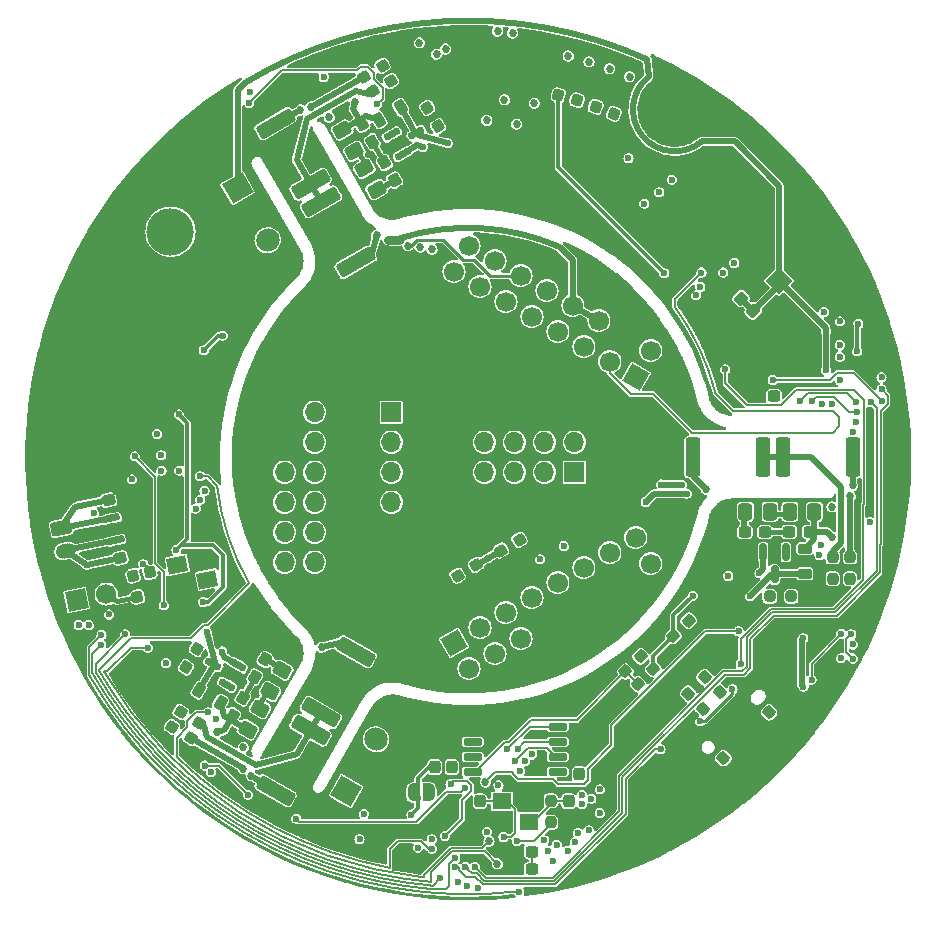
<source format=gbl>
G04 #@! TF.GenerationSoftware,KiCad,Pcbnew,8.0.1-rc1*
G04 #@! TF.CreationDate,2024-04-12T00:39:34-07:00*
G04 #@! TF.ProjectId,Toolhead Board,546f6f6c-6865-4616-9420-426f6172642e,1*
G04 #@! TF.SameCoordinates,Original*
G04 #@! TF.FileFunction,Copper,L4,Bot*
G04 #@! TF.FilePolarity,Positive*
%FSLAX46Y46*%
G04 Gerber Fmt 4.6, Leading zero omitted, Abs format (unit mm)*
G04 Created by KiCad (PCBNEW 8.0.1-rc1) date 2024-04-12 00:39:34*
%MOMM*%
%LPD*%
G01*
G04 APERTURE LIST*
G04 Aperture macros list*
%AMRoundRect*
0 Rectangle with rounded corners*
0 $1 Rounding radius*
0 $2 $3 $4 $5 $6 $7 $8 $9 X,Y pos of 4 corners*
0 Add a 4 corners polygon primitive as box body*
4,1,4,$2,$3,$4,$5,$6,$7,$8,$9,$2,$3,0*
0 Add four circle primitives for the rounded corners*
1,1,$1+$1,$2,$3*
1,1,$1+$1,$4,$5*
1,1,$1+$1,$6,$7*
1,1,$1+$1,$8,$9*
0 Add four rect primitives between the rounded corners*
20,1,$1+$1,$2,$3,$4,$5,0*
20,1,$1+$1,$4,$5,$6,$7,0*
20,1,$1+$1,$6,$7,$8,$9,0*
20,1,$1+$1,$8,$9,$2,$3,0*%
%AMHorizOval*
0 Thick line with rounded ends*
0 $1 width*
0 $2 $3 position (X,Y) of the first rounded end (center of the circle)*
0 $4 $5 position (X,Y) of the second rounded end (center of the circle)*
0 Add line between two ends*
20,1,$1,$2,$3,$4,$5,0*
0 Add two circle primitives to create the rounded ends*
1,1,$1,$2,$3*
1,1,$1,$4,$5*%
%AMRotRect*
0 Rectangle, with rotation*
0 The origin of the aperture is its center*
0 $1 length*
0 $2 width*
0 $3 Rotation angle, in degrees counterclockwise*
0 Add horizontal line*
21,1,$1,$2,0,0,$3*%
%AMFreePoly0*
4,1,19,0.500000,-0.750000,0.000000,-0.750000,0.000000,-0.744911,-0.071157,-0.744911,-0.207708,-0.704816,-0.327430,-0.627875,-0.420627,-0.520320,-0.479746,-0.390866,-0.500000,-0.250000,-0.500000,0.250000,-0.479746,0.390866,-0.420627,0.520320,-0.327430,0.627875,-0.207708,0.704816,-0.071157,0.744911,0.000000,0.744911,0.000000,0.750000,0.500000,0.750000,0.500000,-0.750000,0.500000,-0.750000,
$1*%
%AMFreePoly1*
4,1,19,0.000000,0.744911,0.071157,0.744911,0.207708,0.704816,0.327430,0.627875,0.420627,0.520320,0.479746,0.390866,0.500000,0.250000,0.500000,-0.250000,0.479746,-0.390866,0.420627,-0.520320,0.327430,-0.627875,0.207708,-0.704816,0.071157,-0.744911,0.000000,-0.744911,0.000000,-0.750000,-0.500000,-0.750000,-0.500000,0.750000,0.000000,0.750000,0.000000,0.744911,0.000000,0.744911,
$1*%
G04 Aperture macros list end*
G04 #@! TA.AperFunction,Conductor*
%ADD10C,0.500000*%
G04 #@! TD*
G04 #@! TA.AperFunction,Conductor*
%ADD11C,0.150000*%
G04 #@! TD*
G04 #@! TA.AperFunction,Conductor*
%ADD12C,0.200000*%
G04 #@! TD*
G04 #@! TA.AperFunction,ComponentPad*
%ADD13RotRect,1.700000X1.700000X120.000000*%
G04 #@! TD*
G04 #@! TA.AperFunction,ComponentPad*
%ADD14HorizOval,1.700000X0.000000X0.000000X0.000000X0.000000X0*%
G04 #@! TD*
G04 #@! TA.AperFunction,ComponentPad*
%ADD15HorizOval,1.300000X-0.353553X0.353553X0.353553X-0.353553X0*%
G04 #@! TD*
G04 #@! TA.AperFunction,ComponentPad*
%ADD16HorizOval,1.300000X-0.459619X0.459619X0.459619X-0.459619X0*%
G04 #@! TD*
G04 #@! TA.AperFunction,ComponentPad*
%ADD17C,4.400000*%
G04 #@! TD*
G04 #@! TA.AperFunction,ComponentPad*
%ADD18R,1.700000X1.700000*%
G04 #@! TD*
G04 #@! TA.AperFunction,ComponentPad*
%ADD19O,1.700000X1.700000*%
G04 #@! TD*
G04 #@! TA.AperFunction,ComponentPad*
%ADD20C,5.600000*%
G04 #@! TD*
G04 #@! TA.AperFunction,HeatsinkPad*
%ADD21C,0.500000*%
G04 #@! TD*
G04 #@! TA.AperFunction,HeatsinkPad*
%ADD22R,3.300000X3.300000*%
G04 #@! TD*
G04 #@! TA.AperFunction,ComponentPad*
%ADD23RotRect,1.700000X1.700000X240.000000*%
G04 #@! TD*
G04 #@! TA.AperFunction,ComponentPad*
%ADD24HorizOval,1.700000X0.000000X0.000000X0.000000X0.000000X0*%
G04 #@! TD*
G04 #@! TA.AperFunction,SMDPad,CuDef*
%ADD25RoundRect,0.237500X0.097756X0.330681X-0.335256X0.080681X-0.097756X-0.330681X0.335256X-0.080681X0*%
G04 #@! TD*
G04 #@! TA.AperFunction,SMDPad,CuDef*
%ADD26RoundRect,0.237500X-0.080681X0.335256X-0.330681X-0.097756X0.080681X-0.335256X0.330681X0.097756X0*%
G04 #@! TD*
G04 #@! TA.AperFunction,SMDPad,CuDef*
%ADD27RoundRect,0.237500X-0.355681X0.141058X-0.055681X-0.378558X0.355681X-0.141058X0.055681X0.378558X0*%
G04 #@! TD*
G04 #@! TA.AperFunction,ComponentPad*
%ADD28RotRect,1.700000X1.700000X281.500000*%
G04 #@! TD*
G04 #@! TA.AperFunction,ComponentPad*
%ADD29HorizOval,1.700000X0.000000X0.000000X0.000000X0.000000X0*%
G04 #@! TD*
G04 #@! TA.AperFunction,SMDPad,CuDef*
%ADD30RoundRect,0.237500X0.237500X-0.250000X0.237500X0.250000X-0.237500X0.250000X-0.237500X-0.250000X0*%
G04 #@! TD*
G04 #@! TA.AperFunction,SMDPad,CuDef*
%ADD31RoundRect,0.250000X-0.362500X-1.425000X0.362500X-1.425000X0.362500X1.425000X-0.362500X1.425000X0*%
G04 #@! TD*
G04 #@! TA.AperFunction,SMDPad,CuDef*
%ADD32RoundRect,0.237500X-0.344715X0.008839X0.008839X-0.344715X0.344715X-0.008839X-0.008839X0.344715X0*%
G04 #@! TD*
G04 #@! TA.AperFunction,SMDPad,CuDef*
%ADD33RoundRect,0.237500X0.008839X0.344715X-0.344715X-0.008839X-0.008839X-0.344715X0.344715X0.008839X0*%
G04 #@! TD*
G04 #@! TA.AperFunction,SMDPad,CuDef*
%ADD34RoundRect,0.237500X-0.237500X0.250000X-0.237500X-0.250000X0.237500X-0.250000X0.237500X0.250000X0*%
G04 #@! TD*
G04 #@! TA.AperFunction,SMDPad,CuDef*
%ADD35RoundRect,0.237500X0.044194X0.380070X-0.380070X-0.044194X-0.044194X-0.380070X0.380070X0.044194X0*%
G04 #@! TD*
G04 #@! TA.AperFunction,ComponentPad*
%ADD36RotRect,1.600000X1.600000X45.000000*%
G04 #@! TD*
G04 #@! TA.AperFunction,ComponentPad*
%ADD37C,1.600000*%
G04 #@! TD*
G04 #@! TA.AperFunction,SMDPad,CuDef*
%ADD38RoundRect,0.237500X0.055681X-0.378558X0.355681X0.141058X-0.055681X0.378558X-0.355681X-0.141058X0*%
G04 #@! TD*
G04 #@! TA.AperFunction,SMDPad,CuDef*
%ADD39RoundRect,0.237500X0.355681X-0.141058X0.055681X0.378558X-0.355681X0.141058X-0.055681X-0.378558X0*%
G04 #@! TD*
G04 #@! TA.AperFunction,SMDPad,CuDef*
%ADD40RoundRect,0.237500X-0.335256X-0.080681X0.097756X-0.330681X0.335256X0.080681X-0.097756X0.330681X0*%
G04 #@! TD*
G04 #@! TA.AperFunction,SMDPad,CuDef*
%ADD41RoundRect,0.250000X-1.052836X1.026434X-1.415336X0.398566X1.052836X-1.026434X1.415336X-0.398566X0*%
G04 #@! TD*
G04 #@! TA.AperFunction,ComponentPad*
%ADD42RoundRect,0.250000X-0.682232X0.218369X-0.542674X-0.467579X0.682232X-0.218369X0.542674X0.467579X0*%
G04 #@! TD*
G04 #@! TA.AperFunction,ComponentPad*
%ADD43HorizOval,1.200000X-0.269479X-0.054826X0.269479X0.054826X0*%
G04 #@! TD*
G04 #@! TA.AperFunction,SMDPad,CuDef*
%ADD44RoundRect,0.250000X-0.337500X-0.475000X0.337500X-0.475000X0.337500X0.475000X-0.337500X0.475000X0*%
G04 #@! TD*
G04 #@! TA.AperFunction,SMDPad,CuDef*
%ADD45RoundRect,0.250000X1.415336X0.398566X1.052836X1.026434X-1.415336X-0.398566X-1.052836X-1.026434X0*%
G04 #@! TD*
G04 #@! TA.AperFunction,SMDPad,CuDef*
%ADD46RoundRect,0.237500X0.300000X0.237500X-0.300000X0.237500X-0.300000X-0.237500X0.300000X-0.237500X0*%
G04 #@! TD*
G04 #@! TA.AperFunction,SMDPad,CuDef*
%ADD47RoundRect,0.237500X-0.008839X-0.344715X0.344715X0.008839X0.008839X0.344715X-0.344715X-0.008839X0*%
G04 #@! TD*
G04 #@! TA.AperFunction,SMDPad,CuDef*
%ADD48RoundRect,0.250000X-0.580112X0.054784X-0.242612X-0.529784X0.580112X-0.054784X0.242612X0.529784X0*%
G04 #@! TD*
G04 #@! TA.AperFunction,SMDPad,CuDef*
%ADD49RoundRect,0.218750X0.381250X-0.218750X0.381250X0.218750X-0.381250X0.218750X-0.381250X-0.218750X0*%
G04 #@! TD*
G04 #@! TA.AperFunction,SMDPad,CuDef*
%ADD50RoundRect,0.250000X0.242612X-0.529784X0.580112X0.054784X-0.242612X0.529784X-0.580112X-0.054784X0*%
G04 #@! TD*
G04 #@! TA.AperFunction,SMDPad,CuDef*
%ADD51FreePoly0,0.000000*%
G04 #@! TD*
G04 #@! TA.AperFunction,SMDPad,CuDef*
%ADD52FreePoly1,0.000000*%
G04 #@! TD*
G04 #@! TA.AperFunction,SMDPad,CuDef*
%ADD53RoundRect,0.150000X0.583790X-0.163846X-0.433790X0.423654X-0.583790X0.163846X0.433790X-0.423654X0*%
G04 #@! TD*
G04 #@! TA.AperFunction,SMDPad,CuDef*
%ADD54RoundRect,0.237500X0.344715X-0.008839X-0.008839X0.344715X-0.344715X0.008839X0.008839X-0.344715X0*%
G04 #@! TD*
G04 #@! TA.AperFunction,SMDPad,CuDef*
%ADD55RoundRect,0.237500X-0.097756X-0.330681X0.335256X-0.080681X0.097756X0.330681X-0.335256X0.080681X0*%
G04 #@! TD*
G04 #@! TA.AperFunction,SMDPad,CuDef*
%ADD56RoundRect,0.237500X-0.246628X-0.292542X0.341327X-0.172922X0.246628X0.292542X-0.341327X0.172922X0*%
G04 #@! TD*
G04 #@! TA.AperFunction,SMDPad,CuDef*
%ADD57RoundRect,0.237500X0.237500X-0.300000X0.237500X0.300000X-0.237500X0.300000X-0.237500X-0.300000X0*%
G04 #@! TD*
G04 #@! TA.AperFunction,ComponentPad*
%ADD58RotRect,1.905000X2.000000X60.000000*%
G04 #@! TD*
G04 #@! TA.AperFunction,ComponentPad*
%ADD59HorizOval,1.905000X-0.041136X0.023750X0.041136X-0.023750X0*%
G04 #@! TD*
G04 #@! TA.AperFunction,SMDPad,CuDef*
%ADD60RoundRect,0.250000X-0.242612X0.529784X-0.580112X-0.054784X0.242612X-0.529784X0.580112X0.054784X0*%
G04 #@! TD*
G04 #@! TA.AperFunction,SMDPad,CuDef*
%ADD61RoundRect,0.237500X-0.120937X0.322925X-0.316303X-0.137328X0.120937X-0.322925X0.316303X0.137328X0*%
G04 #@! TD*
G04 #@! TA.AperFunction,SMDPad,CuDef*
%ADD62R,1.650000X1.350000*%
G04 #@! TD*
G04 #@! TA.AperFunction,SMDPad,CuDef*
%ADD63RoundRect,0.150000X-0.545801X-0.264117X0.605611X-0.029860X0.545801X0.264117X-0.605611X0.029860X0*%
G04 #@! TD*
G04 #@! TA.AperFunction,ComponentPad*
%ADD64RotRect,3.800000X3.800000X120.000000*%
G04 #@! TD*
G04 #@! TA.AperFunction,ComponentPad*
%ADD65C,4.000000*%
G04 #@! TD*
G04 #@! TA.AperFunction,SMDPad,CuDef*
%ADD66RoundRect,0.237500X0.282574X-0.197631X0.182890X0.292331X-0.282574X0.197631X-0.182890X-0.292331X0*%
G04 #@! TD*
G04 #@! TA.AperFunction,SMDPad,CuDef*
%ADD67RoundRect,0.218750X-0.380068X-0.220797X-0.001182X-0.439547X0.380068X0.220797X0.001182X0.439547X0*%
G04 #@! TD*
G04 #@! TA.AperFunction,SMDPad,CuDef*
%ADD68RoundRect,0.237500X-0.300000X-0.237500X0.300000X-0.237500X0.300000X0.237500X-0.300000X0.237500X0*%
G04 #@! TD*
G04 #@! TA.AperFunction,SMDPad,CuDef*
%ADD69RoundRect,0.237500X-0.237500X0.300000X-0.237500X-0.300000X0.237500X-0.300000X0.237500X0.300000X0*%
G04 #@! TD*
G04 #@! TA.AperFunction,SMDPad,CuDef*
%ADD70RoundRect,0.218750X-0.001182X0.439547X-0.380068X0.220797X0.001182X-0.439547X0.380068X-0.220797X0*%
G04 #@! TD*
G04 #@! TA.AperFunction,SMDPad,CuDef*
%ADD71RoundRect,0.150000X-0.150000X0.587500X-0.150000X-0.587500X0.150000X-0.587500X0.150000X0.587500X0*%
G04 #@! TD*
G04 #@! TA.AperFunction,SMDPad,CuDef*
%ADD72RoundRect,0.237500X-0.137672X0.316153X-0.308682X-0.153693X0.137672X-0.316153X0.308682X0.153693X0*%
G04 #@! TD*
G04 #@! TA.AperFunction,SMDPad,CuDef*
%ADD73RoundRect,0.250000X0.337500X0.475000X-0.337500X0.475000X-0.337500X-0.475000X0.337500X-0.475000X0*%
G04 #@! TD*
G04 #@! TA.AperFunction,SMDPad,CuDef*
%ADD74RotRect,1.650000X1.350000X11.500000*%
G04 #@! TD*
G04 #@! TA.AperFunction,SMDPad,CuDef*
%ADD75RoundRect,0.237500X-0.250000X-0.237500X0.250000X-0.237500X0.250000X0.237500X-0.250000X0.237500X0*%
G04 #@! TD*
G04 #@! TA.AperFunction,SMDPad,CuDef*
%ADD76RoundRect,0.237500X-0.055681X0.378558X-0.355681X-0.141058X0.055681X-0.378558X0.355681X0.141058X0*%
G04 #@! TD*
G04 #@! TA.AperFunction,SMDPad,CuDef*
%ADD77RoundRect,0.237500X-0.154029X0.308514X-0.300215X-0.169638X0.154029X-0.308514X0.300215X0.169638X0*%
G04 #@! TD*
G04 #@! TA.AperFunction,ComponentPad*
%ADD78RotRect,1.905000X2.000000X300.000000*%
G04 #@! TD*
G04 #@! TA.AperFunction,ComponentPad*
%ADD79HorizOval,1.905000X-0.041136X-0.023750X0.041136X0.023750X0*%
G04 #@! TD*
G04 #@! TA.AperFunction,SMDPad,CuDef*
%ADD80RoundRect,0.150000X-0.650000X-0.150000X0.650000X-0.150000X0.650000X0.150000X-0.650000X0.150000X0*%
G04 #@! TD*
G04 #@! TA.AperFunction,SMDPad,CuDef*
%ADD81RoundRect,0.150000X-0.433790X-0.423654X0.583790X0.163846X0.433790X0.423654X-0.583790X-0.163846X0*%
G04 #@! TD*
G04 #@! TA.AperFunction,SMDPad,CuDef*
%ADD82RoundRect,0.237500X0.330681X-0.097756X0.080681X0.335256X-0.330681X0.097756X-0.080681X-0.335256X0*%
G04 #@! TD*
G04 #@! TA.AperFunction,SMDPad,CuDef*
%ADD83RoundRect,0.250000X0.580112X-0.054784X0.242612X0.529784X-0.580112X0.054784X-0.242612X-0.529784X0*%
G04 #@! TD*
G04 #@! TA.AperFunction,SMDPad,CuDef*
%ADD84RoundRect,0.237500X0.335256X0.080681X-0.097756X0.330681X-0.335256X-0.080681X0.097756X-0.330681X0*%
G04 #@! TD*
G04 #@! TA.AperFunction,SMDPad,CuDef*
%ADD85RoundRect,0.237500X-0.169965X0.300030X-0.290926X-0.185117X0.169965X-0.300030X0.290926X0.185117X0*%
G04 #@! TD*
G04 #@! TA.AperFunction,ViaPad*
%ADD86C,0.600000*%
G04 #@! TD*
G04 #@! TA.AperFunction,ViaPad*
%ADD87C,0.685800*%
G04 #@! TD*
G04 #@! TA.AperFunction,Conductor*
%ADD88C,0.250000*%
G04 #@! TD*
G04 #@! TA.AperFunction,Conductor*
%ADD89C,0.350000*%
G04 #@! TD*
G04 #@! TA.AperFunction,Conductor*
%ADD90C,0.400000*%
G04 #@! TD*
G04 #@! TA.AperFunction,Conductor*
%ADD91C,0.750000*%
G04 #@! TD*
G04 APERTURE END LIST*
D10*
X69226353Y-56464601D02*
G75*
G02*
X82750000Y-57200000I5773887J-18535399D01*
G01*
D11*
X56467952Y-85693870D02*
G75*
G02*
X53740001Y-77410000I18532048J10693870D01*
G01*
X79310000Y-111759998D02*
G75*
G02*
X42946837Y-93505899I-4310000J36759998D01*
G01*
D12*
X92490000Y-62270000D02*
G75*
G02*
X95941798Y-69578368I-17490000J-12730000D01*
G01*
D10*
X56102289Y-43305882D02*
G75*
G02*
X90159998Y-41320005I18918701J-31417848D01*
G01*
D11*
X71853678Y-110962628D02*
G75*
G02*
X43736484Y-93050000I3146322J35962628D01*
G01*
X68350000Y-109769998D02*
G75*
G02*
X50323713Y-100382201I6650000J34769998D01*
G01*
X71801384Y-111560343D02*
G75*
G02*
X43216870Y-93350000I3198616J36560343D01*
G01*
X71827531Y-111261486D02*
G75*
G02*
X43476676Y-93199999I3172469J36261486D01*
G01*
X71240000Y-110579999D02*
G75*
G02*
X44164177Y-93144585I3760000J35579999D01*
G01*
D10*
X94803224Y-48255092D02*
G75*
G02*
X90300003Y-42780004I-2303224J2695092D01*
G01*
D13*
X73801034Y-90703330D03*
D14*
X75071034Y-92903035D03*
X76000739Y-89433330D03*
X77270739Y-91633035D03*
X78200443Y-88163330D03*
X79470443Y-90363035D03*
X80400148Y-86893330D03*
X81670148Y-89093035D03*
X82599852Y-85623330D03*
X83869852Y-87823035D03*
X84799557Y-84353330D03*
X86069557Y-86553035D03*
X86999261Y-83083330D03*
X88269261Y-85283035D03*
X89198966Y-81813330D03*
X90468966Y-84013035D03*
D15*
X93883287Y-99992690D03*
D16*
X96587971Y-102697373D03*
D15*
X99992690Y-93883287D03*
D16*
X102697373Y-96587971D03*
D17*
X68000000Y-87124356D03*
D18*
X84000000Y-76270000D03*
D19*
X84000000Y-73730000D03*
X81460000Y-76270000D03*
X81460000Y-73730000D03*
X78920000Y-76270000D03*
X78920000Y-73730000D03*
X76380000Y-76270000D03*
X76380000Y-73730000D03*
D18*
X68500000Y-71190000D03*
D19*
X65960000Y-71190000D03*
X68500000Y-73730000D03*
X65960000Y-73730000D03*
X68500000Y-76270000D03*
X65960000Y-76270000D03*
X68500000Y-78810000D03*
X65960000Y-78810000D03*
D20*
X41000000Y-75000000D03*
D21*
X104400000Y-64600000D03*
X103700000Y-64600000D03*
X103000000Y-64600000D03*
X102300000Y-64600000D03*
X101600000Y-64600000D03*
X104400000Y-65300000D03*
X103700000Y-65300000D03*
X103000000Y-65300000D03*
X102300000Y-65300000D03*
X101600000Y-65300000D03*
X104400000Y-66000000D03*
X103700000Y-66000000D03*
X103000000Y-66000000D03*
D22*
X103000000Y-66000000D03*
D21*
X102300000Y-66000000D03*
X101600000Y-66000000D03*
X104400000Y-66700000D03*
X103700000Y-66700000D03*
X103000000Y-66700000D03*
X102300000Y-66700000D03*
X101600000Y-66700000D03*
X104400000Y-67400000D03*
X103700000Y-67400000D03*
X103000000Y-67400000D03*
X102300000Y-67400000D03*
X101600000Y-67400000D03*
D20*
X92000000Y-104444864D03*
D17*
X68000000Y-62875644D03*
X89000000Y-75000000D03*
D23*
X89198966Y-68186670D03*
D24*
X90468966Y-65986965D03*
X86999261Y-66916670D03*
X88269261Y-64716965D03*
X84799557Y-65646670D03*
X86069557Y-63446965D03*
X82599852Y-64376670D03*
X83869852Y-62176965D03*
X80400148Y-63106670D03*
X81670148Y-60906965D03*
X78200443Y-61836670D03*
X79470443Y-59636965D03*
X76000739Y-60566670D03*
X77270739Y-58366965D03*
X73801034Y-59296670D03*
X75071034Y-57096965D03*
D18*
X62000000Y-66110000D03*
D19*
X59460000Y-66110000D03*
X62000000Y-68650000D03*
X59460000Y-68650000D03*
X62000000Y-71190000D03*
X59460000Y-71190000D03*
X62000000Y-73730000D03*
X59460000Y-73730000D03*
X62000000Y-76270000D03*
X59460000Y-76270000D03*
X62000000Y-78810000D03*
X59460000Y-78810000D03*
X62000000Y-81350000D03*
X59460000Y-81350000D03*
X62000000Y-83890000D03*
X59460000Y-83890000D03*
D20*
X92500000Y-45555136D03*
D25*
X75680248Y-84113750D03*
X74099752Y-85026250D03*
D26*
X52025811Y-91212463D03*
X51113311Y-92792959D03*
D27*
X66017030Y-46801041D03*
X66879530Y-48294935D03*
D28*
X41860596Y-87104194D03*
D29*
X44349605Y-86597799D03*
D30*
X105860000Y-85292500D03*
X105860000Y-83467500D03*
D31*
X94037500Y-75000000D03*
X99962500Y-75000000D03*
D32*
X96593273Y-100482361D03*
X97883743Y-101772831D03*
D33*
X89610594Y-91855658D03*
X88320124Y-93146128D03*
D34*
X107320000Y-83467500D03*
X107320000Y-85292500D03*
D35*
X98099880Y-61580120D03*
X96880120Y-62799880D03*
D36*
X101340000Y-60080000D03*
D37*
X103814874Y-57605126D03*
D38*
X55070470Y-96878959D03*
X55932970Y-95385065D03*
D39*
X68768190Y-51546192D03*
X67905690Y-50052298D03*
D40*
X50656434Y-96579293D03*
X52236930Y-97491793D03*
D41*
X65481250Y-91486959D03*
X62518750Y-96618159D03*
D42*
X40552264Y-80987985D03*
D43*
X40951000Y-82947834D03*
D44*
X98482500Y-79610000D03*
X100557500Y-79610000D03*
D45*
X61656250Y-51887947D03*
X58693750Y-46756747D03*
D46*
X100882500Y-69840000D03*
X99157500Y-69840000D03*
X103912500Y-81320000D03*
X102187500Y-81320000D03*
D25*
X68483567Y-43128207D03*
X66903071Y-44040707D03*
D47*
X92385988Y-90140924D03*
X93676458Y-88850454D03*
D48*
X64333626Y-47305302D03*
X65371126Y-49102304D03*
D47*
X89380784Y-94206788D03*
X90671254Y-92916318D03*
D49*
X103500000Y-84862500D03*
X103500000Y-82737500D03*
D50*
X56348874Y-98084699D03*
X57386374Y-96287697D03*
D51*
X70390000Y-103390000D03*
D52*
X71690000Y-103390000D03*
D53*
X55528496Y-92625635D03*
X54578496Y-94271083D03*
X53429698Y-92510859D03*
D54*
X94913895Y-96328109D03*
X93623425Y-95037639D03*
D55*
X66173071Y-42776310D03*
X67753567Y-41863810D03*
D56*
X44552630Y-78643371D03*
X46243000Y-78299461D03*
D57*
X76000000Y-105862500D03*
X76000000Y-104137500D03*
D58*
X64661606Y-103297205D03*
D59*
X65931606Y-101097500D03*
X67201606Y-98897796D03*
D60*
X59266374Y-93031441D03*
X58228874Y-94828443D03*
D32*
X100482361Y-96593273D03*
X101772831Y-97883743D03*
D61*
X88055304Y-44243630D03*
X87342220Y-45923552D03*
D62*
X80125000Y-105875000D03*
X77875000Y-105875000D03*
X77875000Y-104125000D03*
X80125000Y-104125000D03*
D41*
X61656250Y-98112053D03*
X58693750Y-103243253D03*
D63*
X45166955Y-82039065D03*
X44788156Y-80177208D03*
X46814914Y-80734322D03*
D64*
X52300000Y-60250000D03*
D65*
X49800000Y-55919873D03*
D57*
X83500000Y-105862500D03*
X83500000Y-104137500D03*
D66*
X48424960Y-86545643D03*
X48061114Y-84757281D03*
D67*
X52208825Y-94750473D03*
X54049129Y-95812973D03*
D68*
X78647500Y-108400000D03*
X80372500Y-108400000D03*
D69*
X72160000Y-99527500D03*
X72160000Y-101252500D03*
D56*
X45549471Y-83542995D03*
X47239841Y-83199085D03*
D68*
X98427500Y-81330000D03*
X100152500Y-81330000D03*
D70*
X69291176Y-45387027D03*
X67450872Y-46449527D03*
D68*
X78647500Y-109860000D03*
X80372500Y-109860000D03*
D71*
X100000000Y-83050000D03*
X101900000Y-83050000D03*
X100950000Y-84925000D03*
D69*
X73620000Y-99527500D03*
X73620000Y-101252500D03*
D31*
X101687500Y-75000000D03*
X107612500Y-75000000D03*
D72*
X86427748Y-43602520D03*
X85803562Y-45317460D03*
D55*
X77769752Y-82906250D03*
X79350248Y-81993750D03*
D73*
X104317500Y-79610000D03*
X102242500Y-79610000D03*
D66*
X46994270Y-86836720D03*
X46630424Y-85048358D03*
D57*
X84380000Y-101822500D03*
X84380000Y-100097500D03*
D74*
X50376276Y-84113710D03*
X52581106Y-83665132D03*
X52930000Y-85380000D03*
X50725170Y-85828578D03*
D75*
X100527500Y-86790000D03*
X102352500Y-86790000D03*
D35*
X99139880Y-62620120D03*
X97920120Y-63839880D03*
D45*
X65481251Y-58513041D03*
X62518751Y-53381841D03*
D32*
X95037639Y-93623425D03*
X96328109Y-94913895D03*
D76*
X57804310Y-92123809D03*
X56941810Y-93617703D03*
D77*
X84768869Y-43047467D03*
X84235291Y-44792723D03*
D78*
X55489981Y-52242528D03*
D79*
X56759981Y-54442233D03*
X58029981Y-56641937D03*
D80*
X75400000Y-101655000D03*
X75400000Y-100385000D03*
X75400000Y-99115000D03*
X75400000Y-97845000D03*
X82600000Y-97845000D03*
X82600000Y-99115000D03*
X82600000Y-100385000D03*
X82600000Y-101655000D03*
D81*
X69471504Y-49324365D03*
X68521504Y-47678917D03*
X70620302Y-47564141D03*
D82*
X72446690Y-46997538D03*
X71534190Y-45417042D03*
D83*
X67251126Y-52358559D03*
X66213626Y-50561557D03*
D34*
X82000000Y-104087500D03*
X82000000Y-105912500D03*
D84*
X51506930Y-98756190D03*
X49926434Y-97843690D03*
D85*
X83083216Y-42579993D03*
X82641708Y-44350783D03*
D86*
X105302002Y-67640000D03*
X105302002Y-64350000D03*
X52581106Y-83665132D03*
X102820000Y-53320000D03*
X67100000Y-108340000D03*
X58640000Y-104760000D03*
X100050000Y-54570000D03*
D87*
X78467500Y-109860000D03*
D86*
X99540000Y-53240000D03*
X108830000Y-62430000D03*
X81870000Y-53030000D03*
X110580000Y-77130000D03*
X89520000Y-97020000D03*
X102200000Y-89080000D03*
X84840000Y-99550000D03*
X70850000Y-109930000D03*
X49500000Y-98810000D03*
X81800000Y-48460000D03*
D87*
X72460000Y-58440000D03*
D86*
X49750000Y-91020000D03*
X51280000Y-100110000D03*
X100180000Y-90780000D03*
X86890000Y-96370000D03*
X101790000Y-90580000D03*
X84170000Y-95330000D03*
X83460000Y-47340000D03*
X100040000Y-56770000D03*
X96740000Y-88150000D03*
X96210000Y-91120000D03*
X77940000Y-105910000D03*
X85030000Y-48160000D03*
X107690000Y-60720000D03*
X95620000Y-85230000D03*
X57240136Y-46293016D03*
X49291919Y-83182789D03*
X110780000Y-79640000D03*
X101260000Y-92700000D03*
X108990000Y-79250000D03*
X50725170Y-85828579D03*
X109320000Y-86420000D03*
X95860000Y-81980000D03*
X111110000Y-72660000D03*
X59500000Y-105070000D03*
X79400000Y-103270000D03*
X99760000Y-58800000D03*
X88620000Y-97970000D03*
X52610000Y-65950000D03*
X50510000Y-71390000D03*
X81100000Y-83660000D03*
X108040000Y-63710000D03*
X93090000Y-77330000D03*
X103380000Y-90330000D03*
X107950000Y-66050000D03*
X91350000Y-77320000D03*
X103390000Y-94420000D03*
X54220000Y-64720000D03*
X52540000Y-87270000D03*
X50304265Y-82854366D03*
X89910000Y-53540000D03*
X48657674Y-73043181D03*
X49033225Y-76143039D03*
X88574471Y-49687552D03*
X83100000Y-82520000D03*
X70758000Y-103828111D03*
X90030000Y-78810000D03*
X97020000Y-85060000D03*
X79400000Y-101580000D03*
X82600000Y-101650000D03*
X93510000Y-78100000D03*
X70197998Y-105262500D03*
X100882500Y-69840000D03*
X76589041Y-106726796D03*
X54578496Y-94271083D03*
X101900000Y-83050000D03*
X94030000Y-86730000D03*
X76770000Y-83500000D03*
X43290000Y-79730000D03*
X98395000Y-79855000D03*
X80372500Y-109860000D03*
X72160000Y-101252500D03*
X73620000Y-101252500D03*
X68521504Y-47678917D03*
X84380000Y-101822500D03*
X59097947Y-92833164D03*
X67507053Y-52311836D03*
X78000000Y-107150000D03*
X45166955Y-82039065D03*
X42719938Y-84118671D03*
X44788157Y-80177207D03*
X46628928Y-85041008D03*
X50753405Y-84046249D03*
X105860000Y-85292500D03*
X107320000Y-85292500D03*
X68483567Y-43128207D03*
X67753567Y-41863810D03*
X50656434Y-96579293D03*
X49926434Y-97843690D03*
X85430000Y-103930000D03*
X79350248Y-81993750D03*
X86150000Y-103130000D03*
X74099752Y-85026250D03*
X52772986Y-85395700D03*
X81450000Y-107440000D03*
X94913895Y-96328109D03*
X97376531Y-94660252D03*
X94661873Y-97374627D03*
X96328109Y-94913895D03*
X100482361Y-96593273D03*
X96593273Y-100482361D03*
X86150000Y-105140000D03*
X84040000Y-107560000D03*
X84640000Y-103600000D03*
X74700000Y-103020000D03*
X60450000Y-105620000D03*
X84630000Y-104400000D03*
X47489596Y-84068752D03*
X44580000Y-88320000D03*
X74170000Y-110930000D03*
X82150000Y-109170000D03*
X50550000Y-76150000D03*
X83440000Y-108310000D03*
X42880000Y-89210000D03*
X74890000Y-111290000D03*
X43940000Y-90900000D03*
X73920000Y-108920000D03*
X49021520Y-74831544D03*
X82500000Y-107810000D03*
D87*
X77470000Y-109440000D03*
D86*
X52330000Y-76610000D03*
X65810000Y-107360000D03*
X66190000Y-105210000D03*
X77570000Y-102800000D03*
X92246616Y-51507099D03*
X73510000Y-102690000D03*
X73050000Y-107070000D03*
X91185956Y-52567758D03*
X51930125Y-79351245D03*
X85220000Y-106590000D03*
X79330000Y-111840000D03*
X43950000Y-90070000D03*
X47890000Y-91140000D03*
X52680000Y-77850000D03*
D87*
X76768763Y-107530100D03*
D86*
X107820000Y-71990000D03*
X96610000Y-59370000D03*
X104980000Y-70490000D03*
X105790000Y-70520000D03*
X94650000Y-60590000D03*
X107580000Y-72898000D03*
X94750000Y-59370000D03*
X81770000Y-108310000D03*
X45961955Y-90008045D03*
X46543441Y-76888231D03*
X72660000Y-110660000D03*
X97540000Y-58560000D03*
X103130000Y-70210000D03*
X107880000Y-70360000D03*
X107890000Y-71180000D03*
X94280000Y-61310000D03*
X104110000Y-70220000D03*
X75808624Y-111498814D03*
X42030000Y-89210000D03*
X52310000Y-78610641D03*
X84290000Y-106790000D03*
D87*
X70860755Y-39929294D03*
X71950000Y-57410000D03*
X69910000Y-57100000D03*
X73087017Y-40445294D03*
X78758099Y-39087896D03*
X77502503Y-38946237D03*
D86*
X69222137Y-56533505D03*
X68255200Y-56574534D03*
D87*
X70960000Y-57210000D03*
X72324915Y-40885294D03*
D86*
X106470000Y-65500000D03*
X106470000Y-68470000D03*
X106470000Y-66500000D03*
X106480000Y-63510000D03*
X96770000Y-67570000D03*
X98070000Y-92520000D03*
X100950000Y-84925000D03*
X98877500Y-86790000D03*
X70620302Y-47564141D03*
X73271690Y-48426480D03*
X52850811Y-89783521D03*
X53429698Y-92510859D03*
X99665000Y-84805000D03*
X71158878Y-48736984D03*
X54176122Y-91458016D03*
X93676458Y-88850454D03*
X75400000Y-101655000D03*
X89562373Y-91934010D03*
X79144391Y-107524694D03*
X79812153Y-100725430D03*
X93620000Y-95040000D03*
X95040000Y-93620000D03*
X80400000Y-100175000D03*
X46780000Y-74940000D03*
X49220000Y-87550000D03*
X100702500Y-86790000D03*
X72359190Y-46845983D03*
X51938311Y-91364017D03*
D87*
X87342220Y-45923552D03*
X85803563Y-45317460D03*
X84235291Y-44792722D03*
X82641705Y-44350784D03*
D86*
X91610000Y-59430000D03*
X71940000Y-108160000D03*
X52959310Y-96615596D03*
X75400000Y-100385000D03*
X104080000Y-93840000D03*
X52690000Y-101110000D03*
X56360000Y-103590000D03*
X53656412Y-97168179D03*
X71920000Y-107360000D03*
X104870000Y-82400000D03*
X106590000Y-89970000D03*
X56550000Y-44100000D03*
X78325000Y-99725000D03*
X56460000Y-45020000D03*
X67300690Y-45104404D03*
X49420000Y-92440000D03*
X79000000Y-100700000D03*
X75400000Y-99115000D03*
X74770000Y-109710000D03*
X110000000Y-69250000D03*
X110000000Y-68250000D03*
X109080000Y-70360000D03*
X75570000Y-109690000D03*
X104740000Y-83280000D03*
X70770000Y-108060000D03*
X107570000Y-92050000D03*
X107440000Y-90000000D03*
X110000000Y-70250000D03*
X97900000Y-89750000D03*
D87*
X76467615Y-102501215D03*
D86*
X100790000Y-68460000D03*
X106560000Y-92030000D03*
X73910000Y-109720000D03*
X91290000Y-99730000D03*
X107570000Y-90860000D03*
X105140000Y-62700000D03*
X79200000Y-99675000D03*
X71802002Y-102947998D03*
D87*
X88675590Y-42782331D03*
X78076085Y-44736804D03*
X80597154Y-45046351D03*
X86970706Y-42110758D03*
X85233010Y-41529334D03*
X79104740Y-46801037D03*
X83467268Y-41039651D03*
X76583673Y-46491489D03*
D86*
X109000000Y-80500000D03*
D87*
X95150985Y-77696023D03*
D86*
X102227500Y-86790000D03*
X100935000Y-79855000D03*
D87*
X105800000Y-79200000D03*
D86*
X102187500Y-81320000D03*
D87*
X105800000Y-81750000D03*
X107550000Y-77400000D03*
X60803462Y-45610873D03*
X65445671Y-44951418D03*
X56646539Y-101989127D03*
X53754329Y-98298582D03*
X107350000Y-78300000D03*
X61682884Y-45334078D03*
X55967116Y-101365922D03*
D86*
X66237053Y-50112132D03*
D87*
X67259332Y-56200723D03*
D86*
X62763140Y-42805136D03*
X66879531Y-48294936D03*
X71596690Y-45525295D03*
D87*
X63237307Y-46226418D03*
D86*
X53236860Y-101694864D03*
X57827947Y-95032869D03*
D87*
X55962693Y-99573582D03*
D86*
X51175811Y-92684706D03*
X55932970Y-95385065D03*
D87*
X62589683Y-91103253D03*
D11*
X109590000Y-84633104D02*
X109590000Y-70870000D01*
X106083104Y-88140000D02*
X109590000Y-84633104D01*
X109590000Y-70870000D02*
X109080000Y-70360000D01*
X100741738Y-88140000D02*
X106083104Y-88140000D01*
X98625000Y-90256738D02*
X100741738Y-88140000D01*
X98625000Y-92749889D02*
X98625000Y-90256738D01*
X98228303Y-93146586D02*
X98625000Y-92749889D01*
X87776000Y-101963402D02*
X96592816Y-93146586D01*
X87776000Y-104977262D02*
X87776000Y-101963402D01*
X76490000Y-110610000D02*
X82143262Y-110610000D01*
X82143262Y-110610000D02*
X87776000Y-104977262D01*
X75570000Y-109690000D02*
X76490000Y-110610000D01*
X96592816Y-93146586D02*
X98228303Y-93146586D01*
X110555000Y-69805000D02*
X110000000Y-69250000D01*
X109930000Y-71104889D02*
X110555000Y-70479889D01*
X109930000Y-82320000D02*
X109930000Y-71104889D01*
X109867000Y-82383000D02*
X109930000Y-82320000D01*
X109867000Y-84747841D02*
X109867000Y-82383000D01*
X106197842Y-88417000D02*
X109867000Y-84747841D01*
X110555000Y-70479889D02*
X110555000Y-69805000D01*
X98902000Y-90371476D02*
X100856476Y-88417000D01*
X98902000Y-92868000D02*
X98902000Y-90371476D01*
X98346414Y-93423586D02*
X98902000Y-92868000D01*
X100856476Y-88417000D02*
X106197842Y-88417000D01*
X88053000Y-102110667D02*
X96740080Y-93423586D01*
X82258000Y-110887000D02*
X88053000Y-105092000D01*
X76375263Y-110887000D02*
X82258000Y-110887000D01*
X75733262Y-110245000D02*
X76375263Y-110887000D01*
X75015000Y-109919889D02*
X75340111Y-110245000D01*
X75015000Y-109710000D02*
X75015000Y-109919889D01*
X88053000Y-105092000D02*
X88053000Y-102110667D01*
X74770000Y-109710000D02*
X75015000Y-109710000D01*
X96740080Y-93423586D02*
X98346414Y-93423586D01*
X75340111Y-110245000D02*
X75733262Y-110245000D01*
X74215000Y-109939889D02*
X74215000Y-109720000D01*
X74797111Y-110522000D02*
X74215000Y-109939889D01*
X74215000Y-109720000D02*
X73910000Y-109720000D01*
X75618525Y-110522000D02*
X74797111Y-110522000D01*
X82372738Y-111164000D02*
X76260526Y-111164000D01*
X88330000Y-105206738D02*
X82372738Y-111164000D01*
X76260526Y-111164000D02*
X75618525Y-110522000D01*
X88330000Y-102225404D02*
X88330000Y-105206738D01*
X90825404Y-99730000D02*
X88330000Y-102225404D01*
X91290000Y-99730000D02*
X90825404Y-99730000D01*
D10*
X56100996Y-43303735D02*
X55489981Y-43914750D01*
X94803225Y-48255093D02*
X97565093Y-48255093D01*
X105302002Y-64350000D02*
X105302002Y-64042002D01*
X97565093Y-48255093D02*
X101340000Y-52030000D01*
X105302002Y-64042002D02*
X101340000Y-60080000D01*
X90160000Y-41320000D02*
X90300000Y-42780000D01*
X55489981Y-43914750D02*
X55489981Y-52242528D01*
X101340000Y-52030000D02*
X101340000Y-60080000D01*
X99139879Y-62620120D02*
X98099880Y-61580120D01*
X105302002Y-67640000D02*
X105302002Y-64350000D01*
X101340000Y-60419999D02*
X99139879Y-62620120D01*
D88*
X77940000Y-105910000D02*
X77395000Y-106455000D01*
D10*
X101260000Y-92700000D02*
X101260000Y-91860000D01*
D88*
X77395000Y-108485000D02*
X78467500Y-109557500D01*
X77395000Y-106455000D02*
X77395000Y-108485000D01*
D11*
X80125000Y-103995000D02*
X79400000Y-103270000D01*
D10*
X101260000Y-91860000D02*
X100180000Y-90780000D01*
D89*
X53414204Y-82464204D02*
X54248011Y-83298011D01*
X54248011Y-83298011D02*
X54248011Y-86032302D01*
D10*
X93080000Y-77320000D02*
X93090000Y-77330000D01*
D89*
X51205000Y-72085000D02*
X50510000Y-71390000D01*
X53840000Y-64720000D02*
X52610000Y-65950000D01*
X54248011Y-86032302D02*
X53010313Y-87270000D01*
D10*
X103380000Y-90330000D02*
X103230000Y-90480000D01*
X103230000Y-90480000D02*
X103230000Y-94260000D01*
D89*
X51205000Y-81953631D02*
X51205000Y-72085000D01*
X107950000Y-66050000D02*
X107950000Y-63800000D01*
D10*
X103230000Y-94260000D02*
X103390000Y-94420000D01*
X91350000Y-77320000D02*
X93080000Y-77320000D01*
D89*
X53010313Y-87270000D02*
X52540000Y-87270000D01*
X54220000Y-64720000D02*
X53840000Y-64720000D01*
X50304265Y-82854366D02*
X51205000Y-81953631D01*
X50694427Y-82464204D02*
X53414204Y-82464204D01*
X50304265Y-82854366D02*
X50694427Y-82464204D01*
X107950000Y-63800000D02*
X108040000Y-63710000D01*
X72160000Y-101252500D02*
X71685000Y-101252500D01*
D10*
X59097947Y-92833164D02*
X57848706Y-92111914D01*
D89*
X92385988Y-88374012D02*
X94030000Y-86730000D01*
D10*
X98395000Y-79855000D02*
X98395000Y-81297500D01*
D89*
X71685000Y-101252500D02*
X70758000Y-102179500D01*
X70758000Y-103828111D02*
X70758000Y-104702498D01*
X70758000Y-104702498D02*
X70197998Y-105262500D01*
X90671254Y-92916318D02*
X90671254Y-91855658D01*
D10*
X90740000Y-78100000D02*
X93510000Y-78100000D01*
X90030000Y-78810000D02*
X90740000Y-78100000D01*
X76770000Y-83500000D02*
X77769752Y-82906250D01*
D89*
X90671254Y-91855658D02*
X92385988Y-90140924D01*
D12*
X80372500Y-109860000D02*
X80372500Y-108400000D01*
D10*
X75680248Y-84113750D02*
X76770000Y-83500000D01*
D89*
X70758000Y-102179500D02*
X70758000Y-103828111D01*
X92385988Y-90140924D02*
X92385988Y-88374012D01*
D10*
X67507053Y-52311836D02*
X68756294Y-51590587D01*
D11*
X78975000Y-106825000D02*
X78975000Y-104825000D01*
X78975000Y-104825000D02*
X78275000Y-104125000D01*
X78650000Y-107150000D02*
X78975000Y-106825000D01*
X78000000Y-107150000D02*
X78650000Y-107150000D01*
D12*
X76000000Y-104137500D02*
X77862500Y-104137500D01*
D10*
X42719938Y-84118671D02*
X40951000Y-82947836D01*
X45549471Y-83542995D02*
X42719938Y-84118671D01*
X45166955Y-82039065D02*
X40990028Y-82888870D01*
X44552630Y-78643371D02*
X41723100Y-79219045D01*
X41723100Y-79219045D02*
X40552264Y-80987985D01*
X44788157Y-80177207D02*
X40611228Y-81027013D01*
D88*
X97376531Y-95014521D02*
X97376531Y-94660252D01*
X94661873Y-97374627D02*
X95016425Y-97374627D01*
X95016425Y-97374627D02*
X97376531Y-95014521D01*
D12*
X60680000Y-105850000D02*
X70623877Y-105850000D01*
X73160000Y-103313877D02*
X74406123Y-103313877D01*
X74406123Y-103313877D02*
X74700000Y-103020000D01*
X60450000Y-105620000D02*
X60680000Y-105850000D01*
X70623877Y-105850000D02*
X73160000Y-103313877D01*
D90*
X45247500Y-87192104D02*
X44349605Y-86597800D01*
X46994270Y-86836720D02*
X45247500Y-87192104D01*
D88*
X47988170Y-84398750D02*
X47489596Y-84068752D01*
X48061114Y-84757281D02*
X47988170Y-84398750D01*
D11*
X43182484Y-91657516D02*
X43182484Y-93315615D01*
X73920000Y-108920000D02*
X73355000Y-109485000D01*
X73355000Y-109485000D02*
X73355000Y-111305000D01*
X43182484Y-93315615D02*
X43216869Y-93350000D01*
X73355000Y-111305000D02*
X73099656Y-111560344D01*
X43940000Y-90900000D02*
X43182484Y-91657516D01*
X73099656Y-111560344D02*
X71801384Y-111560344D01*
X77470000Y-109440000D02*
X76395000Y-108365000D01*
X51499443Y-90350000D02*
X46436484Y-90350000D01*
X76395000Y-108365000D02*
X73635000Y-108365000D01*
X73635000Y-108365000D02*
X71853678Y-110146322D01*
X52620922Y-89228521D02*
X51499443Y-90350000D01*
X52940000Y-76610000D02*
X53740000Y-77410000D01*
X52330000Y-76610000D02*
X52940000Y-76610000D01*
X71853678Y-110146322D02*
X71853678Y-110962628D01*
X46436484Y-90350000D02*
X43736484Y-93050000D01*
X52933300Y-89228521D02*
X52620922Y-89228521D01*
X56467951Y-85693870D02*
X52933300Y-89228521D01*
D12*
X74940244Y-102440000D02*
X75280000Y-102779756D01*
X73760000Y-102440000D02*
X74940244Y-102440000D01*
X74470000Y-105650000D02*
X73050000Y-107070000D01*
X75280000Y-103260244D02*
X74470000Y-104070244D01*
X74470000Y-104070244D02*
X74470000Y-105650000D01*
X75280000Y-102779756D02*
X75280000Y-103260244D01*
X73510000Y-102690000D02*
X73760000Y-102440000D01*
D11*
X43950000Y-90070000D02*
X42905484Y-91114516D01*
X42905484Y-91114516D02*
X42905484Y-93464548D01*
X42905484Y-93464548D02*
X42946836Y-93505900D01*
X73520263Y-108088000D02*
X71240000Y-110368263D01*
X76210863Y-108088000D02*
X73520263Y-108088000D01*
X46450000Y-91140000D02*
X44445415Y-93144585D01*
X76768763Y-107530100D02*
X76210863Y-108088000D01*
X47890000Y-91140000D02*
X46450000Y-91140000D01*
X71240000Y-110368263D02*
X71240000Y-110580000D01*
X44445415Y-93144585D02*
X44164177Y-93144585D01*
D12*
X86999261Y-66916670D02*
X86999261Y-67883475D01*
X88763578Y-69647792D02*
X90657792Y-69647792D01*
X106411736Y-72374368D02*
X106411736Y-71631736D01*
X105866104Y-72920000D02*
X106411736Y-72374368D01*
X94750000Y-59370000D02*
X92490000Y-61630000D01*
X106411736Y-71631736D02*
X105880000Y-71100000D01*
X86999261Y-67883475D02*
X88763578Y-69647792D01*
X97463430Y-71100000D02*
X95941798Y-69578368D01*
X92490000Y-61630000D02*
X92490000Y-62270000D01*
X105880000Y-71100000D02*
X97463430Y-71100000D01*
X90657792Y-69647792D02*
X93930000Y-72920000D01*
X93930000Y-72920000D02*
X105866104Y-72920000D01*
D11*
X71837328Y-111271284D02*
X71827531Y-111261487D01*
X43459484Y-92510516D02*
X43459484Y-93182809D01*
X72048716Y-111271284D02*
X71837328Y-111271284D01*
X45961955Y-90008045D02*
X43459484Y-92510516D01*
X72660000Y-110660000D02*
X72048716Y-111271284D01*
X43459484Y-93182809D02*
X43476675Y-93200000D01*
D12*
X107103000Y-69583000D02*
X107880000Y-70360000D01*
X103757000Y-69583000D02*
X107103000Y-69583000D01*
X103130000Y-70210000D02*
X103757000Y-69583000D01*
X107280000Y-71180000D02*
X107890000Y-71180000D01*
X106010000Y-69910000D02*
X107280000Y-71180000D01*
X104420000Y-69910000D02*
X106010000Y-69910000D01*
X104110000Y-70220000D02*
X104420000Y-69910000D01*
D88*
X69910000Y-57100000D02*
X70193046Y-57100000D01*
X74584332Y-58271965D02*
X75514038Y-58271965D01*
X76879038Y-59636965D02*
X79470443Y-59636965D01*
X70193046Y-57100000D02*
X70703146Y-56589900D01*
X75514038Y-58271965D02*
X76879038Y-59636965D01*
X72902267Y-56589900D02*
X74584332Y-58271965D01*
X70703146Y-56589900D02*
X72902267Y-56589900D01*
D10*
X83870094Y-62176965D02*
X86069799Y-63446965D01*
X83869852Y-58319852D02*
X83869852Y-62176965D01*
D91*
X68255442Y-56574534D02*
X68616123Y-56592658D01*
D10*
X82750000Y-57200000D02*
X83869852Y-58319852D01*
D91*
X68616123Y-56592658D02*
X69163226Y-56592658D01*
X69163226Y-56592658D02*
X69222379Y-56533505D01*
D11*
X108435000Y-85396366D02*
X108435000Y-79020111D01*
X108510000Y-78945111D02*
X108510000Y-70140000D01*
X107651000Y-69281000D02*
X102787000Y-69281000D01*
X102787000Y-69281000D02*
X101478000Y-70590000D01*
X105971366Y-87860000D02*
X108435000Y-85396366D01*
X98070000Y-90420000D02*
X100630000Y-87860000D01*
X108510000Y-70140000D02*
X107651000Y-69281000D01*
X96770000Y-68750000D02*
X96770000Y-67570000D01*
X98070000Y-92520000D02*
X98070000Y-90420000D01*
X98610000Y-70590000D02*
X96770000Y-68750000D01*
X100630000Y-87860000D02*
X105971366Y-87860000D01*
X108435000Y-79020111D02*
X108510000Y-78945111D01*
X101478000Y-70590000D02*
X98610000Y-70590000D01*
D10*
X100950000Y-84925000D02*
X100742500Y-84925000D01*
X101012500Y-84862500D02*
X100950000Y-84925000D01*
X100742500Y-84925000D02*
X98877500Y-86790000D01*
X103500000Y-84862500D02*
X101012500Y-84862500D01*
X69291176Y-45387027D02*
X70534926Y-47541266D01*
X70620302Y-47564141D02*
X70724052Y-47743842D01*
X70724052Y-47743842D02*
X73271690Y-48426480D01*
X70534926Y-47541266D02*
X70620302Y-47564141D01*
X53452575Y-92596235D02*
X53429698Y-92510859D01*
X53533448Y-92331158D02*
X52850811Y-89783521D01*
X52208825Y-94750473D02*
X53452575Y-92596235D01*
X53429698Y-92510859D02*
X53533448Y-92331158D01*
X100000000Y-83050000D02*
X100000000Y-84470000D01*
X100000000Y-84470000D02*
X99665000Y-84805000D01*
X69471505Y-49324366D02*
X70701260Y-48614367D01*
X70701260Y-48614367D02*
X71158878Y-48736984D01*
X54298740Y-91915634D02*
X54176122Y-91458016D01*
X55528496Y-92625634D02*
X54298740Y-91915634D01*
D12*
X80347308Y-97245000D02*
X78447308Y-99145000D01*
X84221252Y-97245000D02*
X80347308Y-97245000D01*
X78447308Y-99145000D02*
X78084756Y-99145000D01*
X88320124Y-93146128D02*
X84221252Y-97245000D01*
X78084756Y-99145000D02*
X75574756Y-101655000D01*
X88320124Y-93146128D02*
X89380784Y-94206788D01*
D11*
X79144391Y-107524694D02*
X80575306Y-107524694D01*
X80575306Y-107524694D02*
X82000000Y-106100000D01*
X49220000Y-84715872D02*
X49220000Y-87550000D01*
X46780000Y-74940000D02*
X48480000Y-76640000D01*
X48480000Y-76640000D02*
X48480000Y-83975872D01*
X48480000Y-83975872D02*
X49220000Y-84715872D01*
D89*
X82641705Y-50461705D02*
X82641705Y-44350784D01*
X91610000Y-59430000D02*
X82641705Y-50461705D01*
D11*
X51956253Y-96615596D02*
X51220000Y-97351849D01*
X51220000Y-97886246D02*
X50323712Y-98782534D01*
X51220000Y-97351849D02*
X51220000Y-97886246D01*
X69055000Y-107505000D02*
X70999889Y-107505000D01*
X50323712Y-98782534D02*
X50323712Y-100382202D01*
X71654889Y-108160000D02*
X71940000Y-108160000D01*
X70999889Y-107505000D02*
X71654889Y-108160000D01*
X68350000Y-109769999D02*
X68350000Y-108210000D01*
X68350000Y-108210000D02*
X69055000Y-107505000D01*
X52959310Y-96615596D02*
X51956253Y-96615596D01*
X56360000Y-103590000D02*
X53880000Y-101110000D01*
X104080000Y-93840000D02*
X104080000Y-92480000D01*
X53880000Y-101110000D02*
X52690000Y-101110000D01*
X104080000Y-92480000D02*
X106590000Y-89970000D01*
D12*
X78325000Y-99725000D02*
X78329756Y-99725000D01*
X78329756Y-99725000D02*
X80209756Y-97845000D01*
X80209756Y-97845000D02*
X82600000Y-97845000D01*
D11*
X67753409Y-43734171D02*
X67753409Y-44651685D01*
X67023409Y-43004171D02*
X67753409Y-43734171D01*
X67023409Y-42469774D02*
X67023409Y-43004171D01*
X67753409Y-44651685D02*
X67300690Y-45104404D01*
X65554873Y-42250136D02*
X65874461Y-41930548D01*
X66484183Y-41930548D02*
X67023409Y-42469774D01*
X59229864Y-42250136D02*
X65554873Y-42250136D01*
X65874461Y-41930548D02*
X66484183Y-41930548D01*
X56460000Y-45020000D02*
X59229864Y-42250136D01*
D12*
X79000000Y-100700000D02*
X80105000Y-99595000D01*
X81639448Y-99595000D02*
X82429448Y-100385000D01*
X80105000Y-99595000D02*
X81639448Y-99595000D01*
D11*
X107570000Y-92050000D02*
X107015000Y-91495000D01*
X107015000Y-90425000D02*
X107440000Y-90000000D01*
X107015000Y-91495000D02*
X107015000Y-90425000D01*
D12*
X87130000Y-99390000D02*
X87130000Y-97690000D01*
X84846722Y-102660000D02*
X85155000Y-102351722D01*
X77308830Y-101660000D02*
X78820000Y-101660000D01*
X78820000Y-101660000D02*
X78820000Y-101820244D01*
X87130000Y-97690000D02*
X95070000Y-89750000D01*
X85155000Y-101365000D02*
X87130000Y-99390000D01*
X100790000Y-68460000D02*
X105659756Y-68460000D01*
X76467615Y-102501215D02*
X77308830Y-101660000D01*
X82185000Y-102255000D02*
X82590000Y-102660000D01*
X82590000Y-102660000D02*
X84846722Y-102660000D01*
X105659756Y-68460000D02*
X106229756Y-67890000D01*
X107640000Y-67890000D02*
X110000000Y-70250000D01*
X79254756Y-102255000D02*
X82185000Y-102255000D01*
X95070000Y-89750000D02*
X97900000Y-89750000D01*
X85155000Y-102351722D02*
X85155000Y-101365000D01*
X78820000Y-101820244D02*
X79254756Y-102255000D01*
X106229756Y-67890000D02*
X107640000Y-67890000D01*
X79760000Y-99115000D02*
X82600000Y-99115000D01*
X79200000Y-99675000D02*
X79760000Y-99115000D01*
X82000000Y-104350000D02*
X80475000Y-105875000D01*
X82000000Y-104087500D02*
X83450000Y-104087500D01*
D10*
X94037500Y-76582538D02*
X95150985Y-77696023D01*
D90*
X100152500Y-81330000D02*
X102177500Y-81330000D01*
D10*
X94037500Y-75000000D02*
X94037500Y-76582538D01*
D90*
X100935000Y-79855000D02*
X101997500Y-79855000D01*
D10*
X104317500Y-79610000D02*
X104317500Y-81920000D01*
X107550000Y-77400000D02*
X107550000Y-75062500D01*
X104317500Y-81920000D02*
X103500000Y-82737500D01*
X103912500Y-81320000D02*
X105370000Y-81320000D01*
X105370000Y-81320000D02*
X105800000Y-81750000D01*
X64333626Y-47305301D02*
X66334145Y-46150302D01*
X66017030Y-46801041D02*
X65288280Y-45538809D01*
X66334145Y-46150302D02*
X67450872Y-46449527D01*
X65288280Y-45538809D02*
X65445671Y-44951418D01*
X60803462Y-45610873D02*
X58779127Y-46779622D01*
X54348355Y-96929699D02*
X54049129Y-95812973D01*
X54341720Y-98141191D02*
X53754329Y-98298582D01*
X56646539Y-101989127D02*
X58670873Y-103157877D01*
X56348874Y-98084699D02*
X54348355Y-96929699D01*
X55070470Y-96878959D02*
X54341720Y-98141191D01*
X107320000Y-78330000D02*
X107350000Y-78300000D01*
X107320000Y-83467500D02*
X107320000Y-78330000D01*
X106563279Y-77513279D02*
X104050000Y-75000000D01*
X105860000Y-83467500D02*
X105860000Y-82980000D01*
X106563279Y-82276721D02*
X106563279Y-77513279D01*
X104050000Y-75000000D02*
X101687500Y-75000000D01*
X105860000Y-82980000D02*
X106563279Y-82276721D01*
X99962500Y-75000000D02*
X101687500Y-75000000D01*
X61723865Y-45345059D02*
X61682884Y-45334078D01*
X66173070Y-42776309D02*
X61723865Y-45345059D01*
X65520186Y-44027038D02*
X61394925Y-46408759D01*
X62518750Y-53381841D02*
X61656251Y-51887947D01*
X60475001Y-49841962D02*
X61656251Y-51887947D01*
X61394925Y-46408759D02*
X60475001Y-49841962D01*
X66480883Y-44284456D02*
X65520186Y-44027038D01*
X66903070Y-44040707D02*
X66480883Y-44284456D01*
X51506930Y-98756191D02*
X55956135Y-101324941D01*
X55956135Y-101324941D02*
X55967116Y-101365922D01*
X60475000Y-100158038D02*
X61656250Y-98112053D01*
X52659117Y-97735544D02*
X52916535Y-98696241D01*
X52916535Y-98696241D02*
X57041797Y-101077962D01*
X57041797Y-101077962D02*
X60475000Y-100158038D01*
X62518750Y-96618159D02*
X61656250Y-98112053D01*
X52236930Y-97491794D02*
X52659117Y-97735544D01*
X65481250Y-58513041D02*
X66851768Y-57721773D01*
X66851768Y-57721773D02*
X67259332Y-56200723D01*
D90*
X66237054Y-50112133D02*
X65705804Y-49191981D01*
X67905690Y-50052298D02*
X66893191Y-48298595D01*
D10*
X65481250Y-91486958D02*
X64110732Y-90695689D01*
D90*
X56941810Y-93617703D02*
X55929310Y-95371405D01*
X57827947Y-95032868D02*
X57296697Y-95953020D01*
D10*
X64110732Y-90695689D02*
X62589683Y-91103253D01*
G04 #@! TA.AperFunction,Conductor*
G36*
X62328243Y-42472321D02*
G01*
X62373998Y-42525125D01*
X62383942Y-42594283D01*
X62373998Y-42628148D01*
X62348739Y-42683454D01*
X62348738Y-42683457D01*
X62331244Y-42805136D01*
X62348738Y-42926814D01*
X62348739Y-42926818D01*
X62399805Y-43038635D01*
X62399806Y-43038637D01*
X62480308Y-43131541D01*
X62583724Y-43198002D01*
X62701675Y-43232636D01*
X62824605Y-43232636D01*
X62942556Y-43198002D01*
X63045972Y-43131541D01*
X63126474Y-43038637D01*
X63177541Y-42926815D01*
X63195036Y-42805136D01*
X63177541Y-42683457D01*
X63170663Y-42668397D01*
X63152282Y-42628148D01*
X63142338Y-42558990D01*
X63171362Y-42495434D01*
X63230140Y-42457659D01*
X63265076Y-42452636D01*
X65363449Y-42452636D01*
X65430488Y-42472321D01*
X65476243Y-42525125D01*
X65486187Y-42594283D01*
X65483224Y-42608730D01*
X65469488Y-42659991D01*
X65469488Y-42659996D01*
X65469908Y-42666086D01*
X65454883Y-42734321D01*
X65408202Y-42782005D01*
X61829414Y-44848219D01*
X61761514Y-44864692D01*
X61750901Y-44863678D01*
X61750517Y-44863678D01*
X61615251Y-44863678D01*
X61615250Y-44863678D01*
X61485464Y-44901786D01*
X61371672Y-44974916D01*
X61371667Y-44974920D01*
X61283093Y-45077139D01*
X61283088Y-45077146D01*
X61242689Y-45165607D01*
X61196933Y-45218410D01*
X61129894Y-45238094D01*
X61062855Y-45218409D01*
X61014753Y-45187496D01*
X61000883Y-45178582D01*
X61000882Y-45178581D01*
X61000881Y-45178581D01*
X60871096Y-45140473D01*
X60871095Y-45140473D01*
X60735829Y-45140473D01*
X60735828Y-45140473D01*
X60606042Y-45178581D01*
X60492250Y-45251711D01*
X60492245Y-45251715D01*
X60403669Y-45353936D01*
X60403664Y-45353943D01*
X60387969Y-45388310D01*
X60342212Y-45441113D01*
X60337176Y-45444182D01*
X60200648Y-45523007D01*
X60132748Y-45539480D01*
X60066721Y-45516628D01*
X60041323Y-45492455D01*
X60018683Y-45463777D01*
X60009650Y-45452334D01*
X59924353Y-45394915D01*
X59905137Y-45381979D01*
X59905136Y-45381978D01*
X59905135Y-45381978D01*
X59827984Y-45361306D01*
X59783444Y-45349372D01*
X59783443Y-45349372D01*
X59657755Y-45358045D01*
X59588858Y-45385477D01*
X57058643Y-46846298D01*
X57000436Y-46892248D01*
X56930079Y-46996763D01*
X56897473Y-47118453D01*
X56897473Y-47118455D01*
X56906146Y-47244144D01*
X56930984Y-47306527D01*
X56933578Y-47313040D01*
X57331899Y-48002951D01*
X57331898Y-48002951D01*
X57369037Y-48049996D01*
X57377850Y-48061159D01*
X57482363Y-48131515D01*
X57604056Y-48164122D01*
X57729745Y-48155449D01*
X57798637Y-48128019D01*
X60328862Y-46667192D01*
X60387064Y-46621245D01*
X60457420Y-46516732D01*
X60490027Y-46395039D01*
X60484252Y-46311360D01*
X60499275Y-46243129D01*
X60545955Y-46195442D01*
X60714931Y-46097884D01*
X60776929Y-46081273D01*
X60871094Y-46081273D01*
X60871095Y-46081273D01*
X60907454Y-46070596D01*
X60977321Y-46070596D01*
X61036100Y-46108370D01*
X61065126Y-46171926D01*
X61055183Y-46241084D01*
X61049778Y-46251569D01*
X61043150Y-46263048D01*
X61043149Y-46263051D01*
X61034870Y-46293953D01*
X61034870Y-46293955D01*
X60123227Y-49696251D01*
X60123227Y-49696252D01*
X60097501Y-49792263D01*
X60097501Y-49891661D01*
X60110828Y-49941397D01*
X60123227Y-49987672D01*
X60123228Y-49987673D01*
X60207723Y-50134022D01*
X60887320Y-51311120D01*
X60897326Y-51328450D01*
X60913799Y-51396350D01*
X60890946Y-51462377D01*
X60851939Y-51497837D01*
X60021143Y-51977498D01*
X59962936Y-52023448D01*
X59892579Y-52127963D01*
X59859973Y-52249653D01*
X59859973Y-52249655D01*
X59868646Y-52375344D01*
X59887243Y-52422052D01*
X59896078Y-52444240D01*
X60294399Y-53134151D01*
X60294398Y-53134151D01*
X60340349Y-53192358D01*
X60340350Y-53192359D01*
X60444863Y-53262715D01*
X60566556Y-53295322D01*
X60692245Y-53286649D01*
X60759829Y-53259739D01*
X60829391Y-53253229D01*
X60891434Y-53285361D01*
X60926255Y-53345936D01*
X60922800Y-53415720D01*
X60882530Y-53472271D01*
X60825437Y-53517342D01*
X60755080Y-53621857D01*
X60722474Y-53743547D01*
X60722474Y-53743549D01*
X60731147Y-53869238D01*
X60756480Y-53932864D01*
X60758579Y-53938134D01*
X61156900Y-54628045D01*
X61156899Y-54628045D01*
X61197468Y-54679434D01*
X61202851Y-54686253D01*
X61307364Y-54756609D01*
X61429057Y-54789216D01*
X61554746Y-54780543D01*
X61623638Y-54753113D01*
X64153863Y-53292286D01*
X64212065Y-53246339D01*
X64282421Y-53141826D01*
X64315028Y-53020133D01*
X64306355Y-52894444D01*
X64278925Y-52825552D01*
X64068738Y-52461498D01*
X63880601Y-52135636D01*
X63880602Y-52135636D01*
X63834651Y-52077429D01*
X63754464Y-52023449D01*
X63730138Y-52007073D01*
X63730137Y-52007072D01*
X63730136Y-52007072D01*
X63645609Y-51984424D01*
X63608445Y-51974466D01*
X63608444Y-51974466D01*
X63482755Y-51983139D01*
X63415173Y-52010047D01*
X63345607Y-52016558D01*
X63283565Y-51984424D01*
X63248744Y-51923849D01*
X63252201Y-51854065D01*
X63292470Y-51797516D01*
X63349564Y-51752445D01*
X63419920Y-51647932D01*
X63452527Y-51526239D01*
X63443854Y-51400550D01*
X63416424Y-51331658D01*
X63129226Y-50834218D01*
X63018100Y-50641742D01*
X63018101Y-50641742D01*
X62972150Y-50583535D01*
X62964616Y-50578463D01*
X62867637Y-50513179D01*
X62867636Y-50513178D01*
X62867635Y-50513178D01*
X62789098Y-50492135D01*
X62745944Y-50480572D01*
X62745943Y-50480572D01*
X62620255Y-50489245D01*
X62551358Y-50516677D01*
X61720562Y-50996337D01*
X61652662Y-51012810D01*
X61586635Y-50989957D01*
X61551175Y-50950950D01*
X60990840Y-49980421D01*
X60905788Y-49833108D01*
X60889316Y-49765209D01*
X60893399Y-49739021D01*
X61604382Y-47085598D01*
X61640746Y-47025941D01*
X61703593Y-46995412D01*
X61772969Y-47003707D01*
X61826847Y-47048192D01*
X61848121Y-47114744D01*
X61848016Y-47123588D01*
X61847520Y-47134002D01*
X61847521Y-47134014D01*
X61881264Y-47273099D01*
X61938783Y-47380530D01*
X61945024Y-47388118D01*
X65998704Y-54409286D01*
X66034401Y-54469225D01*
X66083763Y-54552111D01*
X66083766Y-54552115D01*
X66083768Y-54552119D01*
X66280777Y-54819855D01*
X66280787Y-54819867D01*
X66506187Y-55064182D01*
X66506191Y-55064186D01*
X66610460Y-55154695D01*
X66757227Y-55282095D01*
X66763717Y-55286574D01*
X67030819Y-55470918D01*
X67133593Y-55526175D01*
X67183318Y-55575259D01*
X67198612Y-55643434D01*
X67174620Y-55709055D01*
X67118959Y-55751288D01*
X67109809Y-55754367D01*
X67061911Y-55768431D01*
X66948120Y-55841561D01*
X66948115Y-55841565D01*
X66859541Y-55943784D01*
X66859535Y-55943794D01*
X66803345Y-56066829D01*
X66803344Y-56066834D01*
X66784095Y-56200723D01*
X66803344Y-56334611D01*
X66805844Y-56343124D01*
X66804583Y-56343494D01*
X66813231Y-56403654D01*
X66810269Y-56418095D01*
X66649988Y-57016274D01*
X66613623Y-57075935D01*
X66550776Y-57106464D01*
X66538750Y-57107887D01*
X66445256Y-57114339D01*
X66376359Y-57141771D01*
X63846144Y-58602592D01*
X63787937Y-58648542D01*
X63717580Y-58753057D01*
X63684974Y-58874747D01*
X63684974Y-58874749D01*
X63693647Y-59000438D01*
X63710830Y-59043595D01*
X63721079Y-59069334D01*
X64119400Y-59759245D01*
X64119399Y-59759245D01*
X64165350Y-59817452D01*
X64165351Y-59817453D01*
X64269864Y-59887809D01*
X64391557Y-59920416D01*
X64517246Y-59911743D01*
X64586138Y-59884313D01*
X67116363Y-58423486D01*
X67174565Y-58377539D01*
X67244921Y-58273026D01*
X67277528Y-58151333D01*
X67268855Y-58025644D01*
X67241425Y-57956752D01*
X67224894Y-57928120D01*
X67208421Y-57860222D01*
X67212506Y-57834027D01*
X67223279Y-57793822D01*
X67523224Y-56674406D01*
X67559588Y-56614748D01*
X67622435Y-56584219D01*
X67691810Y-56592514D01*
X67745688Y-56636999D01*
X67764232Y-56680459D01*
X67778042Y-56744747D01*
X67838360Y-56862500D01*
X67838364Y-56862507D01*
X67838368Y-56862511D01*
X67927107Y-56960641D01*
X67927113Y-56960646D01*
X67943269Y-56971088D01*
X68038229Y-57032465D01*
X68164152Y-57073081D01*
X68524463Y-57091186D01*
X68548394Y-57094950D01*
X68549966Y-57095157D01*
X68549968Y-57095158D01*
X68600383Y-57095158D01*
X68606606Y-57095314D01*
X68656975Y-57097845D01*
X68656975Y-57097844D01*
X68656976Y-57097845D01*
X68656976Y-57097844D01*
X68658540Y-57097718D01*
X68682652Y-57095158D01*
X69229378Y-57095158D01*
X69229381Y-57095158D01*
X69291526Y-57078506D01*
X69361374Y-57080169D01*
X69419237Y-57119331D01*
X69446356Y-57180634D01*
X69454012Y-57233889D01*
X69454013Y-57233893D01*
X69490625Y-57314059D01*
X69510205Y-57356933D01*
X69510208Y-57356936D01*
X69510209Y-57356938D01*
X69556417Y-57410265D01*
X69598786Y-57459160D01*
X69712579Y-57532291D01*
X69752075Y-57543888D01*
X69842366Y-57570400D01*
X69842367Y-57570400D01*
X69977633Y-57570400D01*
X70107421Y-57532291D01*
X70221214Y-57459160D01*
X70309795Y-57356933D01*
X70309796Y-57356930D01*
X70314527Y-57351471D01*
X70373306Y-57313697D01*
X70443175Y-57313697D01*
X70501953Y-57351472D01*
X70521034Y-57381162D01*
X70560202Y-57466928D01*
X70560209Y-57466938D01*
X70628806Y-57546103D01*
X70648786Y-57569160D01*
X70762579Y-57642291D01*
X70827473Y-57661345D01*
X70892366Y-57680400D01*
X70892367Y-57680400D01*
X71027633Y-57680400D01*
X71157421Y-57642291D01*
X71271214Y-57569160D01*
X71298319Y-57537878D01*
X71357097Y-57500104D01*
X71426966Y-57500104D01*
X71485745Y-57537878D01*
X71504826Y-57567569D01*
X71550202Y-57666928D01*
X71550209Y-57666938D01*
X71613309Y-57739759D01*
X71638786Y-57769160D01*
X71752579Y-57842291D01*
X71813647Y-57860222D01*
X71882366Y-57880400D01*
X71882367Y-57880400D01*
X72017633Y-57880400D01*
X72147421Y-57842291D01*
X72261214Y-57769160D01*
X72349795Y-57666933D01*
X72403075Y-57550267D01*
X72405986Y-57543893D01*
X72405987Y-57543888D01*
X72406851Y-57537878D01*
X72425237Y-57410000D01*
X72405987Y-57276110D01*
X72405986Y-57276109D01*
X72405986Y-57276106D01*
X72361332Y-57178330D01*
X72349795Y-57153067D01*
X72334238Y-57135114D01*
X72264275Y-57054373D01*
X72261214Y-57050840D01*
X72261213Y-57050839D01*
X72258409Y-57047603D01*
X72229383Y-56984048D01*
X72239326Y-56914889D01*
X72285081Y-56862085D01*
X72352120Y-56842400D01*
X72746316Y-56842400D01*
X72813355Y-56862085D01*
X72833997Y-56878719D01*
X74075869Y-58120591D01*
X74109354Y-58181914D01*
X74104370Y-58251606D01*
X74062498Y-58307539D01*
X73997034Y-58331956D01*
X73976035Y-58331675D01*
X73801035Y-58314440D01*
X73801034Y-58314440D01*
X73609407Y-58333313D01*
X73425149Y-58389208D01*
X73255341Y-58479972D01*
X73255334Y-58479976D01*
X73106492Y-58602128D01*
X72984340Y-58750970D01*
X72984336Y-58750977D01*
X72893572Y-58920785D01*
X72837677Y-59105043D01*
X72818804Y-59296670D01*
X72837677Y-59488296D01*
X72893572Y-59672554D01*
X72984336Y-59842362D01*
X72984340Y-59842369D01*
X73106492Y-59991211D01*
X73255334Y-60113363D01*
X73255341Y-60113367D01*
X73419746Y-60201243D01*
X73425151Y-60204132D01*
X73609410Y-60260027D01*
X73801034Y-60278900D01*
X73992658Y-60260027D01*
X74176917Y-60204132D01*
X74346732Y-60113364D01*
X74495575Y-59991211D01*
X74617728Y-59842368D01*
X74708496Y-59672553D01*
X74764391Y-59488294D01*
X74783264Y-59296670D01*
X74764391Y-59105046D01*
X74708496Y-58920787D01*
X74704154Y-58912663D01*
X74617731Y-58750977D01*
X74617727Y-58750971D01*
X74598161Y-58727129D01*
X74570849Y-58662819D01*
X74582640Y-58593952D01*
X74629793Y-58542392D01*
X74694015Y-58524465D01*
X75358087Y-58524465D01*
X75425126Y-58544150D01*
X75445768Y-58560784D01*
X76275575Y-59390591D01*
X76309060Y-59451914D01*
X76304076Y-59521606D01*
X76262204Y-59577539D01*
X76196740Y-59601956D01*
X76175741Y-59601675D01*
X76000740Y-59584440D01*
X76000739Y-59584440D01*
X75809112Y-59603313D01*
X75624854Y-59659208D01*
X75455046Y-59749972D01*
X75455039Y-59749976D01*
X75306197Y-59872128D01*
X75184045Y-60020970D01*
X75184041Y-60020977D01*
X75093277Y-60190785D01*
X75037382Y-60375043D01*
X75018509Y-60566670D01*
X75037382Y-60758296D01*
X75093277Y-60942554D01*
X75184041Y-61112362D01*
X75184045Y-61112369D01*
X75306197Y-61261211D01*
X75455039Y-61383363D01*
X75455046Y-61383367D01*
X75599889Y-61460787D01*
X75624856Y-61474132D01*
X75809115Y-61530027D01*
X76000739Y-61548900D01*
X76192363Y-61530027D01*
X76376622Y-61474132D01*
X76546437Y-61383364D01*
X76695280Y-61261211D01*
X76817433Y-61112368D01*
X76908201Y-60942553D01*
X76964096Y-60758294D01*
X76982969Y-60566670D01*
X76964096Y-60375046D01*
X76908201Y-60190787D01*
X76903859Y-60182663D01*
X76844665Y-60071918D01*
X76830423Y-60003515D01*
X76855423Y-59938271D01*
X76911728Y-59896901D01*
X76954023Y-59889465D01*
X78433588Y-59889465D01*
X78500627Y-59909150D01*
X78546382Y-59961954D01*
X78552248Y-59977468D01*
X78562981Y-60012850D01*
X78653745Y-60182657D01*
X78653749Y-60182664D01*
X78775901Y-60331506D01*
X78924743Y-60453658D01*
X78924750Y-60453662D01*
X79069593Y-60531082D01*
X79094560Y-60544427D01*
X79278819Y-60600322D01*
X79470443Y-60619195D01*
X79662067Y-60600322D01*
X79846326Y-60544427D01*
X80016141Y-60453659D01*
X80164984Y-60331506D01*
X80287137Y-60182663D01*
X80377905Y-60012848D01*
X80433800Y-59828589D01*
X80452673Y-59636965D01*
X80433800Y-59445341D01*
X80377905Y-59261082D01*
X80294502Y-59105046D01*
X80287140Y-59091272D01*
X80287136Y-59091265D01*
X80164984Y-58942423D01*
X80016142Y-58820271D01*
X80016135Y-58820267D01*
X79846327Y-58729503D01*
X79662069Y-58673608D01*
X79470443Y-58654735D01*
X79278816Y-58673608D01*
X79094558Y-58729503D01*
X78924750Y-58820267D01*
X78924743Y-58820271D01*
X78775901Y-58942423D01*
X78653749Y-59091265D01*
X78653745Y-59091272D01*
X78562981Y-59261079D01*
X78552248Y-59296462D01*
X78513950Y-59354900D01*
X78450137Y-59383356D01*
X78433588Y-59384465D01*
X77918311Y-59384465D01*
X77851272Y-59364780D01*
X77805517Y-59311976D01*
X77795573Y-59242818D01*
X77824598Y-59179262D01*
X77839646Y-59164612D01*
X77965280Y-59061506D01*
X78013705Y-59002500D01*
X78087433Y-58912663D01*
X78178201Y-58742848D01*
X78234096Y-58558589D01*
X78252969Y-58366965D01*
X78234096Y-58175341D01*
X78178201Y-57991082D01*
X78159849Y-57956748D01*
X78087436Y-57821272D01*
X78087432Y-57821265D01*
X77965280Y-57672423D01*
X77816438Y-57550271D01*
X77816431Y-57550267D01*
X77646623Y-57459503D01*
X77462365Y-57403608D01*
X77270739Y-57384735D01*
X77079112Y-57403608D01*
X76894854Y-57459503D01*
X76725046Y-57550267D01*
X76725039Y-57550271D01*
X76576197Y-57672423D01*
X76454045Y-57821265D01*
X76454041Y-57821272D01*
X76363277Y-57991080D01*
X76307382Y-58175338D01*
X76288509Y-58366965D01*
X76288509Y-58366967D01*
X76289761Y-58379682D01*
X76276741Y-58448328D01*
X76228675Y-58499037D01*
X76160824Y-58515710D01*
X76094730Y-58493054D01*
X76078677Y-58479515D01*
X75656400Y-58057238D01*
X75622915Y-57995915D01*
X75627899Y-57926223D01*
X75665415Y-57873705D01*
X75765575Y-57791506D01*
X75887728Y-57642663D01*
X75978496Y-57472848D01*
X76034391Y-57288589D01*
X76053264Y-57096965D01*
X76034391Y-56905341D01*
X75978496Y-56721082D01*
X75922001Y-56615387D01*
X75887731Y-56551272D01*
X75887727Y-56551265D01*
X75765575Y-56402423D01*
X75616733Y-56280271D01*
X75616726Y-56280267D01*
X75478457Y-56206361D01*
X75428613Y-56157399D01*
X75413152Y-56089261D01*
X75436983Y-56023582D01*
X75492541Y-55981213D01*
X75538446Y-55973013D01*
X75632713Y-55974182D01*
X75637849Y-55974354D01*
X76429474Y-56017401D01*
X76434574Y-56017785D01*
X77223692Y-56093968D01*
X77228796Y-56094569D01*
X78014002Y-56203750D01*
X78019069Y-56204562D01*
X78799037Y-56346558D01*
X78804070Y-56347583D01*
X79577372Y-56522132D01*
X79582368Y-56523369D01*
X80347702Y-56730177D01*
X80352635Y-56731622D01*
X81028963Y-56945166D01*
X81108598Y-56970310D01*
X81113478Y-56971963D01*
X81858828Y-57242141D01*
X81863574Y-57243975D01*
X82513436Y-57510853D01*
X82554011Y-57537876D01*
X83456033Y-58439898D01*
X83489518Y-58501221D01*
X83492352Y-58527579D01*
X83492352Y-61196044D01*
X83472667Y-61263083D01*
X83426805Y-61305402D01*
X83324159Y-61360267D01*
X83324152Y-61360271D01*
X83175310Y-61482423D01*
X83053158Y-61631265D01*
X83053154Y-61631272D01*
X82962390Y-61801080D01*
X82906495Y-61985338D01*
X82887622Y-62176965D01*
X82906495Y-62368591D01*
X82962390Y-62552849D01*
X83053154Y-62722657D01*
X83053158Y-62722664D01*
X83175310Y-62871506D01*
X83324152Y-62993658D01*
X83324159Y-62993662D01*
X83469002Y-63071082D01*
X83493969Y-63084427D01*
X83678228Y-63140322D01*
X83869852Y-63159195D01*
X84061476Y-63140322D01*
X84245735Y-63084427D01*
X84414027Y-62994472D01*
X84482425Y-62980232D01*
X84534473Y-62996444D01*
X85030327Y-63282725D01*
X85078542Y-63333291D01*
X85091765Y-63401898D01*
X85091729Y-63402263D01*
X85087327Y-63446963D01*
X85087327Y-63446964D01*
X85106200Y-63638591D01*
X85162095Y-63822849D01*
X85252859Y-63992657D01*
X85252863Y-63992664D01*
X85375015Y-64141506D01*
X85523857Y-64263658D01*
X85523864Y-64263662D01*
X85642612Y-64327134D01*
X85693674Y-64354427D01*
X85877933Y-64410322D01*
X86069557Y-64429195D01*
X86261181Y-64410322D01*
X86445440Y-64354427D01*
X86615255Y-64263659D01*
X86764098Y-64141506D01*
X86886251Y-63992663D01*
X86977019Y-63822848D01*
X87032914Y-63638589D01*
X87051787Y-63446965D01*
X87032914Y-63255341D01*
X86977019Y-63071082D01*
X86924508Y-62972840D01*
X86886254Y-62901272D01*
X86886250Y-62901265D01*
X86764098Y-62752423D01*
X86615256Y-62630271D01*
X86615249Y-62630267D01*
X86445441Y-62539503D01*
X86261183Y-62483608D01*
X86069557Y-62464735D01*
X85877930Y-62483608D01*
X85693672Y-62539503D01*
X85525636Y-62629320D01*
X85457233Y-62643562D01*
X85405183Y-62627349D01*
X84909108Y-62340940D01*
X84860892Y-62290373D01*
X84847669Y-62221766D01*
X84852082Y-62176965D01*
X84833209Y-61985341D01*
X84777314Y-61801082D01*
X84741887Y-61734803D01*
X84686549Y-61631272D01*
X84686545Y-61631265D01*
X84564393Y-61482423D01*
X84415551Y-61360271D01*
X84415544Y-61360267D01*
X84312899Y-61305402D01*
X84263055Y-61256440D01*
X84247352Y-61196044D01*
X84247352Y-58270154D01*
X84247352Y-58270153D01*
X84237556Y-58233595D01*
X84221626Y-58174142D01*
X84217580Y-58167135D01*
X84214966Y-58162606D01*
X84171927Y-58088062D01*
X83051876Y-56968011D01*
X83036448Y-56949211D01*
X83033746Y-56945166D01*
X83033743Y-56945164D01*
X83033743Y-56945163D01*
X83033142Y-56944493D01*
X83032753Y-56943680D01*
X83028819Y-56937791D01*
X83029665Y-56937225D01*
X83002994Y-56881463D01*
X83011708Y-56812139D01*
X83056518Y-56758531D01*
X83123198Y-56737660D01*
X83177549Y-56749139D01*
X83654660Y-56970310D01*
X83813957Y-57044154D01*
X83818939Y-57046600D01*
X84608626Y-57456552D01*
X84613493Y-57459219D01*
X85384026Y-57904086D01*
X85388769Y-57906968D01*
X85808977Y-58175338D01*
X86057325Y-58333948D01*
X86138613Y-58385863D01*
X86143220Y-58388952D01*
X86833683Y-58874747D01*
X86870909Y-58900938D01*
X86875371Y-58904229D01*
X87478138Y-59370001D01*
X87579425Y-59448268D01*
X87583740Y-59451760D01*
X88262712Y-60026733D01*
X88266866Y-60030413D01*
X88919458Y-60635218D01*
X88923443Y-60639081D01*
X89154522Y-60873313D01*
X89536451Y-61260454D01*
X89548291Y-61272455D01*
X89552094Y-61276486D01*
X89627240Y-61359806D01*
X90148005Y-61937222D01*
X90151629Y-61941426D01*
X90717356Y-62628138D01*
X90720788Y-62632499D01*
X91255224Y-63343845D01*
X91258458Y-63348356D01*
X91604820Y-63855097D01*
X91751725Y-64070026D01*
X91760536Y-64082916D01*
X91763562Y-64087564D01*
X92145714Y-64704196D01*
X92232251Y-64843829D01*
X92235066Y-64848606D01*
X92292978Y-64952128D01*
X92669464Y-65625124D01*
X92672064Y-65630027D01*
X92947469Y-66178591D01*
X93044052Y-66370970D01*
X93071263Y-66425169D01*
X93073642Y-66430184D01*
X93436873Y-67242425D01*
X93439024Y-67247541D01*
X93765530Y-68075181D01*
X93767451Y-68080388D01*
X94056604Y-68921835D01*
X94058290Y-68927123D01*
X94222875Y-69486334D01*
X94304808Y-69764721D01*
X94309595Y-69780984D01*
X94310876Y-69785673D01*
X94411807Y-70185902D01*
X94411798Y-70186881D01*
X94461660Y-70378251D01*
X94461662Y-70378257D01*
X94576346Y-70690256D01*
X94576353Y-70690271D01*
X94697790Y-70933522D01*
X94724829Y-70987683D01*
X94905279Y-71266867D01*
X95115487Y-71524391D01*
X95311365Y-71716405D01*
X95352878Y-71757099D01*
X95614526Y-71962128D01*
X95614532Y-71962132D01*
X95614535Y-71962134D01*
X95897258Y-72136987D01*
X96197579Y-72279513D01*
X96197584Y-72279514D01*
X96197591Y-72279518D01*
X96511793Y-72387958D01*
X96511796Y-72387959D01*
X96511814Y-72387965D01*
X96624811Y-72413417D01*
X96776262Y-72447531D01*
X96837337Y-72481466D01*
X96870371Y-72543033D01*
X96864874Y-72612686D01*
X96822593Y-72668311D01*
X96756951Y-72692246D01*
X96749014Y-72692500D01*
X94075596Y-72692500D01*
X94008557Y-72672815D01*
X93987915Y-72656181D01*
X90786662Y-69454928D01*
X90703045Y-69420292D01*
X89830228Y-69420292D01*
X89763189Y-69400607D01*
X89717434Y-69347803D01*
X89707490Y-69278645D01*
X89722841Y-69234292D01*
X89730975Y-69220203D01*
X90476785Y-67928423D01*
X90488973Y-67892516D01*
X90488973Y-67892514D01*
X90485656Y-67841906D01*
X90479502Y-67829426D01*
X90463222Y-67796411D01*
X90434713Y-67771409D01*
X90434710Y-67771407D01*
X88940723Y-66908853D01*
X88940714Y-66908849D01*
X88904813Y-66896663D01*
X88904810Y-66896662D01*
X88854202Y-66899979D01*
X88808706Y-66922414D01*
X88783703Y-66950925D01*
X87987777Y-68329509D01*
X87937210Y-68377725D01*
X87868603Y-68390948D01*
X87803738Y-68364980D01*
X87792709Y-68355190D01*
X87419408Y-67981889D01*
X87385923Y-67920566D01*
X87390907Y-67850874D01*
X87432779Y-67794941D01*
X87448629Y-67784853D01*
X87544959Y-67733364D01*
X87693802Y-67611211D01*
X87815955Y-67462368D01*
X87906723Y-67292553D01*
X87962618Y-67108294D01*
X87981491Y-66916670D01*
X87962618Y-66725046D01*
X87906723Y-66540787D01*
X87902381Y-66532663D01*
X87815958Y-66370977D01*
X87815954Y-66370970D01*
X87693802Y-66222128D01*
X87544960Y-66099976D01*
X87544953Y-66099972D01*
X87375145Y-66009208D01*
X87301821Y-65986965D01*
X89486736Y-65986965D01*
X89505609Y-66178591D01*
X89561504Y-66362849D01*
X89652268Y-66532657D01*
X89652272Y-66532664D01*
X89774424Y-66681506D01*
X89923266Y-66803658D01*
X89923273Y-66803662D01*
X90093081Y-66894426D01*
X90093083Y-66894427D01*
X90277342Y-66950322D01*
X90468966Y-66969195D01*
X90660590Y-66950322D01*
X90844849Y-66894427D01*
X91014664Y-66803659D01*
X91163507Y-66681506D01*
X91285660Y-66532663D01*
X91376428Y-66362848D01*
X91432323Y-66178589D01*
X91451196Y-65986965D01*
X91432323Y-65795341D01*
X91376428Y-65611082D01*
X91327565Y-65519666D01*
X91285663Y-65441272D01*
X91285659Y-65441265D01*
X91163507Y-65292423D01*
X91014665Y-65170271D01*
X91014658Y-65170267D01*
X90844850Y-65079503D01*
X90660592Y-65023608D01*
X90468966Y-65004735D01*
X90277339Y-65023608D01*
X90093081Y-65079503D01*
X89923273Y-65170267D01*
X89923266Y-65170271D01*
X89774424Y-65292423D01*
X89652272Y-65441265D01*
X89652268Y-65441272D01*
X89561504Y-65611080D01*
X89505609Y-65795338D01*
X89486736Y-65986965D01*
X87301821Y-65986965D01*
X87190887Y-65953313D01*
X86999261Y-65934440D01*
X86807634Y-65953313D01*
X86623376Y-66009208D01*
X86453568Y-66099972D01*
X86453561Y-66099976D01*
X86304719Y-66222128D01*
X86182567Y-66370970D01*
X86182563Y-66370977D01*
X86091799Y-66540785D01*
X86035904Y-66725043D01*
X86017031Y-66916670D01*
X86035904Y-67108296D01*
X86091799Y-67292554D01*
X86182563Y-67462362D01*
X86182567Y-67462369D01*
X86304719Y-67611211D01*
X86453561Y-67733363D01*
X86453568Y-67733367D01*
X86584776Y-67803499D01*
X86623378Y-67824132D01*
X86640830Y-67829426D01*
X86688025Y-67843743D01*
X86746463Y-67882040D01*
X86764184Y-67918646D01*
X86767087Y-67917444D01*
X86771761Y-67928727D01*
X86771761Y-67928728D01*
X86803016Y-68004184D01*
X86806397Y-68012345D01*
X88634707Y-69840655D01*
X88634708Y-69840655D01*
X88634710Y-69840657D01*
X88718325Y-69875292D01*
X88808831Y-69875292D01*
X90512197Y-69875292D01*
X90579236Y-69894977D01*
X90599878Y-69911611D01*
X93679653Y-72991387D01*
X93713138Y-73052710D01*
X93708154Y-73122402D01*
X93666282Y-73178335D01*
X93609850Y-73201772D01*
X93565798Y-73208190D01*
X93452607Y-73263525D01*
X93363525Y-73352607D01*
X93308190Y-73465797D01*
X93297500Y-73539172D01*
X93297500Y-76460825D01*
X93308191Y-76534204D01*
X93363525Y-76647392D01*
X93452607Y-76736474D01*
X93452608Y-76736474D01*
X93452610Y-76736476D01*
X93565796Y-76791809D01*
X93639173Y-76802500D01*
X93672233Y-76802499D01*
X93739271Y-76822182D01*
X93759915Y-76838818D01*
X94656408Y-77735312D01*
X94689893Y-77796635D01*
X94691465Y-77805344D01*
X94694997Y-77829910D01*
X94694999Y-77829917D01*
X94751186Y-77952949D01*
X94751188Y-77952952D01*
X94751190Y-77952956D01*
X94751192Y-77952959D01*
X94751194Y-77952961D01*
X94829275Y-78043071D01*
X94839771Y-78055183D01*
X94953564Y-78128314D01*
X95006843Y-78143958D01*
X95083351Y-78166423D01*
X95127275Y-78166423D01*
X95194314Y-78186108D01*
X95240069Y-78238912D01*
X95250013Y-78308070D01*
X95220988Y-78371626D01*
X95214081Y-78378970D01*
X95115494Y-78475613D01*
X95115493Y-78475614D01*
X95115491Y-78475616D01*
X94905287Y-78733134D01*
X94872146Y-78784408D01*
X94766442Y-78947950D01*
X94724833Y-79012325D01*
X94724829Y-79012332D01*
X94576364Y-79309723D01*
X94576354Y-79309746D01*
X94461666Y-79621755D01*
X94419724Y-79782703D01*
X94310874Y-80214326D01*
X94309594Y-80219014D01*
X94058290Y-81072876D01*
X94056604Y-81078164D01*
X93767451Y-81919611D01*
X93765530Y-81924818D01*
X93439024Y-82752458D01*
X93436873Y-82757574D01*
X93073642Y-83569815D01*
X93071263Y-83574830D01*
X92672064Y-84369972D01*
X92669464Y-84374875D01*
X92235069Y-85151388D01*
X92232251Y-85156170D01*
X91763564Y-85912432D01*
X91760536Y-85917083D01*
X91258458Y-86651643D01*
X91255224Y-86656154D01*
X90720788Y-87367500D01*
X90717356Y-87371861D01*
X90151629Y-88058573D01*
X90148005Y-88062777D01*
X89552100Y-88723507D01*
X89548291Y-88727544D01*
X88923442Y-89360918D01*
X88919457Y-89364781D01*
X88266866Y-89969586D01*
X88262712Y-89973266D01*
X87583725Y-90548251D01*
X87579410Y-90551742D01*
X86875390Y-91095756D01*
X86870924Y-91099051D01*
X86143223Y-91611045D01*
X86138613Y-91614136D01*
X85388768Y-92093031D01*
X85384025Y-92095913D01*
X84613493Y-92540780D01*
X84608626Y-92543447D01*
X83818939Y-92953399D01*
X83813957Y-92955845D01*
X83006736Y-93330042D01*
X83001649Y-93332263D01*
X82178495Y-93669961D01*
X82173315Y-93671952D01*
X81335876Y-93972478D01*
X81330611Y-93974236D01*
X80480544Y-94236993D01*
X80475206Y-94238513D01*
X79614233Y-94462968D01*
X79608833Y-94464247D01*
X78738704Y-94649945D01*
X78733251Y-94650982D01*
X77855651Y-94797563D01*
X77850158Y-94798354D01*
X76966909Y-94905515D01*
X76961386Y-94906060D01*
X76074227Y-94973590D01*
X76068684Y-94973888D01*
X75179364Y-95001652D01*
X75173815Y-95001701D01*
X74284144Y-94989643D01*
X74278597Y-94989443D01*
X73390392Y-94937588D01*
X73384860Y-94937141D01*
X72499826Y-94845589D01*
X72494319Y-94844894D01*
X71614295Y-94713834D01*
X71608826Y-94712894D01*
X70735542Y-94542586D01*
X70730119Y-94541402D01*
X69864990Y-94332103D01*
X69860290Y-94330868D01*
X69431932Y-94209284D01*
X69271731Y-94165182D01*
X69271711Y-94165177D01*
X68944169Y-94108499D01*
X68612359Y-94088377D01*
X68612356Y-94088377D01*
X68612355Y-94088377D01*
X68280351Y-94105060D01*
X67952227Y-94158344D01*
X67952223Y-94158344D01*
X67952223Y-94158345D01*
X67632011Y-94247573D01*
X67631998Y-94247577D01*
X67323618Y-94371657D01*
X67323598Y-94371666D01*
X67030831Y-94529074D01*
X67030808Y-94529088D01*
X66757236Y-94717896D01*
X66664932Y-94798019D01*
X66541094Y-94905515D01*
X66506186Y-94935816D01*
X66280791Y-95180126D01*
X66280788Y-95180130D01*
X66280785Y-95180133D01*
X66280785Y-95180134D01*
X66239169Y-95236690D01*
X66083764Y-95447885D01*
X65998722Y-95590668D01*
X61915067Y-102663766D01*
X61881265Y-102726904D01*
X61847522Y-102865986D01*
X61847521Y-102865994D01*
X61854329Y-103008963D01*
X61901140Y-103144217D01*
X61901141Y-103144218D01*
X61901142Y-103144220D01*
X61911562Y-103158853D01*
X61984160Y-103260806D01*
X61984162Y-103260808D01*
X61984164Y-103260810D01*
X62096672Y-103349287D01*
X62229549Y-103402483D01*
X62372031Y-103416087D01*
X62512574Y-103388998D01*
X62639792Y-103323411D01*
X62743378Y-103224639D01*
X62781089Y-103163775D01*
X62781826Y-103162500D01*
X65241394Y-98902403D01*
X66077501Y-98902403D01*
X66095270Y-99071467D01*
X66095270Y-99071470D01*
X66095271Y-99071471D01*
X66133574Y-99214422D01*
X66139268Y-99235670D01*
X66208411Y-99390969D01*
X66208413Y-99390973D01*
X66300994Y-99533537D01*
X66300997Y-99533540D01*
X66302455Y-99535159D01*
X66400845Y-99644433D01*
X66414746Y-99659871D01*
X66546858Y-99766853D01*
X66546862Y-99766855D01*
X66546863Y-99766856D01*
X66609795Y-99803190D01*
X66776351Y-99899352D01*
X66935055Y-99960273D01*
X67101335Y-99995618D01*
X67271099Y-100004515D01*
X67440163Y-99986746D01*
X67604366Y-99942748D01*
X67759665Y-99873605D01*
X67902236Y-99781019D01*
X68028567Y-99667270D01*
X68135549Y-99535159D01*
X68220548Y-99387938D01*
X68251835Y-99306433D01*
X74472500Y-99306433D01*
X74475192Y-99329634D01*
X74475192Y-99329636D01*
X74516711Y-99423668D01*
X74517097Y-99424542D01*
X74590458Y-99497903D01*
X74685366Y-99539808D01*
X74708568Y-99542500D01*
X74708569Y-99542500D01*
X76091431Y-99542500D01*
X76091432Y-99542500D01*
X76114634Y-99539808D01*
X76209542Y-99497903D01*
X76282903Y-99424542D01*
X76324808Y-99329634D01*
X76327500Y-99306432D01*
X76327500Y-98923568D01*
X76324808Y-98900366D01*
X76323428Y-98897241D01*
X76286404Y-98813387D01*
X76282903Y-98805458D01*
X76209542Y-98732097D01*
X76209539Y-98732095D01*
X76209538Y-98732095D01*
X76114635Y-98690192D01*
X76091433Y-98687500D01*
X76091432Y-98687500D01*
X74708568Y-98687500D01*
X74708566Y-98687500D01*
X74685365Y-98690192D01*
X74685363Y-98690192D01*
X74590461Y-98732095D01*
X74590456Y-98732098D01*
X74517098Y-98805456D01*
X74517095Y-98805461D01*
X74475192Y-98900363D01*
X74475192Y-98900365D01*
X74472500Y-98923566D01*
X74472500Y-99306433D01*
X68251835Y-99306433D01*
X68281469Y-99229233D01*
X68316814Y-99062953D01*
X68325711Y-98893190D01*
X68307942Y-98724125D01*
X68263944Y-98559922D01*
X68194801Y-98404623D01*
X68183272Y-98386870D01*
X68102217Y-98262054D01*
X68102212Y-98262049D01*
X68100763Y-98260440D01*
X67988466Y-98135721D01*
X67901835Y-98065568D01*
X67856359Y-98028742D01*
X67856352Y-98028737D01*
X67626866Y-97896243D01*
X67626860Y-97896240D01*
X67468158Y-97835319D01*
X67301878Y-97799974D01*
X67301874Y-97799973D01*
X67132118Y-97791077D01*
X67132111Y-97791077D01*
X67080206Y-97796532D01*
X66963049Y-97808846D01*
X66963046Y-97808846D01*
X66963044Y-97808847D01*
X66798848Y-97852843D01*
X66643542Y-97921989D01*
X66500978Y-98014570D01*
X66500973Y-98014575D01*
X66374644Y-98128321D01*
X66374642Y-98128323D01*
X66267669Y-98260425D01*
X66267659Y-98260440D01*
X66182667Y-98407650D01*
X66182664Y-98407655D01*
X66121743Y-98566357D01*
X66086398Y-98732637D01*
X66086397Y-98732641D01*
X66077501Y-98902397D01*
X66077501Y-98902403D01*
X65241394Y-98902403D01*
X65684037Y-98135722D01*
X66864188Y-96091639D01*
X66865306Y-96089744D01*
X66917795Y-96002488D01*
X66936770Y-95970943D01*
X66945915Y-95957756D01*
X67119060Y-95739792D01*
X67131450Y-95726363D01*
X67333949Y-95537035D01*
X67348185Y-95525571D01*
X67576350Y-95368101D01*
X67592116Y-95358858D01*
X67840961Y-95236685D01*
X67857914Y-95229863D01*
X68122039Y-95145637D01*
X68139821Y-95141383D01*
X68413452Y-95096947D01*
X68431678Y-95095356D01*
X68708870Y-95091673D01*
X68727113Y-95092780D01*
X69002933Y-95130080D01*
X69018693Y-95133264D01*
X69152887Y-95169576D01*
X69154201Y-95169940D01*
X69593518Y-95294702D01*
X70482257Y-95510850D01*
X71379565Y-95688099D01*
X72283738Y-95826111D01*
X73193063Y-95924626D01*
X73193072Y-95924626D01*
X73193076Y-95924627D01*
X74105813Y-95983456D01*
X74146414Y-95984301D01*
X75020263Y-96002489D01*
X75934673Y-95981691D01*
X76847310Y-95921100D01*
X77756443Y-95820831D01*
X77756448Y-95820830D01*
X77756450Y-95820830D01*
X77809910Y-95812564D01*
X78660349Y-95681074D01*
X79557312Y-95502095D01*
X80402942Y-95294702D01*
X80445625Y-95284234D01*
X80445625Y-95284233D01*
X80445633Y-95284232D01*
X81323625Y-95027899D01*
X82189624Y-94733582D01*
X83041988Y-94401840D01*
X83879100Y-94033301D01*
X84699373Y-93628665D01*
X85501250Y-93188698D01*
X86283210Y-92714235D01*
X87043772Y-92206177D01*
X87781492Y-91665486D01*
X88494971Y-91093189D01*
X89182857Y-90490370D01*
X89843844Y-89858172D01*
X89871320Y-89829501D01*
X90229652Y-89455573D01*
X90476678Y-89197796D01*
X91080161Y-88510492D01*
X91653147Y-87797565D01*
X92194549Y-87060367D01*
X92703341Y-86300296D01*
X93118753Y-85617144D01*
X93178554Y-85518800D01*
X93178558Y-85518793D01*
X93430861Y-85060000D01*
X96588104Y-85060000D01*
X96605598Y-85181678D01*
X96605599Y-85181682D01*
X96651831Y-85282914D01*
X96656666Y-85293501D01*
X96737168Y-85386405D01*
X96840584Y-85452866D01*
X96958535Y-85487500D01*
X97081465Y-85487500D01*
X97199416Y-85452866D01*
X97302832Y-85386405D01*
X97383334Y-85293501D01*
X97434401Y-85181679D01*
X97451896Y-85060000D01*
X97434401Y-84938321D01*
X97434400Y-84938317D01*
X97397823Y-84858225D01*
X97383334Y-84826499D01*
X97302832Y-84733595D01*
X97199416Y-84667134D01*
X97081465Y-84632500D01*
X96958535Y-84632500D01*
X96840584Y-84667134D01*
X96840582Y-84667134D01*
X96840582Y-84667135D01*
X96737169Y-84733594D01*
X96656667Y-84826497D01*
X96656665Y-84826500D01*
X96605599Y-84938317D01*
X96605598Y-84938321D01*
X96588104Y-85060000D01*
X93430861Y-85060000D01*
X93619298Y-84717341D01*
X94024726Y-83897460D01*
X94026474Y-83893502D01*
X94394070Y-83060709D01*
X94400755Y-83043582D01*
X94726637Y-82208660D01*
X94933421Y-81602140D01*
X97762500Y-81602140D01*
X97772837Y-81673088D01*
X97772837Y-81673089D01*
X97772838Y-81673091D01*
X97826336Y-81782525D01*
X97912474Y-81868663D01*
X98002592Y-81912718D01*
X98021912Y-81922163D01*
X98092860Y-81932500D01*
X98092865Y-81932500D01*
X98762135Y-81932500D01*
X98762140Y-81932500D01*
X98833088Y-81922163D01*
X98924589Y-81877431D01*
X98942525Y-81868663D01*
X99028663Y-81782525D01*
X99061397Y-81715565D01*
X99082163Y-81673088D01*
X99092500Y-81602140D01*
X99487500Y-81602140D01*
X99497837Y-81673088D01*
X99497837Y-81673089D01*
X99497838Y-81673091D01*
X99551336Y-81782525D01*
X99637474Y-81868663D01*
X99727592Y-81912718D01*
X99746912Y-81922163D01*
X99817860Y-81932500D01*
X99817865Y-81932500D01*
X100487135Y-81932500D01*
X100487140Y-81932500D01*
X100558088Y-81922163D01*
X100649589Y-81877431D01*
X100667525Y-81868663D01*
X100753660Y-81782528D01*
X100753662Y-81782526D01*
X100780787Y-81727038D01*
X100827915Y-81675458D01*
X100892188Y-81657500D01*
X101452701Y-81657500D01*
X101519740Y-81677185D01*
X101564100Y-81727038D01*
X101576693Y-81752797D01*
X101586339Y-81772528D01*
X101672474Y-81858663D01*
X101777243Y-81909880D01*
X101781912Y-81912163D01*
X101852860Y-81922500D01*
X101852865Y-81922500D01*
X102522135Y-81922500D01*
X102522140Y-81922500D01*
X102593088Y-81912163D01*
X102650930Y-81883886D01*
X102702525Y-81858663D01*
X102788663Y-81772525D01*
X102825340Y-81697500D01*
X102842163Y-81663088D01*
X102852500Y-81592140D01*
X102852500Y-81047860D01*
X102842163Y-80976912D01*
X102825340Y-80942500D01*
X102788663Y-80867474D01*
X102702525Y-80781336D01*
X102593091Y-80727838D01*
X102593089Y-80727837D01*
X102593088Y-80727837D01*
X102522140Y-80717500D01*
X101852860Y-80717500D01*
X101781912Y-80727837D01*
X101781910Y-80727837D01*
X101781908Y-80727838D01*
X101672474Y-80781336D01*
X101586336Y-80867474D01*
X101554323Y-80932960D01*
X101507195Y-80984543D01*
X101442923Y-81002500D01*
X100892188Y-81002500D01*
X100825149Y-80982815D01*
X100780787Y-80932960D01*
X100778118Y-80927500D01*
X100753662Y-80877474D01*
X100753660Y-80877472D01*
X100753660Y-80877471D01*
X100667525Y-80791336D01*
X100558091Y-80737838D01*
X100558089Y-80737837D01*
X100558088Y-80737837D01*
X100487140Y-80727500D01*
X99817860Y-80727500D01*
X99746912Y-80737837D01*
X99746910Y-80737837D01*
X99746908Y-80737838D01*
X99637474Y-80791336D01*
X99551336Y-80877474D01*
X99497838Y-80986908D01*
X99497837Y-80986910D01*
X99497837Y-80986912D01*
X99487500Y-81057860D01*
X99487500Y-81602140D01*
X99092500Y-81602140D01*
X99092500Y-81057860D01*
X99082163Y-80986912D01*
X99073028Y-80968226D01*
X99028663Y-80877474D01*
X98942527Y-80791338D01*
X98842039Y-80742212D01*
X98790457Y-80695084D01*
X98772500Y-80630812D01*
X98772500Y-80581882D01*
X98792185Y-80514843D01*
X98844989Y-80469088D01*
X98878619Y-80459178D01*
X98929204Y-80451809D01*
X99042390Y-80396476D01*
X99131476Y-80307390D01*
X99186809Y-80194204D01*
X99197500Y-80120827D01*
X99197500Y-80120825D01*
X99842500Y-80120825D01*
X99853191Y-80194204D01*
X99908525Y-80307392D01*
X99997607Y-80396474D01*
X99997608Y-80396474D01*
X99997610Y-80396476D01*
X100110796Y-80451809D01*
X100184173Y-80462500D01*
X100930826Y-80462499D01*
X101004204Y-80451809D01*
X101117390Y-80396476D01*
X101206476Y-80307390D01*
X101233534Y-80252040D01*
X101280661Y-80200458D01*
X101344935Y-80182500D01*
X101455065Y-80182500D01*
X101522104Y-80202185D01*
X101566466Y-80252041D01*
X101593524Y-80307391D01*
X101682607Y-80396474D01*
X101682608Y-80396474D01*
X101682610Y-80396476D01*
X101795796Y-80451809D01*
X101869173Y-80462500D01*
X102615826Y-80462499D01*
X102689204Y-80451809D01*
X102802390Y-80396476D01*
X102891476Y-80307390D01*
X102946809Y-80194204D01*
X102957500Y-80120827D01*
X102957499Y-79099174D01*
X102946809Y-79025796D01*
X102891476Y-78912610D01*
X102891474Y-78912608D01*
X102891474Y-78912607D01*
X102802392Y-78823525D01*
X102689202Y-78768190D01*
X102615827Y-78757500D01*
X101869179Y-78757500D01*
X101795796Y-78768191D01*
X101682607Y-78823525D01*
X101593525Y-78912607D01*
X101538190Y-79025797D01*
X101527500Y-79099172D01*
X101527500Y-79403500D01*
X101507815Y-79470539D01*
X101455011Y-79516294D01*
X101403500Y-79527500D01*
X101396499Y-79527500D01*
X101329460Y-79507815D01*
X101283705Y-79455011D01*
X101272499Y-79403500D01*
X101272499Y-79099174D01*
X101272499Y-79099172D01*
X101261809Y-79025796D01*
X101206476Y-78912610D01*
X101206474Y-78912608D01*
X101206474Y-78912607D01*
X101117392Y-78823525D01*
X101004202Y-78768190D01*
X100930827Y-78757500D01*
X100184179Y-78757500D01*
X100110796Y-78768191D01*
X99997607Y-78823525D01*
X99908525Y-78912607D01*
X99853190Y-79025797D01*
X99842500Y-79099172D01*
X99842500Y-80120825D01*
X99197500Y-80120825D01*
X99197499Y-79099174D01*
X99186809Y-79025796D01*
X99131476Y-78912610D01*
X99131474Y-78912608D01*
X99131474Y-78912607D01*
X99042392Y-78823525D01*
X98929202Y-78768190D01*
X98855827Y-78757500D01*
X98109179Y-78757500D01*
X98035796Y-78768191D01*
X97922607Y-78823525D01*
X97833525Y-78912607D01*
X97778190Y-79025797D01*
X97767500Y-79099172D01*
X97767500Y-80120825D01*
X97778191Y-80194204D01*
X97833525Y-80307392D01*
X97922608Y-80396475D01*
X97922607Y-80396475D01*
X97947959Y-80408868D01*
X97999542Y-80455995D01*
X98017500Y-80520269D01*
X98017500Y-80662589D01*
X97997815Y-80729628D01*
X97947962Y-80773988D01*
X97932933Y-80781336D01*
X97912470Y-80791340D01*
X97826336Y-80877474D01*
X97772838Y-80986908D01*
X97772837Y-80986910D01*
X97772837Y-80986912D01*
X97762500Y-81057860D01*
X97762500Y-81602140D01*
X94933421Y-81602140D01*
X95021789Y-81342945D01*
X95278968Y-80465201D01*
X95390591Y-80022317D01*
X95390901Y-80021118D01*
X95426588Y-79886665D01*
X95431703Y-79871447D01*
X95537316Y-79613911D01*
X95545481Y-79597557D01*
X95687267Y-79359339D01*
X95697745Y-79344370D01*
X95873052Y-79129603D01*
X95885614Y-79116345D01*
X96090619Y-78929716D01*
X96105006Y-78918442D01*
X96335230Y-78764025D01*
X96351127Y-78754987D01*
X96601586Y-78636125D01*
X96618618Y-78629534D01*
X96883827Y-78548830D01*
X96901674Y-78544810D01*
X97176985Y-78503848D01*
X97192971Y-78502521D01*
X97329798Y-78500052D01*
X97331603Y-78500020D01*
X97333839Y-78500000D01*
X105499991Y-78500000D01*
X105500000Y-78500000D01*
X105571523Y-78497456D01*
X105708776Y-78457155D01*
X105829114Y-78379818D01*
X105922790Y-78271710D01*
X105948985Y-78214351D01*
X105994739Y-78161547D01*
X106061779Y-78141862D01*
X106128818Y-78161547D01*
X106174573Y-78214350D01*
X106185779Y-78265862D01*
X106185779Y-78661670D01*
X106166094Y-78728709D01*
X106113290Y-78774464D01*
X106044132Y-78784408D01*
X106006031Y-78770197D01*
X106005486Y-78771392D01*
X105997420Y-78767708D01*
X105867634Y-78729600D01*
X105867633Y-78729600D01*
X105732367Y-78729600D01*
X105732366Y-78729600D01*
X105602580Y-78767708D01*
X105488788Y-78840838D01*
X105488783Y-78840842D01*
X105400209Y-78943061D01*
X105400203Y-78943071D01*
X105344013Y-79066106D01*
X105344012Y-79066111D01*
X105324763Y-79200000D01*
X105344012Y-79333888D01*
X105344013Y-79333893D01*
X105381386Y-79415725D01*
X105400205Y-79456933D01*
X105400208Y-79456936D01*
X105400209Y-79456938D01*
X105487600Y-79557792D01*
X105488786Y-79559160D01*
X105602579Y-79632291D01*
X105667473Y-79651345D01*
X105732366Y-79670400D01*
X105732367Y-79670400D01*
X105867633Y-79670400D01*
X105997421Y-79632291D01*
X105997423Y-79632289D01*
X106005486Y-79628608D01*
X106006393Y-79630594D01*
X106061766Y-79614329D01*
X106128807Y-79634006D01*
X106174568Y-79686805D01*
X106185779Y-79738329D01*
X106185779Y-81211670D01*
X106166094Y-81278709D01*
X106113290Y-81324464D01*
X106044132Y-81334408D01*
X106006031Y-81320197D01*
X106005486Y-81321392D01*
X105997420Y-81317708D01*
X105892098Y-81286783D01*
X105839352Y-81255487D01*
X105601792Y-81017927D01*
X105601790Y-81017925D01*
X105515710Y-80968226D01*
X105419699Y-80942500D01*
X105419698Y-80942500D01*
X104819000Y-80942500D01*
X104751961Y-80922815D01*
X104706206Y-80870011D01*
X104695000Y-80818500D01*
X104695000Y-80563045D01*
X104714685Y-80496006D01*
X104764538Y-80451645D01*
X104877390Y-80396476D01*
X104966476Y-80307390D01*
X105021809Y-80194204D01*
X105032500Y-80120827D01*
X105032499Y-79099174D01*
X105021809Y-79025796D01*
X104966476Y-78912610D01*
X104966474Y-78912608D01*
X104966474Y-78912607D01*
X104877392Y-78823525D01*
X104764202Y-78768190D01*
X104690827Y-78757500D01*
X103944179Y-78757500D01*
X103870796Y-78768191D01*
X103757607Y-78823525D01*
X103668525Y-78912607D01*
X103613190Y-79025797D01*
X103602500Y-79099172D01*
X103602500Y-80120825D01*
X103613191Y-80194204D01*
X103668525Y-80307392D01*
X103757607Y-80396474D01*
X103757608Y-80396474D01*
X103757610Y-80396476D01*
X103870461Y-80451645D01*
X103922042Y-80498772D01*
X103940000Y-80563045D01*
X103940000Y-80593500D01*
X103920315Y-80660539D01*
X103867511Y-80706294D01*
X103816000Y-80717500D01*
X103577860Y-80717500D01*
X103506912Y-80727837D01*
X103506910Y-80727837D01*
X103506908Y-80727838D01*
X103397474Y-80781336D01*
X103311336Y-80867474D01*
X103257838Y-80976908D01*
X103257837Y-80976910D01*
X103257837Y-80976912D01*
X103247500Y-81047860D01*
X103247500Y-81592140D01*
X103257837Y-81663088D01*
X103257837Y-81663089D01*
X103257838Y-81663091D01*
X103311336Y-81772525D01*
X103397474Y-81858663D01*
X103502243Y-81909880D01*
X103506912Y-81912163D01*
X103510726Y-81912718D01*
X103514882Y-81914625D01*
X103516112Y-81915006D01*
X103516062Y-81915167D01*
X103574226Y-81941863D01*
X103611890Y-82000712D01*
X103611759Y-82070581D01*
X103580529Y-82123104D01*
X103567452Y-82136181D01*
X103506129Y-82169666D01*
X103479771Y-82172500D01*
X103078187Y-82172500D01*
X103027750Y-82179139D01*
X103027748Y-82179140D01*
X102917085Y-82230744D01*
X102830744Y-82317085D01*
X102779138Y-82427753D01*
X102772500Y-82478180D01*
X102772500Y-82996812D01*
X102779139Y-83047249D01*
X102779140Y-83047251D01*
X102809463Y-83112278D01*
X102830744Y-83157914D01*
X102917086Y-83244256D01*
X103027752Y-83295861D01*
X103078181Y-83302500D01*
X103921818Y-83302499D01*
X103972248Y-83295861D01*
X104082914Y-83244256D01*
X104100138Y-83227031D01*
X104161458Y-83193546D01*
X104231150Y-83198529D01*
X104287085Y-83240400D01*
X104310557Y-83297064D01*
X104325598Y-83401678D01*
X104325599Y-83401682D01*
X104369045Y-83496813D01*
X104376666Y-83513501D01*
X104457168Y-83606405D01*
X104560584Y-83672866D01*
X104678535Y-83707500D01*
X104801465Y-83707500D01*
X104919416Y-83672866D01*
X105022832Y-83606405D01*
X105039788Y-83586835D01*
X105098565Y-83549063D01*
X105168435Y-83549063D01*
X105227213Y-83586837D01*
X105256238Y-83650393D01*
X105257500Y-83668040D01*
X105257500Y-83752140D01*
X105267837Y-83823088D01*
X105267837Y-83823089D01*
X105267838Y-83823091D01*
X105321336Y-83932525D01*
X105407474Y-84018663D01*
X105503403Y-84065559D01*
X105516912Y-84072163D01*
X105587860Y-84082500D01*
X105587865Y-84082500D01*
X106132135Y-84082500D01*
X106132140Y-84082500D01*
X106203088Y-84072163D01*
X106268713Y-84040081D01*
X106312525Y-84018663D01*
X106398663Y-83932525D01*
X106429033Y-83870401D01*
X106452163Y-83823088D01*
X106462500Y-83752140D01*
X106462500Y-83182860D01*
X106452163Y-83111912D01*
X106452161Y-83111908D01*
X106428591Y-83063695D01*
X106416831Y-82994822D01*
X106444174Y-82930525D01*
X106452287Y-82921576D01*
X106730822Y-82643043D01*
X106792142Y-82609561D01*
X106861834Y-82614545D01*
X106917767Y-82656417D01*
X106942184Y-82721881D01*
X106942500Y-82730727D01*
X106942500Y-82802255D01*
X106922815Y-82869294D01*
X106872962Y-82913655D01*
X106867471Y-82916339D01*
X106781336Y-83002474D01*
X106727838Y-83111908D01*
X106727838Y-83111909D01*
X106727837Y-83111912D01*
X106717500Y-83182860D01*
X106717500Y-83752140D01*
X106727837Y-83823088D01*
X106727837Y-83823089D01*
X106727838Y-83823091D01*
X106781336Y-83932525D01*
X106867474Y-84018663D01*
X106963403Y-84065559D01*
X106976912Y-84072163D01*
X107047860Y-84082500D01*
X107047865Y-84082500D01*
X107592135Y-84082500D01*
X107592140Y-84082500D01*
X107663088Y-84072163D01*
X107728713Y-84040081D01*
X107772525Y-84018663D01*
X107858663Y-83932525D01*
X107889033Y-83870401D01*
X107912163Y-83823088D01*
X107922500Y-83752140D01*
X107922500Y-83182860D01*
X107912163Y-83111912D01*
X107895333Y-83077485D01*
X107858663Y-83002474D01*
X107772528Y-82916339D01*
X107767038Y-82913655D01*
X107715456Y-82866526D01*
X107697500Y-82802255D01*
X107697500Y-78663534D01*
X107717185Y-78596495D01*
X107727787Y-78582331D01*
X107749795Y-78556933D01*
X107804524Y-78437094D01*
X107805986Y-78433893D01*
X107805987Y-78433888D01*
X107808396Y-78417133D01*
X107825237Y-78300000D01*
X107805987Y-78166110D01*
X107805986Y-78166109D01*
X107805986Y-78166106D01*
X107768261Y-78083502D01*
X107749795Y-78043067D01*
X107725346Y-78014852D01*
X107696322Y-77951297D01*
X107706266Y-77882139D01*
X107752019Y-77829335D01*
X107861214Y-77759160D01*
X107949795Y-77656933D01*
X107999034Y-77549116D01*
X108005986Y-77533893D01*
X108005987Y-77533888D01*
X108025237Y-77400000D01*
X108005987Y-77266110D01*
X108005986Y-77266109D01*
X108005986Y-77266106D01*
X107961980Y-77169748D01*
X107949795Y-77143067D01*
X107949793Y-77143065D01*
X107947183Y-77139002D01*
X107927500Y-77071965D01*
X107927500Y-76921882D01*
X107947185Y-76854843D01*
X107999989Y-76809088D01*
X108033619Y-76799178D01*
X108084204Y-76791809D01*
X108129040Y-76769889D01*
X108197912Y-76758130D01*
X108262209Y-76785473D01*
X108301517Y-76843237D01*
X108307500Y-76881290D01*
X108307500Y-78809871D01*
X108287815Y-78876910D01*
X108271181Y-78897552D01*
X108263330Y-78905402D01*
X108263329Y-78905403D01*
X108263329Y-78905404D01*
X108260344Y-78912610D01*
X108232500Y-78979830D01*
X108232500Y-85261124D01*
X108212815Y-85328163D01*
X108196181Y-85348805D01*
X108134181Y-85410805D01*
X108072858Y-85444290D01*
X108003166Y-85439306D01*
X107947233Y-85397434D01*
X107922816Y-85331970D01*
X107922500Y-85323124D01*
X107922500Y-85007865D01*
X107922500Y-85007860D01*
X107912163Y-84936912D01*
X107893640Y-84899022D01*
X107858663Y-84827474D01*
X107772525Y-84741336D01*
X107663091Y-84687838D01*
X107663089Y-84687837D01*
X107663088Y-84687837D01*
X107592140Y-84677500D01*
X107047860Y-84677500D01*
X106976912Y-84687837D01*
X106976910Y-84687837D01*
X106976908Y-84687838D01*
X106867474Y-84741336D01*
X106781336Y-84827474D01*
X106727838Y-84936908D01*
X106727837Y-84936910D01*
X106727837Y-84936912D01*
X106717500Y-85007860D01*
X106717500Y-85577140D01*
X106727837Y-85648088D01*
X106727837Y-85648089D01*
X106727838Y-85648091D01*
X106781336Y-85757525D01*
X106867474Y-85843663D01*
X106972243Y-85894880D01*
X106976912Y-85897163D01*
X107047860Y-85907500D01*
X107047865Y-85907500D01*
X107338125Y-85907500D01*
X107405164Y-85927185D01*
X107450919Y-85979989D01*
X107460863Y-86049147D01*
X107431838Y-86112703D01*
X107425806Y-86119181D01*
X105923807Y-87621181D01*
X105862484Y-87654666D01*
X105836126Y-87657500D01*
X100589719Y-87657500D01*
X100578749Y-87662044D01*
X100572321Y-87664707D01*
X100515293Y-87688328D01*
X100515292Y-87688329D01*
X100515290Y-87688330D01*
X98521398Y-89682222D01*
X98460075Y-89715707D01*
X98390383Y-89710723D01*
X98334450Y-89668851D01*
X98318180Y-89636345D01*
X98318086Y-89636389D01*
X98316880Y-89633750D01*
X98314738Y-89629469D01*
X98314400Y-89628318D01*
X98278641Y-89550018D01*
X98263334Y-89516499D01*
X98182832Y-89423595D01*
X98079416Y-89357134D01*
X97961465Y-89322500D01*
X97838535Y-89322500D01*
X97720584Y-89357134D01*
X97720582Y-89357134D01*
X97720582Y-89357135D01*
X97617169Y-89423594D01*
X97617168Y-89423594D01*
X97617168Y-89423595D01*
X97568548Y-89479704D01*
X97509773Y-89517477D01*
X97474838Y-89522500D01*
X95024747Y-89522500D01*
X95000257Y-89532644D01*
X94982503Y-89539998D01*
X94941132Y-89557133D01*
X91590024Y-92908241D01*
X91528701Y-92941726D01*
X91459009Y-92936742D01*
X91403076Y-92894870D01*
X91386293Y-92855608D01*
X91384306Y-92856291D01*
X91358489Y-92781092D01*
X91341415Y-92731357D01*
X91327094Y-92712151D01*
X91298558Y-92673880D01*
X91010073Y-92385395D01*
X90976588Y-92324072D01*
X90973754Y-92297714D01*
X90973754Y-92032318D01*
X90993439Y-91965279D01*
X91010068Y-91944641D01*
X92103563Y-90851146D01*
X92164884Y-90817663D01*
X92231503Y-90821547D01*
X92286147Y-90840307D01*
X92316241Y-90850639D01*
X92316242Y-90850639D01*
X92438058Y-90850639D01*
X92461100Y-90842728D01*
X92553272Y-90811085D01*
X92610749Y-90768227D01*
X93013291Y-90365685D01*
X93056149Y-90308208D01*
X93095703Y-90192993D01*
X93095703Y-90071178D01*
X93056149Y-89955963D01*
X93042110Y-89937135D01*
X93013292Y-89898486D01*
X92724807Y-89610001D01*
X92691322Y-89548678D01*
X92688488Y-89522320D01*
X92688488Y-88920200D01*
X92966743Y-88920200D01*
X93000228Y-89017738D01*
X93006298Y-89035417D01*
X93049153Y-89092891D01*
X93434020Y-89477758D01*
X93491494Y-89520613D01*
X93491495Y-89520613D01*
X93491497Y-89520615D01*
X93547957Y-89539998D01*
X93606711Y-89560169D01*
X93606712Y-89560169D01*
X93728528Y-89560169D01*
X93751570Y-89552258D01*
X93843742Y-89520615D01*
X93901219Y-89477757D01*
X94303761Y-89075215D01*
X94346619Y-89017738D01*
X94386173Y-88902523D01*
X94386173Y-88780708D01*
X94346619Y-88665493D01*
X94316943Y-88625694D01*
X94303762Y-88608016D01*
X93918895Y-88223149D01*
X93861421Y-88180294D01*
X93861422Y-88180294D01*
X93746205Y-88140739D01*
X93746204Y-88140739D01*
X93624389Y-88140739D01*
X93624388Y-88140739D01*
X93518412Y-88177121D01*
X93509174Y-88180293D01*
X93509171Y-88180294D01*
X93509171Y-88180295D01*
X93451698Y-88223149D01*
X93049153Y-88625694D01*
X93006299Y-88683167D01*
X93006297Y-88683170D01*
X93006296Y-88683173D01*
X92971466Y-88784629D01*
X92966743Y-88798385D01*
X92966743Y-88920200D01*
X92688488Y-88920200D01*
X92688488Y-88550673D01*
X92708173Y-88483634D01*
X92724807Y-88462992D01*
X93993980Y-87193819D01*
X94055303Y-87160334D01*
X94081661Y-87157500D01*
X94091465Y-87157500D01*
X94209416Y-87122866D01*
X94312832Y-87056405D01*
X94393334Y-86963501D01*
X94444401Y-86851679D01*
X94453269Y-86790000D01*
X98445604Y-86790000D01*
X98463098Y-86911678D01*
X98463099Y-86911682D01*
X98514165Y-87023499D01*
X98514166Y-87023501D01*
X98594668Y-87116405D01*
X98698084Y-87182866D01*
X98816035Y-87217500D01*
X98938965Y-87217500D01*
X99056916Y-87182866D01*
X99160332Y-87116405D01*
X99240834Y-87023501D01*
X99284472Y-86927944D01*
X99309580Y-86891783D01*
X99700819Y-86500544D01*
X99762142Y-86467060D01*
X99831834Y-86472044D01*
X99887767Y-86513916D01*
X99912184Y-86579380D01*
X99912500Y-86588226D01*
X99912500Y-87062140D01*
X99922837Y-87133088D01*
X99922837Y-87133089D01*
X99922838Y-87133091D01*
X99976336Y-87242525D01*
X100062474Y-87328663D01*
X100128301Y-87360843D01*
X100171912Y-87382163D01*
X100242860Y-87392500D01*
X100242865Y-87392500D01*
X100812135Y-87392500D01*
X100812140Y-87392500D01*
X100883088Y-87382163D01*
X100969731Y-87339806D01*
X100992525Y-87328663D01*
X101078663Y-87242525D01*
X101118843Y-87160334D01*
X101132163Y-87133088D01*
X101142500Y-87062140D01*
X101737500Y-87062140D01*
X101747837Y-87133088D01*
X101747837Y-87133089D01*
X101747838Y-87133091D01*
X101801336Y-87242525D01*
X101887474Y-87328663D01*
X101953301Y-87360843D01*
X101996912Y-87382163D01*
X102067860Y-87392500D01*
X102067865Y-87392500D01*
X102637135Y-87392500D01*
X102637140Y-87392500D01*
X102708088Y-87382163D01*
X102794731Y-87339806D01*
X102817525Y-87328663D01*
X102903663Y-87242525D01*
X102943843Y-87160334D01*
X102957163Y-87133088D01*
X102967500Y-87062140D01*
X102967500Y-86517860D01*
X102957163Y-86446912D01*
X102937248Y-86406175D01*
X102903663Y-86337474D01*
X102817525Y-86251336D01*
X102708091Y-86197838D01*
X102708089Y-86197837D01*
X102708088Y-86197837D01*
X102637140Y-86187500D01*
X102067860Y-86187500D01*
X101996912Y-86197837D01*
X101996910Y-86197837D01*
X101996908Y-86197838D01*
X101887474Y-86251336D01*
X101801336Y-86337474D01*
X101747838Y-86446908D01*
X101747837Y-86446910D01*
X101747837Y-86446912D01*
X101737500Y-86517860D01*
X101737500Y-87062140D01*
X101142500Y-87062140D01*
X101142500Y-86517860D01*
X101132163Y-86446912D01*
X101112248Y-86406175D01*
X101078663Y-86337474D01*
X100992525Y-86251336D01*
X100883091Y-86197838D01*
X100883089Y-86197837D01*
X100883088Y-86197837D01*
X100812140Y-86187500D01*
X100313227Y-86187500D01*
X100246188Y-86167815D01*
X100200433Y-86115011D01*
X100190489Y-86045853D01*
X100219514Y-85982297D01*
X100225535Y-85975829D01*
X100460533Y-85740831D01*
X100521850Y-85707350D01*
X100591542Y-85712334D01*
X100635890Y-85740835D01*
X100640458Y-85745403D01*
X100735366Y-85787308D01*
X100758568Y-85790000D01*
X100758569Y-85790000D01*
X101141431Y-85790000D01*
X101141432Y-85790000D01*
X101164634Y-85787308D01*
X101259542Y-85745403D01*
X101332903Y-85672042D01*
X101374805Y-85577140D01*
X105257500Y-85577140D01*
X105267837Y-85648088D01*
X105267837Y-85648089D01*
X105267838Y-85648091D01*
X105321336Y-85757525D01*
X105407474Y-85843663D01*
X105512243Y-85894880D01*
X105516912Y-85897163D01*
X105587860Y-85907500D01*
X105587865Y-85907500D01*
X106132135Y-85907500D01*
X106132140Y-85907500D01*
X106203088Y-85897163D01*
X106287440Y-85855926D01*
X106312525Y-85843663D01*
X106398663Y-85757525D01*
X106424841Y-85703974D01*
X106452163Y-85648088D01*
X106462500Y-85577140D01*
X106462500Y-85007860D01*
X106452163Y-84936912D01*
X106433640Y-84899022D01*
X106398663Y-84827474D01*
X106312525Y-84741336D01*
X106203091Y-84687838D01*
X106203089Y-84687837D01*
X106203088Y-84687837D01*
X106132140Y-84677500D01*
X105587860Y-84677500D01*
X105516912Y-84687837D01*
X105516910Y-84687837D01*
X105516908Y-84687838D01*
X105407474Y-84741336D01*
X105321336Y-84827474D01*
X105267838Y-84936908D01*
X105267837Y-84936910D01*
X105267837Y-84936912D01*
X105257500Y-85007860D01*
X105257500Y-85577140D01*
X101374805Y-85577140D01*
X101374808Y-85577134D01*
X101377500Y-85553932D01*
X101377500Y-85364000D01*
X101397185Y-85296961D01*
X101449989Y-85251206D01*
X101501500Y-85240000D01*
X102736468Y-85240000D01*
X102803507Y-85259685D01*
X102824149Y-85276319D01*
X102830744Y-85282914D01*
X102917086Y-85369256D01*
X103027752Y-85420861D01*
X103078181Y-85427500D01*
X103921818Y-85427499D01*
X103972248Y-85420861D01*
X104082914Y-85369256D01*
X104169256Y-85282914D01*
X104220861Y-85172248D01*
X104227500Y-85121819D01*
X104227499Y-84603182D01*
X104220861Y-84552752D01*
X104169256Y-84442086D01*
X104082914Y-84355744D01*
X103972248Y-84304139D01*
X103972246Y-84304138D01*
X103972247Y-84304138D01*
X103921819Y-84297500D01*
X103078187Y-84297500D01*
X103027750Y-84304139D01*
X103027748Y-84304140D01*
X102917085Y-84355744D01*
X102824149Y-84448681D01*
X102762826Y-84482166D01*
X102736468Y-84485000D01*
X101501500Y-84485000D01*
X101434461Y-84465315D01*
X101388706Y-84412511D01*
X101377500Y-84361000D01*
X101377500Y-84296069D01*
X101377500Y-84296068D01*
X101374808Y-84272866D01*
X101332903Y-84177958D01*
X101259542Y-84104597D01*
X101259539Y-84104595D01*
X101259538Y-84104595D01*
X101164635Y-84062692D01*
X101141433Y-84060000D01*
X101141432Y-84060000D01*
X100758568Y-84060000D01*
X100758566Y-84060000D01*
X100735365Y-84062692D01*
X100735363Y-84062692D01*
X100640461Y-84104595D01*
X100640456Y-84104598D01*
X100589181Y-84155874D01*
X100527858Y-84189359D01*
X100458166Y-84184375D01*
X100402233Y-84142503D01*
X100377816Y-84077039D01*
X100377500Y-84068193D01*
X100377500Y-83835436D01*
X100388065Y-83785351D01*
X100424807Y-83702136D01*
X100424808Y-83702134D01*
X100427500Y-83678932D01*
X100427500Y-83050000D01*
X101468104Y-83050000D01*
X101468960Y-83055951D01*
X101471238Y-83071797D01*
X101472500Y-83089444D01*
X101472500Y-83678933D01*
X101475192Y-83702134D01*
X101475192Y-83702136D01*
X101510315Y-83781682D01*
X101517097Y-83797042D01*
X101590458Y-83870403D01*
X101685366Y-83912308D01*
X101708568Y-83915000D01*
X101708569Y-83915000D01*
X102091431Y-83915000D01*
X102091432Y-83915000D01*
X102114634Y-83912308D01*
X102209542Y-83870403D01*
X102282903Y-83797042D01*
X102324808Y-83702134D01*
X102327500Y-83678932D01*
X102327500Y-83089444D01*
X102328762Y-83071797D01*
X102331040Y-83055951D01*
X102331896Y-83050000D01*
X102331501Y-83047251D01*
X102328762Y-83028201D01*
X102327500Y-83010555D01*
X102327500Y-82421069D01*
X102327500Y-82421068D01*
X102324808Y-82397866D01*
X102321576Y-82390547D01*
X102295986Y-82332589D01*
X102282903Y-82302958D01*
X102209542Y-82229597D01*
X102209539Y-82229595D01*
X102209538Y-82229595D01*
X102114635Y-82187692D01*
X102091433Y-82185000D01*
X102091432Y-82185000D01*
X101708568Y-82185000D01*
X101708566Y-82185000D01*
X101685365Y-82187692D01*
X101685363Y-82187692D01*
X101590461Y-82229595D01*
X101590456Y-82229598D01*
X101517098Y-82302956D01*
X101517095Y-82302961D01*
X101475192Y-82397863D01*
X101475192Y-82397865D01*
X101472500Y-82421066D01*
X101472500Y-83010555D01*
X101471238Y-83028201D01*
X101468499Y-83047251D01*
X101468104Y-83050000D01*
X100427500Y-83050000D01*
X100427500Y-82421068D01*
X100424808Y-82397866D01*
X100421576Y-82390547D01*
X100395986Y-82332589D01*
X100382903Y-82302958D01*
X100309542Y-82229597D01*
X100309539Y-82229595D01*
X100309538Y-82229595D01*
X100214635Y-82187692D01*
X100191433Y-82185000D01*
X100191432Y-82185000D01*
X99808568Y-82185000D01*
X99808566Y-82185000D01*
X99785365Y-82187692D01*
X99785363Y-82187692D01*
X99690461Y-82229595D01*
X99690456Y-82229598D01*
X99617098Y-82302956D01*
X99617095Y-82302961D01*
X99575192Y-82397863D01*
X99575192Y-82397865D01*
X99572500Y-82421066D01*
X99572500Y-83678933D01*
X99575192Y-83702134D01*
X99575192Y-83702136D01*
X99611935Y-83785351D01*
X99622500Y-83835436D01*
X99622500Y-84262270D01*
X99602815Y-84329309D01*
X99586179Y-84349953D01*
X99562344Y-84373787D01*
X99509604Y-84405080D01*
X99485586Y-84412133D01*
X99485583Y-84412134D01*
X99382169Y-84478594D01*
X99301667Y-84571497D01*
X99301665Y-84571500D01*
X99250599Y-84683317D01*
X99250598Y-84683321D01*
X99233104Y-84805000D01*
X99250598Y-84926678D01*
X99250599Y-84926682D01*
X99298450Y-85031459D01*
X99301666Y-85038501D01*
X99382168Y-85131405D01*
X99485584Y-85197866D01*
X99603535Y-85232500D01*
X99603536Y-85232500D01*
X99612311Y-85233762D01*
X99612058Y-85235520D01*
X99668810Y-85252185D01*
X99714565Y-85304989D01*
X99724509Y-85374147D01*
X99695484Y-85437703D01*
X99689452Y-85444181D01*
X98774849Y-86358784D01*
X98722108Y-86390079D01*
X98698085Y-86397133D01*
X98698082Y-86397135D01*
X98594669Y-86463594D01*
X98514167Y-86556497D01*
X98514165Y-86556500D01*
X98463099Y-86668317D01*
X98463098Y-86668321D01*
X98445604Y-86790000D01*
X94453269Y-86790000D01*
X94461896Y-86730000D01*
X94444401Y-86608321D01*
X94444400Y-86608317D01*
X94408995Y-86530792D01*
X94393334Y-86496499D01*
X94312832Y-86403595D01*
X94209416Y-86337134D01*
X94091465Y-86302500D01*
X93968535Y-86302500D01*
X93850584Y-86337134D01*
X93850582Y-86337134D01*
X93850582Y-86337135D01*
X93747169Y-86403594D01*
X93747168Y-86403594D01*
X93747168Y-86403595D01*
X93736492Y-86415916D01*
X93666667Y-86496497D01*
X93666665Y-86496500D01*
X93615599Y-86608317D01*
X93615598Y-86608321D01*
X93603289Y-86693934D01*
X93574263Y-86757489D01*
X93568232Y-86763967D01*
X92200249Y-88131952D01*
X92143930Y-88188270D01*
X92143924Y-88188279D01*
X92104105Y-88257245D01*
X92104104Y-88257246D01*
X92104103Y-88257251D01*
X92083488Y-88334187D01*
X92083488Y-88334189D01*
X92083488Y-89539998D01*
X92063803Y-89607037D01*
X92047169Y-89627679D01*
X91758685Y-89916162D01*
X91758683Y-89916164D01*
X91718850Y-89969586D01*
X91715827Y-89973640D01*
X91715826Y-89973643D01*
X91676273Y-90088854D01*
X91676273Y-90210672D01*
X91705362Y-90295405D01*
X91708512Y-90365204D01*
X91675762Y-90423349D01*
X90485515Y-91613598D01*
X90485514Y-91613599D01*
X90445209Y-91653903D01*
X90383886Y-91687388D01*
X90314194Y-91682402D01*
X90258261Y-91640530D01*
X90237897Y-91613219D01*
X89853033Y-91228355D01*
X89853031Y-91228353D01*
X89795557Y-91185498D01*
X89795558Y-91185498D01*
X89680341Y-91145943D01*
X89680340Y-91145943D01*
X89558525Y-91145943D01*
X89558524Y-91145943D01*
X89460114Y-91179728D01*
X89443310Y-91185497D01*
X89443307Y-91185498D01*
X89443307Y-91185499D01*
X89385834Y-91228353D01*
X88983289Y-91630898D01*
X88943715Y-91683972D01*
X88940433Y-91688374D01*
X88940432Y-91688377D01*
X88903313Y-91796500D01*
X88900879Y-91803589D01*
X88900879Y-91925404D01*
X88937583Y-92032318D01*
X88940434Y-92040621D01*
X88983289Y-92098095D01*
X89368156Y-92482962D01*
X89425630Y-92525817D01*
X89425631Y-92525817D01*
X89425633Y-92525819D01*
X89476981Y-92543447D01*
X89540847Y-92565373D01*
X89540848Y-92565373D01*
X89662664Y-92565373D01*
X89699621Y-92552685D01*
X89777878Y-92525819D01*
X89835355Y-92482961D01*
X90157073Y-92161243D01*
X90218396Y-92127758D01*
X90288088Y-92132742D01*
X90344021Y-92174614D01*
X90368438Y-92240078D01*
X90368754Y-92248924D01*
X90368754Y-92315392D01*
X90349069Y-92382431D01*
X90332435Y-92403073D01*
X90043951Y-92691556D01*
X90043949Y-92691558D01*
X90009163Y-92738211D01*
X90001093Y-92749034D01*
X90001092Y-92749037D01*
X89962405Y-92861727D01*
X89961539Y-92864249D01*
X89961539Y-92986064D01*
X89998820Y-93094659D01*
X90001094Y-93101281D01*
X90043949Y-93158755D01*
X90428816Y-93543622D01*
X90486290Y-93586477D01*
X90486291Y-93586477D01*
X90486293Y-93586479D01*
X90561888Y-93612431D01*
X90611227Y-93629370D01*
X90610299Y-93632070D01*
X90658780Y-93655538D01*
X90695227Y-93715148D01*
X90693661Y-93785000D01*
X90663178Y-93835088D01*
X90299554Y-94198712D01*
X90238231Y-94232197D01*
X90168539Y-94227213D01*
X90112606Y-94185341D01*
X90095824Y-94146078D01*
X90093836Y-94146761D01*
X90078698Y-94102667D01*
X90050945Y-94021827D01*
X90050456Y-94021171D01*
X90008088Y-93964350D01*
X89623221Y-93579483D01*
X89565747Y-93536628D01*
X89565748Y-93536628D01*
X89450531Y-93497073D01*
X89450530Y-93497073D01*
X89328715Y-93497073D01*
X89328714Y-93497073D01*
X89230240Y-93530880D01*
X89213500Y-93536627D01*
X89213498Y-93536627D01*
X89213494Y-93536630D01*
X89195699Y-93549899D01*
X89130187Y-93574190D01*
X89061943Y-93559206D01*
X89033899Y-93538170D01*
X88988740Y-93493011D01*
X88955255Y-93431688D01*
X88960239Y-93361996D01*
X88977011Y-93331213D01*
X88990285Y-93313412D01*
X89029839Y-93198197D01*
X89029839Y-93076382D01*
X89026098Y-93065486D01*
X89018728Y-93044016D01*
X88990285Y-92961167D01*
X88984392Y-92953264D01*
X88947428Y-92903690D01*
X88562561Y-92518823D01*
X88505087Y-92475968D01*
X88505088Y-92475968D01*
X88389871Y-92436413D01*
X88389870Y-92436413D01*
X88268055Y-92436413D01*
X88268054Y-92436413D01*
X88162078Y-92472795D01*
X88152840Y-92475967D01*
X88152837Y-92475968D01*
X88152837Y-92475969D01*
X88095364Y-92518823D01*
X87692819Y-92921368D01*
X87652893Y-92974914D01*
X87649963Y-92978844D01*
X87649962Y-92978847D01*
X87610409Y-93094058D01*
X87610409Y-93215874D01*
X87649963Y-93331089D01*
X87655681Y-93338757D01*
X87679974Y-93404267D01*
X87664994Y-93472512D01*
X87643955Y-93500562D01*
X84163338Y-96981181D01*
X84102015Y-97014666D01*
X84075657Y-97017500D01*
X80392561Y-97017500D01*
X80302055Y-97017500D01*
X80302053Y-97017500D01*
X80302051Y-97017501D01*
X80218442Y-97052131D01*
X80218440Y-97052133D01*
X78389394Y-98881181D01*
X78328071Y-98914666D01*
X78301713Y-98917500D01*
X78039502Y-98917500D01*
X77955886Y-98952136D01*
X76539181Y-100368841D01*
X76477858Y-100402326D01*
X76408166Y-100397342D01*
X76352233Y-100355470D01*
X76327816Y-100290006D01*
X76327500Y-100281160D01*
X76327500Y-100193569D01*
X76327500Y-100193568D01*
X76324808Y-100170366D01*
X76313254Y-100144199D01*
X76303656Y-100122461D01*
X76282903Y-100075458D01*
X76209542Y-100002097D01*
X76209539Y-100002095D01*
X76209538Y-100002095D01*
X76114635Y-99960192D01*
X76091433Y-99957500D01*
X76091432Y-99957500D01*
X74708568Y-99957500D01*
X74708566Y-99957500D01*
X74685365Y-99960192D01*
X74685363Y-99960192D01*
X74590461Y-100002095D01*
X74590456Y-100002098D01*
X74517098Y-100075456D01*
X74517095Y-100075461D01*
X74475192Y-100170363D01*
X74475192Y-100170365D01*
X74472500Y-100193566D01*
X74472500Y-100576433D01*
X74475192Y-100599634D01*
X74475192Y-100599636D01*
X74505078Y-100667322D01*
X74517097Y-100694542D01*
X74590458Y-100767903D01*
X74685366Y-100809808D01*
X74708568Y-100812500D01*
X74708569Y-100812500D01*
X75796161Y-100812500D01*
X75863200Y-100832185D01*
X75908955Y-100884989D01*
X75918899Y-100954147D01*
X75889874Y-101017703D01*
X75883842Y-101024181D01*
X75716842Y-101191181D01*
X75655519Y-101224666D01*
X75629161Y-101227500D01*
X74708566Y-101227500D01*
X74685365Y-101230192D01*
X74685363Y-101230192D01*
X74590461Y-101272095D01*
X74590456Y-101272098D01*
X74517098Y-101345456D01*
X74517095Y-101345461D01*
X74475192Y-101440363D01*
X74475192Y-101440365D01*
X74472500Y-101463566D01*
X74472500Y-101846433D01*
X74475192Y-101869634D01*
X74475192Y-101869636D01*
X74517095Y-101964538D01*
X74517098Y-101964543D01*
X74553374Y-102000819D01*
X74586859Y-102062142D01*
X74581875Y-102131834D01*
X74540003Y-102187767D01*
X74474539Y-102212184D01*
X74465693Y-102212500D01*
X73714744Y-102212500D01*
X73638021Y-102244280D01*
X73638022Y-102244281D01*
X73638020Y-102244282D01*
X73633740Y-102246055D01*
X73619854Y-102251807D01*
X73618357Y-102248194D01*
X73572744Y-102262480D01*
X73570523Y-102262500D01*
X73448535Y-102262500D01*
X73330584Y-102297134D01*
X73330582Y-102297134D01*
X73330582Y-102297135D01*
X73227169Y-102363594D01*
X73146667Y-102456497D01*
X73146665Y-102456500D01*
X73095599Y-102568317D01*
X73095598Y-102568321D01*
X73078104Y-102689998D01*
X73095598Y-102811678D01*
X73095599Y-102811682D01*
X73132818Y-102893178D01*
X73145835Y-102921682D01*
X73150350Y-102931567D01*
X73147155Y-102933025D01*
X73162091Y-102983947D01*
X73142387Y-103050981D01*
X73089570Y-103096721D01*
X73085543Y-103098473D01*
X73031137Y-103121008D01*
X73031129Y-103121013D01*
X72534181Y-103617961D01*
X72472858Y-103651446D01*
X72403166Y-103646462D01*
X72347233Y-103604590D01*
X72322816Y-103539126D01*
X72322500Y-103530280D01*
X72322500Y-103194105D01*
X72323762Y-103176459D01*
X72324331Y-103172500D01*
X72326293Y-103158856D01*
X72326293Y-103121143D01*
X72305831Y-102978828D01*
X72295206Y-102942642D01*
X72235478Y-102811857D01*
X72215089Y-102780132D01*
X72215079Y-102780120D01*
X72184944Y-102745341D01*
X72165865Y-102715655D01*
X72165336Y-102714497D01*
X72160023Y-102708365D01*
X72084834Y-102621593D01*
X71981418Y-102555132D01*
X71863467Y-102520498D01*
X71843035Y-102520498D01*
X71808101Y-102515475D01*
X71799218Y-102512867D01*
X71799208Y-102512865D01*
X71761892Y-102507500D01*
X71761889Y-102507500D01*
X71190000Y-102507500D01*
X71184500Y-102507500D01*
X71117461Y-102487815D01*
X71071706Y-102435011D01*
X71060500Y-102383500D01*
X71060500Y-102356160D01*
X71080185Y-102289121D01*
X71096815Y-102268483D01*
X71521875Y-101843422D01*
X71583196Y-101809939D01*
X71652887Y-101814923D01*
X71697235Y-101843424D01*
X71707474Y-101853663D01*
X71812243Y-101904880D01*
X71816912Y-101907163D01*
X71887860Y-101917500D01*
X71887865Y-101917500D01*
X72432135Y-101917500D01*
X72432140Y-101917500D01*
X72503088Y-101907163D01*
X72570386Y-101874263D01*
X72612525Y-101853663D01*
X72698663Y-101767525D01*
X72750903Y-101660665D01*
X72752163Y-101658088D01*
X72762500Y-101587140D01*
X73017500Y-101587140D01*
X73027837Y-101658088D01*
X73027837Y-101658089D01*
X73027838Y-101658091D01*
X73081336Y-101767525D01*
X73167474Y-101853663D01*
X73272243Y-101904880D01*
X73276912Y-101907163D01*
X73347860Y-101917500D01*
X73347865Y-101917500D01*
X73892135Y-101917500D01*
X73892140Y-101917500D01*
X73963088Y-101907163D01*
X74030386Y-101874263D01*
X74072525Y-101853663D01*
X74158663Y-101767525D01*
X74210903Y-101660665D01*
X74212163Y-101658088D01*
X74222500Y-101587140D01*
X74222500Y-100917860D01*
X74212163Y-100846912D01*
X74209880Y-100842243D01*
X74158663Y-100737474D01*
X74072525Y-100651336D01*
X73963091Y-100597838D01*
X73963089Y-100597837D01*
X73963088Y-100597837D01*
X73892140Y-100587500D01*
X73347860Y-100587500D01*
X73276912Y-100597837D01*
X73276910Y-100597837D01*
X73276908Y-100597838D01*
X73167474Y-100651336D01*
X73081336Y-100737474D01*
X73027838Y-100846908D01*
X73027837Y-100846910D01*
X73027837Y-100846912D01*
X73017500Y-100917860D01*
X73017500Y-101587140D01*
X72762500Y-101587140D01*
X72762500Y-100917860D01*
X72752163Y-100846912D01*
X72749880Y-100842243D01*
X72698663Y-100737474D01*
X72612525Y-100651336D01*
X72503091Y-100597838D01*
X72503089Y-100597837D01*
X72503088Y-100597837D01*
X72432140Y-100587500D01*
X71887860Y-100587500D01*
X71816912Y-100597837D01*
X71816910Y-100597837D01*
X71816908Y-100597838D01*
X71707474Y-100651336D01*
X71621336Y-100737474D01*
X71567838Y-100846908D01*
X71567837Y-100846910D01*
X71567837Y-100846912D01*
X71557500Y-100917860D01*
X71557500Y-100917865D01*
X71556854Y-100922299D01*
X71554779Y-100921996D01*
X71533200Y-100979422D01*
X71504921Y-101004463D01*
X71505710Y-101005492D01*
X71499258Y-101010442D01*
X70515942Y-101993758D01*
X70515936Y-101993767D01*
X70476117Y-102062733D01*
X70476116Y-102062734D01*
X70471541Y-102079808D01*
X70455500Y-102139675D01*
X70455500Y-102139677D01*
X70455500Y-102383500D01*
X70435815Y-102450539D01*
X70383011Y-102496294D01*
X70331500Y-102507500D01*
X70318107Y-102507500D01*
X70280791Y-102512865D01*
X70280777Y-102512868D01*
X70142824Y-102553375D01*
X70108525Y-102569038D01*
X70108515Y-102569043D01*
X69987563Y-102646775D01*
X69959068Y-102671467D01*
X69864909Y-102780134D01*
X69864907Y-102780137D01*
X69844525Y-102811851D01*
X69844519Y-102811862D01*
X69784793Y-102942642D01*
X69774168Y-102978831D01*
X69753707Y-103121143D01*
X69753707Y-103158856D01*
X69756238Y-103176459D01*
X69757500Y-103194105D01*
X69757500Y-103585894D01*
X69756238Y-103603540D01*
X69753707Y-103621143D01*
X69753707Y-103658856D01*
X69774168Y-103801168D01*
X69784793Y-103837357D01*
X69832297Y-103941375D01*
X69844522Y-103968143D01*
X69864911Y-103999868D01*
X69928795Y-104073595D01*
X69959068Y-104108532D01*
X69987563Y-104133224D01*
X69987565Y-104133225D01*
X69987567Y-104133227D01*
X70011799Y-104148800D01*
X70108515Y-104210956D01*
X70108521Y-104210959D01*
X70142827Y-104226626D01*
X70280782Y-104267133D01*
X70318111Y-104272500D01*
X70331500Y-104272500D01*
X70398539Y-104292185D01*
X70444294Y-104344989D01*
X70455500Y-104396500D01*
X70455500Y-104525836D01*
X70435815Y-104592875D01*
X70419181Y-104613517D01*
X70234018Y-104798681D01*
X70172695Y-104832166D01*
X70146337Y-104835000D01*
X70136533Y-104835000D01*
X70018582Y-104869634D01*
X70018580Y-104869634D01*
X70018580Y-104869635D01*
X69915167Y-104936094D01*
X69834665Y-105028997D01*
X69834663Y-105029000D01*
X69783597Y-105140817D01*
X69783596Y-105140821D01*
X69766102Y-105262500D01*
X69783596Y-105384178D01*
X69783597Y-105384181D01*
X69812281Y-105446988D01*
X69822225Y-105516146D01*
X69793200Y-105579702D01*
X69734423Y-105617477D01*
X69699487Y-105622500D01*
X66664535Y-105622500D01*
X66597496Y-105602815D01*
X66551741Y-105550011D01*
X66541797Y-105480853D01*
X66551741Y-105446988D01*
X66553332Y-105443502D01*
X66553334Y-105443501D01*
X66604401Y-105331679D01*
X66621896Y-105210000D01*
X66604401Y-105088321D01*
X66604400Y-105088317D01*
X66553334Y-104976500D01*
X66553334Y-104976499D01*
X66472832Y-104883595D01*
X66369416Y-104817134D01*
X66251465Y-104782500D01*
X66128535Y-104782500D01*
X66010584Y-104817134D01*
X66010582Y-104817134D01*
X66010582Y-104817135D01*
X65907169Y-104883594D01*
X65826667Y-104976497D01*
X65826665Y-104976500D01*
X65775599Y-105088317D01*
X65775598Y-105088321D01*
X65758104Y-105210000D01*
X65775598Y-105331678D01*
X65775599Y-105331681D01*
X65800633Y-105386497D01*
X65826666Y-105443501D01*
X65826667Y-105443502D01*
X65828259Y-105446988D01*
X65838203Y-105516147D01*
X65809178Y-105579702D01*
X65750400Y-105617477D01*
X65715465Y-105622500D01*
X60989702Y-105622500D01*
X60922663Y-105602815D01*
X60876908Y-105550011D01*
X60866964Y-105516147D01*
X60864401Y-105498321D01*
X60864400Y-105498317D01*
X60813334Y-105386500D01*
X60813334Y-105386499D01*
X60732832Y-105293595D01*
X60629416Y-105227134D01*
X60511465Y-105192500D01*
X60388535Y-105192500D01*
X60270584Y-105227134D01*
X60270582Y-105227134D01*
X60270582Y-105227135D01*
X60167169Y-105293594D01*
X60086667Y-105386497D01*
X60086665Y-105386500D01*
X60035599Y-105498317D01*
X60035598Y-105498321D01*
X60018104Y-105620000D01*
X60035598Y-105741678D01*
X60035599Y-105741682D01*
X60079700Y-105838248D01*
X60086666Y-105853501D01*
X60167168Y-105946405D01*
X60270584Y-106012866D01*
X60388535Y-106047500D01*
X60511460Y-106047500D01*
X60511465Y-106047500D01*
X60511469Y-106047498D01*
X60515533Y-106046914D01*
X60520200Y-106047500D01*
X60520334Y-106047500D01*
X60520334Y-106047516D01*
X60580644Y-106055089D01*
X60620839Y-106071739D01*
X60634744Y-106077499D01*
X60634745Y-106077499D01*
X60634747Y-106077500D01*
X60634748Y-106077500D01*
X70669129Y-106077500D01*
X70669130Y-106077500D01*
X70752745Y-106042865D01*
X73217915Y-103577696D01*
X73279238Y-103544211D01*
X73305596Y-103541377D01*
X74377772Y-103541377D01*
X74444811Y-103561062D01*
X74490566Y-103613866D01*
X74500510Y-103683024D01*
X74471485Y-103746580D01*
X74465456Y-103753053D01*
X74341132Y-103877379D01*
X74277135Y-103941376D01*
X74266050Y-103968137D01*
X74242500Y-104024990D01*
X74242500Y-105504404D01*
X74222815Y-105571443D01*
X74206181Y-105592085D01*
X73192085Y-106606181D01*
X73130762Y-106639666D01*
X73104404Y-106642500D01*
X72988535Y-106642500D01*
X72870584Y-106677134D01*
X72870582Y-106677134D01*
X72870582Y-106677135D01*
X72767169Y-106743594D01*
X72686667Y-106836497D01*
X72686665Y-106836500D01*
X72635599Y-106948317D01*
X72635598Y-106948321D01*
X72618104Y-107070000D01*
X72635598Y-107191678D01*
X72635599Y-107191682D01*
X72681045Y-107291193D01*
X72686666Y-107303501D01*
X72767168Y-107396405D01*
X72870584Y-107462866D01*
X72988535Y-107497500D01*
X73111465Y-107497500D01*
X73229416Y-107462866D01*
X73332832Y-107396405D01*
X73413334Y-107303501D01*
X73459515Y-107202379D01*
X73464400Y-107191682D01*
X73464401Y-107191678D01*
X73465668Y-107182866D01*
X73481896Y-107070000D01*
X73476881Y-107035124D01*
X73486822Y-106965967D01*
X73511934Y-106929797D01*
X74662865Y-105778868D01*
X74697500Y-105695253D01*
X74697500Y-104215839D01*
X74717185Y-104148800D01*
X74733819Y-104128158D01*
X75075977Y-103786000D01*
X75190942Y-103671035D01*
X75252264Y-103637551D01*
X75321956Y-103642535D01*
X75377889Y-103684407D01*
X75402306Y-103749871D01*
X75401327Y-103776592D01*
X75397500Y-103802860D01*
X75397500Y-104472140D01*
X75407837Y-104543088D01*
X75407837Y-104543089D01*
X75407838Y-104543091D01*
X75461336Y-104652525D01*
X75547474Y-104738663D01*
X75637146Y-104782500D01*
X75656912Y-104792163D01*
X75727860Y-104802500D01*
X75727865Y-104802500D01*
X76272135Y-104802500D01*
X76272140Y-104802500D01*
X76343088Y-104792163D01*
X76398974Y-104764841D01*
X76452525Y-104738663D01*
X76538663Y-104652525D01*
X76571036Y-104586303D01*
X76592163Y-104543088D01*
X76602500Y-104472140D01*
X76602500Y-104472131D01*
X76602647Y-104471123D01*
X76631791Y-104407622D01*
X76690640Y-104369958D01*
X76725352Y-104365000D01*
X76798500Y-104365000D01*
X76865539Y-104384685D01*
X76911294Y-104437489D01*
X76922500Y-104489000D01*
X76922500Y-104812558D01*
X76929898Y-104849749D01*
X76958077Y-104891922D01*
X77000250Y-104920101D01*
X77000252Y-104920102D01*
X77028205Y-104925662D01*
X77037441Y-104927500D01*
X78648500Y-104927500D01*
X78715539Y-104947185D01*
X78761294Y-104999989D01*
X78772500Y-105051500D01*
X78772500Y-106689760D01*
X78752815Y-106756799D01*
X78736181Y-106777441D01*
X78602441Y-106911181D01*
X78541118Y-106944666D01*
X78514760Y-106947500D01*
X78446825Y-106947500D01*
X78379786Y-106927815D01*
X78353114Y-106904705D01*
X78282832Y-106823595D01*
X78179416Y-106757134D01*
X78061465Y-106722500D01*
X77938535Y-106722500D01*
X77820584Y-106757134D01*
X77820582Y-106757134D01*
X77820582Y-106757135D01*
X77717169Y-106823594D01*
X77636667Y-106916497D01*
X77636665Y-106916500D01*
X77585599Y-107028317D01*
X77585598Y-107028321D01*
X77568104Y-107150000D01*
X77585598Y-107271678D01*
X77585599Y-107271682D01*
X77625934Y-107360002D01*
X77636666Y-107383501D01*
X77717168Y-107476405D01*
X77820584Y-107542866D01*
X77938535Y-107577500D01*
X78061465Y-107577500D01*
X78179416Y-107542866D01*
X78282832Y-107476405D01*
X78353113Y-107395296D01*
X78411890Y-107357523D01*
X78446825Y-107352500D01*
X78594149Y-107352500D01*
X78661188Y-107372185D01*
X78706943Y-107424989D01*
X78716887Y-107494147D01*
X78712495Y-107524693D01*
X78729989Y-107646372D01*
X78729990Y-107646376D01*
X78772340Y-107739107D01*
X78781057Y-107758195D01*
X78861559Y-107851099D01*
X78964975Y-107917560D01*
X79082926Y-107952194D01*
X79205856Y-107952194D01*
X79323807Y-107917560D01*
X79427223Y-107851099D01*
X79497504Y-107769990D01*
X79556281Y-107732217D01*
X79591216Y-107727194D01*
X79692255Y-107727194D01*
X79759294Y-107746879D01*
X79805049Y-107799683D01*
X79814993Y-107868841D01*
X79785968Y-107932397D01*
X79779936Y-107938875D01*
X79771338Y-107947472D01*
X79771336Y-107947474D01*
X79717838Y-108056908D01*
X79717837Y-108056910D01*
X79717837Y-108056912D01*
X79707500Y-108127860D01*
X79707500Y-108672140D01*
X79717837Y-108743088D01*
X79717837Y-108743089D01*
X79717838Y-108743091D01*
X79771336Y-108852525D01*
X79857474Y-108938663D01*
X79962243Y-108989880D01*
X79966912Y-108992163D01*
X80037860Y-109002500D01*
X80037868Y-109002500D01*
X80038877Y-109002647D01*
X80102378Y-109031791D01*
X80140042Y-109090640D01*
X80145000Y-109125352D01*
X80145000Y-109134647D01*
X80125315Y-109201686D01*
X80072511Y-109247441D01*
X80038878Y-109257351D01*
X79966912Y-109267836D01*
X79966909Y-109267837D01*
X79857474Y-109321336D01*
X79771336Y-109407474D01*
X79717838Y-109516908D01*
X79717837Y-109516910D01*
X79717837Y-109516912D01*
X79707500Y-109587860D01*
X79707500Y-110132140D01*
X79711520Y-110159729D01*
X79717837Y-110203090D01*
X79730524Y-110229041D01*
X79742282Y-110297914D01*
X79714939Y-110362211D01*
X79657174Y-110401517D01*
X79619123Y-110407500D01*
X76625240Y-110407500D01*
X76558201Y-110387815D01*
X76537559Y-110371181D01*
X76027494Y-109861116D01*
X75994009Y-109799793D01*
X75992437Y-109755788D01*
X76001896Y-109690000D01*
X75984401Y-109568321D01*
X75984400Y-109568317D01*
X75949242Y-109491332D01*
X75933334Y-109456499D01*
X75852832Y-109363595D01*
X75749416Y-109297134D01*
X75631465Y-109262500D01*
X75508535Y-109262500D01*
X75390584Y-109297134D01*
X75390582Y-109297134D01*
X75390582Y-109297135D01*
X75287168Y-109363594D01*
X75255046Y-109400665D01*
X75196267Y-109438439D01*
X75126397Y-109438438D01*
X75067621Y-109400662D01*
X75052832Y-109383595D01*
X74949416Y-109317134D01*
X74831465Y-109282500D01*
X74708535Y-109282500D01*
X74590584Y-109317134D01*
X74590582Y-109317134D01*
X74590582Y-109317135D01*
X74487168Y-109383594D01*
X74429379Y-109450286D01*
X74370600Y-109488060D01*
X74300731Y-109488059D01*
X74241955Y-109450286D01*
X74233041Y-109439999D01*
X74204422Y-109406971D01*
X74175398Y-109343419D01*
X74185341Y-109274260D01*
X74204419Y-109244572D01*
X74283334Y-109153501D01*
X74334401Y-109041679D01*
X74351896Y-108920000D01*
X74334401Y-108798321D01*
X74309141Y-108743010D01*
X74299198Y-108673854D01*
X74328222Y-108610298D01*
X74387000Y-108572523D01*
X74421936Y-108567500D01*
X76259760Y-108567500D01*
X76326799Y-108587185D01*
X76347441Y-108603819D01*
X76974612Y-109230990D01*
X77008097Y-109292313D01*
X77009669Y-109336316D01*
X76994763Y-109439998D01*
X76994763Y-109439999D01*
X77014012Y-109573888D01*
X77014013Y-109573893D01*
X77060571Y-109675838D01*
X77070205Y-109696933D01*
X77070208Y-109696936D01*
X77070209Y-109696938D01*
X77140138Y-109777640D01*
X77158786Y-109799160D01*
X77272579Y-109872291D01*
X77294403Y-109878699D01*
X77402366Y-109910400D01*
X77402367Y-109910400D01*
X77537633Y-109910400D01*
X77667421Y-109872291D01*
X77781214Y-109799160D01*
X77869795Y-109696933D01*
X77919607Y-109587860D01*
X77925986Y-109573893D01*
X77925987Y-109573888D01*
X77945237Y-109440000D01*
X77925987Y-109306110D01*
X77925986Y-109306109D01*
X77925986Y-109306106D01*
X77890410Y-109228207D01*
X77869795Y-109183067D01*
X77844174Y-109153499D01*
X77781216Y-109080842D01*
X77781211Y-109080838D01*
X77727054Y-109046033D01*
X77667421Y-109007709D01*
X77667420Y-109007708D01*
X77667419Y-109007708D01*
X77537634Y-108969600D01*
X77537633Y-108969600D01*
X77402367Y-108969600D01*
X77402365Y-108969600D01*
X77382984Y-108975290D01*
X77313114Y-108975288D01*
X77260372Y-108943993D01*
X76538490Y-108222112D01*
X76505005Y-108160789D01*
X76509989Y-108091098D01*
X76538488Y-108046752D01*
X76559136Y-108026104D01*
X76620457Y-107992621D01*
X76681750Y-107994810D01*
X76701128Y-108000500D01*
X76701130Y-108000500D01*
X76836396Y-108000500D01*
X76966184Y-107962391D01*
X77079977Y-107889260D01*
X77168558Y-107787033D01*
X77220406Y-107673502D01*
X77224749Y-107663993D01*
X77224750Y-107663988D01*
X77244000Y-107530100D01*
X77224750Y-107396210D01*
X77224749Y-107396209D01*
X77224749Y-107396206D01*
X77190709Y-107321671D01*
X77168558Y-107273167D01*
X77162289Y-107265932D01*
X77079979Y-107170942D01*
X77079972Y-107170936D01*
X76997347Y-107117836D01*
X76951592Y-107065032D01*
X76941648Y-106995874D01*
X76951592Y-106962009D01*
X76952372Y-106960299D01*
X76952375Y-106960297D01*
X77003442Y-106848475D01*
X77020937Y-106726796D01*
X77003442Y-106605117D01*
X77003441Y-106605113D01*
X76964571Y-106520000D01*
X76952375Y-106493295D01*
X76871873Y-106400391D01*
X76768457Y-106333930D01*
X76650506Y-106299296D01*
X76527576Y-106299296D01*
X76409625Y-106333930D01*
X76409623Y-106333930D01*
X76409623Y-106333931D01*
X76306210Y-106400390D01*
X76225708Y-106493293D01*
X76225706Y-106493296D01*
X76174640Y-106605113D01*
X76174639Y-106605117D01*
X76157145Y-106726796D01*
X76174639Y-106848474D01*
X76174640Y-106848478D01*
X76219863Y-106947500D01*
X76225707Y-106960297D01*
X76306209Y-107053201D01*
X76348560Y-107080418D01*
X76394314Y-107133221D01*
X76404258Y-107202379D01*
X76375236Y-107265932D01*
X76368972Y-107273161D01*
X76368966Y-107273171D01*
X76312776Y-107396206D01*
X76312775Y-107396211D01*
X76293526Y-107530100D01*
X76308432Y-107633781D01*
X76298488Y-107702940D01*
X76273376Y-107739107D01*
X76163305Y-107849180D01*
X76101982Y-107882666D01*
X76075623Y-107885500D01*
X73479982Y-107885500D01*
X73405554Y-107916330D01*
X71068330Y-110253554D01*
X71068328Y-110253557D01*
X71064351Y-110263159D01*
X71020509Y-110317562D01*
X70954214Y-110339625D01*
X70934776Y-110338792D01*
X70126397Y-110240182D01*
X70122443Y-110239635D01*
X68994546Y-110065040D01*
X68990611Y-110064365D01*
X68639155Y-109998312D01*
X68576905Y-109966584D01*
X68541691Y-109906237D01*
X68540265Y-109853160D01*
X68542623Y-109840827D01*
X68549857Y-109816658D01*
X68552500Y-109810279D01*
X68552500Y-109800937D01*
X68554708Y-109777640D01*
X68556461Y-109768476D01*
X68555063Y-109761713D01*
X68552500Y-109736627D01*
X68552500Y-108345240D01*
X68572185Y-108278201D01*
X68588819Y-108257559D01*
X69102560Y-107743819D01*
X69163883Y-107710334D01*
X69190241Y-107707500D01*
X70268064Y-107707500D01*
X70335103Y-107727185D01*
X70380858Y-107779989D01*
X70390802Y-107849147D01*
X70380858Y-107883009D01*
X70379308Y-107886405D01*
X70355599Y-107938318D01*
X70355598Y-107938321D01*
X70338104Y-108060000D01*
X70355598Y-108181678D01*
X70355599Y-108181682D01*
X70401267Y-108281679D01*
X70406666Y-108293501D01*
X70487168Y-108386405D01*
X70590584Y-108452866D01*
X70708535Y-108487500D01*
X70831465Y-108487500D01*
X70949416Y-108452866D01*
X71052832Y-108386405D01*
X71133334Y-108293501D01*
X71174729Y-108202857D01*
X71220481Y-108150057D01*
X71287520Y-108130372D01*
X71354560Y-108150056D01*
X71375202Y-108166691D01*
X71539541Y-108331030D01*
X71564654Y-108367199D01*
X71573425Y-108386405D01*
X71576666Y-108393501D01*
X71657168Y-108486405D01*
X71760584Y-108552866D01*
X71878535Y-108587500D01*
X72001465Y-108587500D01*
X72119416Y-108552866D01*
X72222832Y-108486405D01*
X72303334Y-108393501D01*
X72354401Y-108281679D01*
X72371896Y-108160000D01*
X72354401Y-108038321D01*
X72354400Y-108038317D01*
X72312912Y-107947472D01*
X72303334Y-107926499D01*
X72294522Y-107916330D01*
X72219424Y-107829662D01*
X72190398Y-107766107D01*
X72200341Y-107696948D01*
X72219419Y-107667262D01*
X72283334Y-107593501D01*
X72333526Y-107483595D01*
X72334400Y-107481682D01*
X72334401Y-107481678D01*
X72335159Y-107476405D01*
X72351896Y-107360000D01*
X72334401Y-107238321D01*
X72334400Y-107238317D01*
X72298244Y-107159147D01*
X72283334Y-107126499D01*
X72202832Y-107033595D01*
X72099416Y-106967134D01*
X71981465Y-106932500D01*
X71858535Y-106932500D01*
X71740584Y-106967134D01*
X71740582Y-106967134D01*
X71740582Y-106967135D01*
X71637169Y-107033594D01*
X71556667Y-107126497D01*
X71556665Y-107126500D01*
X71505599Y-107238317D01*
X71505598Y-107238321D01*
X71488104Y-107360000D01*
X71488104Y-107360002D01*
X71493324Y-107396312D01*
X71483380Y-107465470D01*
X71437624Y-107518273D01*
X71370584Y-107537957D01*
X71303545Y-107518271D01*
X71282905Y-107501638D01*
X71114597Y-107333330D01*
X71114596Y-107333329D01*
X71040169Y-107302500D01*
X69014720Y-107302500D01*
X69014718Y-107302500D01*
X68992918Y-107311530D01*
X68992917Y-107311529D01*
X68940296Y-107333325D01*
X68940293Y-107333327D01*
X68235293Y-108038329D01*
X68178330Y-108095291D01*
X68178329Y-108095292D01*
X68178329Y-108095293D01*
X68172514Y-108109331D01*
X68147500Y-108169719D01*
X68147500Y-109368594D01*
X68127815Y-109435633D01*
X68075011Y-109481388D01*
X68005853Y-109491332D01*
X67998239Y-109489994D01*
X67275224Y-109339551D01*
X67271311Y-109338670D01*
X66168540Y-109071721D01*
X66164657Y-109070714D01*
X65071126Y-108768245D01*
X65067277Y-108767114D01*
X63984023Y-108429405D01*
X63980214Y-108428149D01*
X62908524Y-108055607D01*
X62904756Y-108054229D01*
X61845608Y-107647188D01*
X61841888Y-107645688D01*
X61164772Y-107360000D01*
X65378104Y-107360000D01*
X65395598Y-107481678D01*
X65395599Y-107481682D01*
X65440204Y-107579352D01*
X65446666Y-107593501D01*
X65527168Y-107686405D01*
X65630584Y-107752866D01*
X65748535Y-107787500D01*
X65871465Y-107787500D01*
X65989416Y-107752866D01*
X66092832Y-107686405D01*
X66173334Y-107593501D01*
X66223526Y-107483595D01*
X66224400Y-107481682D01*
X66224401Y-107481678D01*
X66225159Y-107476405D01*
X66241896Y-107360000D01*
X66224401Y-107238321D01*
X66224400Y-107238317D01*
X66188244Y-107159147D01*
X66173334Y-107126499D01*
X66092832Y-107033595D01*
X65989416Y-106967134D01*
X65871465Y-106932500D01*
X65748535Y-106932500D01*
X65630584Y-106967134D01*
X65630582Y-106967134D01*
X65630582Y-106967135D01*
X65527169Y-107033594D01*
X65446667Y-107126497D01*
X65446665Y-107126500D01*
X65395599Y-107238317D01*
X65395598Y-107238321D01*
X65378104Y-107360000D01*
X61164772Y-107360000D01*
X60796518Y-107204627D01*
X60792848Y-107203008D01*
X60723221Y-107170940D01*
X59762287Y-106728362D01*
X59758680Y-106726631D01*
X58743959Y-106218873D01*
X58740431Y-106217036D01*
X57742686Y-105676734D01*
X57739190Y-105674767D01*
X56759466Y-105102489D01*
X56756035Y-105100410D01*
X55795310Y-104496725D01*
X55791949Y-104494536D01*
X54851269Y-103860103D01*
X54847980Y-103857806D01*
X53928338Y-103193296D01*
X53925125Y-103190895D01*
X53027415Y-102496953D01*
X53024281Y-102494448D01*
X52354044Y-101940806D01*
X52149513Y-101771855D01*
X52146468Y-101769256D01*
X52144505Y-101767525D01*
X51746977Y-101416912D01*
X51398997Y-101110000D01*
X52258104Y-101110000D01*
X52275598Y-101231678D01*
X52275599Y-101231682D01*
X52325559Y-101341078D01*
X52326666Y-101343501D01*
X52407168Y-101436405D01*
X52510584Y-101502866D01*
X52628535Y-101537500D01*
X52684486Y-101537500D01*
X52751525Y-101557185D01*
X52797280Y-101609989D01*
X52807224Y-101679147D01*
X52807224Y-101679148D01*
X52804964Y-101694864D01*
X52822458Y-101816542D01*
X52822459Y-101816546D01*
X52871449Y-101923818D01*
X52873526Y-101928365D01*
X52954028Y-102021269D01*
X53057444Y-102087730D01*
X53175395Y-102122364D01*
X53298325Y-102122364D01*
X53416276Y-102087730D01*
X53519692Y-102021269D01*
X53600194Y-101928365D01*
X53642431Y-101835878D01*
X53651260Y-101816546D01*
X53651261Y-101816542D01*
X53651699Y-101813499D01*
X53668756Y-101694864D01*
X53651261Y-101573185D01*
X53651260Y-101573181D01*
X53612364Y-101488012D01*
X53602420Y-101418853D01*
X53631445Y-101355297D01*
X53690223Y-101317523D01*
X53725158Y-101312500D01*
X53744760Y-101312500D01*
X53811799Y-101332185D01*
X53832441Y-101348819D01*
X55902506Y-103418885D01*
X55935991Y-103480208D01*
X55937562Y-103524212D01*
X55931091Y-103569225D01*
X55928104Y-103590000D01*
X55945598Y-103711678D01*
X55945599Y-103711682D01*
X55991703Y-103812634D01*
X55996666Y-103823501D01*
X56077168Y-103916405D01*
X56180584Y-103982866D01*
X56298535Y-104017500D01*
X56421465Y-104017500D01*
X56539416Y-103982866D01*
X56642832Y-103916405D01*
X56723334Y-103823501D01*
X56765161Y-103731912D01*
X56774400Y-103711682D01*
X56774401Y-103711678D01*
X56776583Y-103696500D01*
X56791896Y-103590000D01*
X56774401Y-103468321D01*
X56774400Y-103468317D01*
X56727901Y-103366500D01*
X56723334Y-103356499D01*
X56642832Y-103263595D01*
X56539416Y-103197134D01*
X56421465Y-103162500D01*
X56298535Y-103162500D01*
X56298532Y-103162500D01*
X56290321Y-103163680D01*
X56221164Y-103153732D01*
X56185001Y-103128622D01*
X53994708Y-100938330D01*
X53994707Y-100938329D01*
X53920280Y-100907500D01*
X53136825Y-100907500D01*
X53069786Y-100887815D01*
X53043114Y-100864705D01*
X52972832Y-100783595D01*
X52869416Y-100717134D01*
X52751465Y-100682500D01*
X52628535Y-100682500D01*
X52510584Y-100717134D01*
X52510582Y-100717134D01*
X52510582Y-100717135D01*
X52407169Y-100783594D01*
X52326667Y-100876497D01*
X52326665Y-100876500D01*
X52275599Y-100988317D01*
X52275598Y-100988321D01*
X52258104Y-101110000D01*
X51398997Y-101110000D01*
X51295510Y-101018726D01*
X51292545Y-101016024D01*
X50565225Y-100331462D01*
X50529899Y-100271181D01*
X50526212Y-100241167D01*
X50526212Y-98917773D01*
X50545897Y-98850734D01*
X50562527Y-98830096D01*
X50592562Y-98800060D01*
X50653884Y-98766577D01*
X50723576Y-98771561D01*
X50779509Y-98813433D01*
X50798747Y-98863102D01*
X50800688Y-98862583D01*
X50803347Y-98872506D01*
X50803347Y-98872508D01*
X50834875Y-98990172D01*
X50843955Y-99003660D01*
X50902900Y-99091225D01*
X50918047Y-99103182D01*
X50959175Y-99135650D01*
X50959179Y-99135653D01*
X51295168Y-99329636D01*
X51452185Y-99420290D01*
X51518797Y-99446812D01*
X51640323Y-99455198D01*
X51757987Y-99423670D01*
X51763049Y-99420262D01*
X51829651Y-99399152D01*
X51894296Y-99415736D01*
X55479347Y-101485566D01*
X55527562Y-101536132D01*
X55530140Y-101541441D01*
X55567317Y-101622848D01*
X55567319Y-101622851D01*
X55567321Y-101622855D01*
X55567323Y-101622858D01*
X55567325Y-101622860D01*
X55635625Y-101701682D01*
X55655902Y-101725082D01*
X55769695Y-101798213D01*
X55821765Y-101813502D01*
X55899482Y-101836322D01*
X56043618Y-101836322D01*
X56043618Y-101838199D01*
X56101811Y-101846563D01*
X56154617Y-101892314D01*
X56174306Y-101959353D01*
X56173045Y-101977002D01*
X56171302Y-101989127D01*
X56190551Y-102123015D01*
X56190552Y-102123020D01*
X56236737Y-102224147D01*
X56246744Y-102246060D01*
X56246747Y-102246063D01*
X56246748Y-102246065D01*
X56301526Y-102309282D01*
X56335325Y-102348287D01*
X56449118Y-102421418D01*
X56486860Y-102432500D01*
X56578905Y-102459527D01*
X56578906Y-102459527D01*
X56673071Y-102459527D01*
X56735070Y-102476139D01*
X56871850Y-102555110D01*
X56920065Y-102605676D01*
X56933289Y-102674283D01*
X56925054Y-102708365D01*
X56906146Y-102755854D01*
X56897473Y-102881543D01*
X56897473Y-102881546D01*
X56921606Y-102971615D01*
X56930080Y-103003238D01*
X56991692Y-103094762D01*
X57000436Y-103107751D01*
X57058633Y-103153696D01*
X57058637Y-103153698D01*
X59588863Y-104614524D01*
X59657755Y-104641955D01*
X59783444Y-104650628D01*
X59905137Y-104618021D01*
X60009650Y-104547665D01*
X60055597Y-104489464D01*
X60451420Y-103803877D01*
X60453919Y-103799549D01*
X60453922Y-103799543D01*
X60453923Y-103799542D01*
X60481354Y-103730650D01*
X60490015Y-103605128D01*
X63190444Y-103605128D01*
X63193761Y-103655737D01*
X63216196Y-103701231D01*
X63216197Y-103701232D01*
X63244705Y-103726233D01*
X64002072Y-104163499D01*
X64998283Y-104738662D01*
X64998507Y-104738791D01*
X65034413Y-104750980D01*
X65085027Y-104747662D01*
X65130519Y-104725228D01*
X65155521Y-104696720D01*
X66120579Y-103025190D01*
X66132767Y-102989284D01*
X66131609Y-102971615D01*
X66129450Y-102938672D01*
X66107015Y-102893178D01*
X66107014Y-102893177D01*
X66078511Y-102868180D01*
X66078504Y-102868175D01*
X64324706Y-101855619D01*
X64288800Y-101843430D01*
X64288799Y-101843430D01*
X64271714Y-101844550D01*
X64238184Y-101846748D01*
X64192691Y-101869182D01*
X64167691Y-101897689D01*
X63202631Y-103569222D01*
X63202630Y-103569225D01*
X63190445Y-103605124D01*
X63190444Y-103605128D01*
X60490015Y-103605128D01*
X60490027Y-103604961D01*
X60457420Y-103483268D01*
X60387064Y-103378755D01*
X60378817Y-103372244D01*
X60328866Y-103332809D01*
X60328858Y-103332805D01*
X59733862Y-102989284D01*
X57798637Y-101871982D01*
X57740153Y-101848695D01*
X57729743Y-101844550D01*
X57604057Y-101835878D01*
X57604054Y-101835878D01*
X57482364Y-101868484D01*
X57482361Y-101868485D01*
X57412783Y-101915323D01*
X57346178Y-101936430D01*
X57281539Y-101919845D01*
X57112823Y-101822437D01*
X57064607Y-101771870D01*
X57062029Y-101766562D01*
X57046334Y-101732195D01*
X57046334Y-101732194D01*
X56984352Y-101660664D01*
X56955328Y-101597110D01*
X56965271Y-101527951D01*
X57011026Y-101475147D01*
X57078065Y-101455462D01*
X57091493Y-101455462D01*
X57091496Y-101455462D01*
X60524698Y-100535538D01*
X60524699Y-100535538D01*
X60620710Y-100509812D01*
X60706791Y-100460113D01*
X60777075Y-100389829D01*
X61551175Y-99049045D01*
X61601741Y-99000831D01*
X61670348Y-98987608D01*
X61720557Y-99003658D01*
X62551363Y-99483324D01*
X62620255Y-99510755D01*
X62745944Y-99519428D01*
X62867637Y-99486821D01*
X62972150Y-99416465D01*
X63010806Y-99367500D01*
X63018095Y-99358267D01*
X63018097Y-99358264D01*
X63416423Y-98668342D01*
X63443854Y-98599450D01*
X63452527Y-98473761D01*
X63419920Y-98352068D01*
X63349564Y-98247555D01*
X63302452Y-98210362D01*
X63292472Y-98202483D01*
X63252051Y-98145492D01*
X63248858Y-98075696D01*
X63283907Y-98015253D01*
X63346070Y-97983354D01*
X63415178Y-97989954D01*
X63450166Y-98003885D01*
X63482755Y-98016861D01*
X63608444Y-98025534D01*
X63730137Y-97992927D01*
X63834650Y-97922571D01*
X63865977Y-97882888D01*
X63880595Y-97864373D01*
X63880597Y-97864370D01*
X64278923Y-97174448D01*
X64306354Y-97105556D01*
X64315027Y-96979867D01*
X64282420Y-96858174D01*
X64212064Y-96753661D01*
X64212063Y-96753660D01*
X64153866Y-96707715D01*
X64153858Y-96707711D01*
X63485343Y-96321744D01*
X61623637Y-95246888D01*
X61566486Y-95224132D01*
X61554743Y-95219456D01*
X61429057Y-95210784D01*
X61429054Y-95210784D01*
X61307364Y-95243390D01*
X61202849Y-95313747D01*
X61156904Y-95371944D01*
X61156900Y-95371952D01*
X60758580Y-96061862D01*
X60758577Y-96061868D01*
X60731145Y-96130763D01*
X60722473Y-96256449D01*
X60722473Y-96256452D01*
X60747762Y-96350835D01*
X60755080Y-96378144D01*
X60815614Y-96468067D01*
X60825436Y-96482657D01*
X60882527Y-96527728D01*
X60922948Y-96584718D01*
X60926141Y-96654515D01*
X60891093Y-96714958D01*
X60828930Y-96746857D01*
X60759822Y-96740258D01*
X60692245Y-96713351D01*
X60566557Y-96704678D01*
X60566554Y-96704678D01*
X60444864Y-96737284D01*
X60340349Y-96807641D01*
X60294404Y-96865838D01*
X60294400Y-96865846D01*
X59896080Y-97555756D01*
X59896077Y-97555762D01*
X59868645Y-97624657D01*
X59859973Y-97750343D01*
X59859973Y-97750346D01*
X59892398Y-97871362D01*
X59892580Y-97872038D01*
X59926205Y-97921987D01*
X59962936Y-97976551D01*
X60021133Y-98022496D01*
X60021137Y-98022498D01*
X60836008Y-98492964D01*
X60851938Y-98502161D01*
X60900154Y-98552728D01*
X60913377Y-98621335D01*
X60897325Y-98671548D01*
X60251939Y-99789389D01*
X60201372Y-99837605D01*
X60176646Y-99847164D01*
X57523265Y-100558135D01*
X57453415Y-100556472D01*
X57395552Y-100517310D01*
X57368048Y-100453081D01*
X57379634Y-100384179D01*
X57426633Y-100332479D01*
X57434327Y-100328157D01*
X57443591Y-100323381D01*
X57547171Y-100224606D01*
X57584936Y-100163775D01*
X61668576Y-93090703D01*
X61668575Y-93090702D01*
X61690406Y-93052890D01*
X61692882Y-93047255D01*
X61749746Y-92945641D01*
X61768407Y-92903035D01*
X74088804Y-92903035D01*
X74107677Y-93094661D01*
X74163572Y-93278919D01*
X74254336Y-93448727D01*
X74254340Y-93448734D01*
X74376492Y-93597576D01*
X74525334Y-93719728D01*
X74525341Y-93719732D01*
X74663902Y-93793794D01*
X74695151Y-93810497D01*
X74879410Y-93866392D01*
X75071034Y-93885265D01*
X75262658Y-93866392D01*
X75446917Y-93810497D01*
X75616732Y-93719729D01*
X75765575Y-93597576D01*
X75887728Y-93448733D01*
X75978496Y-93278918D01*
X76034391Y-93094659D01*
X76053264Y-92903035D01*
X76034391Y-92711411D01*
X75978496Y-92527152D01*
X75978495Y-92527150D01*
X75887731Y-92357342D01*
X75887727Y-92357335D01*
X75765575Y-92208493D01*
X75616733Y-92086341D01*
X75616726Y-92086337D01*
X75446918Y-91995573D01*
X75262660Y-91939678D01*
X75071034Y-91920805D01*
X74879407Y-91939678D01*
X74695149Y-91995573D01*
X74525341Y-92086337D01*
X74525334Y-92086341D01*
X74376492Y-92208493D01*
X74254340Y-92357335D01*
X74254336Y-92357342D01*
X74163572Y-92527150D01*
X74107677Y-92711408D01*
X74088804Y-92903035D01*
X61768407Y-92903035D01*
X61883113Y-92641143D01*
X61982001Y-92323768D01*
X62045196Y-91997406D01*
X62071924Y-91666058D01*
X62068582Y-91555770D01*
X62086227Y-91488169D01*
X62137621Y-91440836D01*
X62206446Y-91428802D01*
X62270852Y-91455889D01*
X62273726Y-91458304D01*
X62278467Y-91462412D01*
X62300353Y-91476477D01*
X62392262Y-91535544D01*
X62457156Y-91554598D01*
X62522049Y-91573653D01*
X62522050Y-91573653D01*
X62657316Y-91573653D01*
X62787104Y-91535544D01*
X62900897Y-91462413D01*
X62934381Y-91423769D01*
X62993158Y-91385994D01*
X62995970Y-91385204D01*
X63600644Y-91223183D01*
X63670491Y-91224846D01*
X63728354Y-91264008D01*
X63735598Y-91273711D01*
X63753392Y-91300143D01*
X63787936Y-91351457D01*
X63814906Y-91372748D01*
X63846133Y-91397402D01*
X63846137Y-91397404D01*
X66376363Y-92858230D01*
X66445255Y-92885661D01*
X66570944Y-92894334D01*
X66692637Y-92861727D01*
X66797150Y-92791371D01*
X66830573Y-92749034D01*
X66843095Y-92733173D01*
X66843097Y-92733170D01*
X67241423Y-92043248D01*
X67268854Y-91974356D01*
X67277527Y-91848667D01*
X67244920Y-91726974D01*
X67174564Y-91622461D01*
X67174563Y-91622460D01*
X67116366Y-91576515D01*
X67116358Y-91576511D01*
X66571058Y-91261682D01*
X65094470Y-90409174D01*
X72511026Y-90409174D01*
X72511027Y-90409177D01*
X72523213Y-90445078D01*
X72523217Y-90445087D01*
X73379563Y-91928321D01*
X73385773Y-91939077D01*
X73410775Y-91967586D01*
X73456267Y-91990019D01*
X73456268Y-91990019D01*
X73456270Y-91990020D01*
X73506878Y-91993337D01*
X73506878Y-91993336D01*
X73506880Y-91993337D01*
X73542787Y-91981149D01*
X74145738Y-91633035D01*
X76288509Y-91633035D01*
X76307382Y-91824661D01*
X76363277Y-92008919D01*
X76454041Y-92178727D01*
X76454045Y-92178734D01*
X76576197Y-92327576D01*
X76725039Y-92449728D01*
X76725046Y-92449732D01*
X76869889Y-92527152D01*
X76894856Y-92540497D01*
X77079115Y-92596392D01*
X77270739Y-92615265D01*
X77462363Y-92596392D01*
X77646622Y-92540497D01*
X77816437Y-92449729D01*
X77965280Y-92327576D01*
X78087433Y-92178733D01*
X78178201Y-92008918D01*
X78234096Y-91824659D01*
X78252969Y-91633035D01*
X78234096Y-91441411D01*
X78178201Y-91257152D01*
X78173746Y-91248818D01*
X78087436Y-91087342D01*
X78087432Y-91087335D01*
X77965280Y-90938493D01*
X77816438Y-90816341D01*
X77816431Y-90816337D01*
X77646623Y-90725573D01*
X77462365Y-90669678D01*
X77270739Y-90650805D01*
X77079112Y-90669678D01*
X76894854Y-90725573D01*
X76725046Y-90816337D01*
X76725039Y-90816341D01*
X76576197Y-90938493D01*
X76454045Y-91087335D01*
X76454041Y-91087342D01*
X76363277Y-91257150D01*
X76307382Y-91441408D01*
X76288509Y-91633035D01*
X74145738Y-91633035D01*
X75036781Y-91118591D01*
X75065290Y-91093589D01*
X75087723Y-91048097D01*
X75087723Y-91048094D01*
X75087724Y-91048093D01*
X75091041Y-90997485D01*
X75091040Y-90997482D01*
X75085676Y-90981678D01*
X75078853Y-90961577D01*
X74216295Y-89467583D01*
X74191293Y-89439074D01*
X74179645Y-89433330D01*
X75018509Y-89433330D01*
X75037382Y-89624956D01*
X75093277Y-89809214D01*
X75184041Y-89979022D01*
X75184045Y-89979029D01*
X75306197Y-90127871D01*
X75455039Y-90250023D01*
X75455046Y-90250027D01*
X75612693Y-90334291D01*
X75624856Y-90340792D01*
X75809115Y-90396687D01*
X76000739Y-90415560D01*
X76192363Y-90396687D01*
X76303297Y-90363035D01*
X78488213Y-90363035D01*
X78507086Y-90554661D01*
X78562981Y-90738919D01*
X78653745Y-90908727D01*
X78653749Y-90908734D01*
X78775901Y-91057576D01*
X78924743Y-91179728D01*
X78924750Y-91179732D01*
X79069593Y-91257152D01*
X79094560Y-91270497D01*
X79278819Y-91326392D01*
X79470443Y-91345265D01*
X79662067Y-91326392D01*
X79846326Y-91270497D01*
X80016141Y-91179729D01*
X80164984Y-91057576D01*
X80287137Y-90908733D01*
X80377905Y-90738918D01*
X80433800Y-90554659D01*
X80452673Y-90363035D01*
X80433800Y-90171411D01*
X80377905Y-89987152D01*
X80373563Y-89979028D01*
X80287140Y-89817342D01*
X80287136Y-89817335D01*
X80164984Y-89668493D01*
X80016142Y-89546341D01*
X80016135Y-89546337D01*
X79846327Y-89455573D01*
X79662069Y-89399678D01*
X79470443Y-89380805D01*
X79278816Y-89399678D01*
X79094558Y-89455573D01*
X78924750Y-89546337D01*
X78924743Y-89546341D01*
X78775901Y-89668493D01*
X78653749Y-89817335D01*
X78653745Y-89817342D01*
X78562981Y-89987150D01*
X78507086Y-90171408D01*
X78488213Y-90363035D01*
X76303297Y-90363035D01*
X76376622Y-90340792D01*
X76546437Y-90250024D01*
X76695280Y-90127871D01*
X76817433Y-89979028D01*
X76908201Y-89809213D01*
X76964096Y-89624954D01*
X76982969Y-89433330D01*
X76964096Y-89241706D01*
X76908201Y-89057447D01*
X76896230Y-89035050D01*
X76817436Y-88887637D01*
X76817432Y-88887630D01*
X76695280Y-88738788D01*
X76546438Y-88616636D01*
X76546431Y-88616632D01*
X76376623Y-88525868D01*
X76192365Y-88469973D01*
X76000739Y-88451100D01*
X75809112Y-88469973D01*
X75624854Y-88525868D01*
X75455046Y-88616632D01*
X75455039Y-88616636D01*
X75306197Y-88738788D01*
X75184045Y-88887630D01*
X75184041Y-88887637D01*
X75093277Y-89057445D01*
X75037382Y-89241703D01*
X75018509Y-89433330D01*
X74179645Y-89433330D01*
X74145797Y-89416639D01*
X74095189Y-89413322D01*
X74095186Y-89413323D01*
X74059285Y-89425509D01*
X74059276Y-89425513D01*
X72565289Y-90288067D01*
X72536778Y-90313070D01*
X72514343Y-90358566D01*
X72511026Y-90409174D01*
X65094470Y-90409174D01*
X64586137Y-90115688D01*
X64537947Y-90096500D01*
X64517243Y-90088256D01*
X64391557Y-90079584D01*
X64391554Y-90079584D01*
X64269864Y-90112190D01*
X64165349Y-90182547D01*
X64119407Y-90240741D01*
X64119405Y-90240744D01*
X64102871Y-90269381D01*
X64052302Y-90317595D01*
X64027583Y-90327151D01*
X64000943Y-90334290D01*
X64000939Y-90334291D01*
X62800383Y-90655978D01*
X62733355Y-90655180D01*
X62685948Y-90641260D01*
X62657317Y-90632853D01*
X62657316Y-90632853D01*
X62522050Y-90632853D01*
X62522049Y-90632853D01*
X62392263Y-90670961D01*
X62278471Y-90744091D01*
X62278466Y-90744095D01*
X62189885Y-90846321D01*
X62189590Y-90846782D01*
X62189177Y-90847139D01*
X62184080Y-90853022D01*
X62183233Y-90852288D01*
X62136781Y-90892531D01*
X62067621Y-90902467D01*
X62004069Y-90873435D01*
X61966301Y-90814652D01*
X61965211Y-90810698D01*
X61932284Y-90682726D01*
X61927820Y-90670961D01*
X61823835Y-90396880D01*
X61814365Y-90371919D01*
X61662809Y-90076053D01*
X61558586Y-89918414D01*
X61479480Y-89798764D01*
X61479479Y-89798763D01*
X61479474Y-89798755D01*
X61266608Y-89543425D01*
X61148265Y-89426692D01*
X60828814Y-89116536D01*
X60825436Y-89113125D01*
X60211596Y-88468532D01*
X60207859Y-88464428D01*
X59945792Y-88163330D01*
X77218213Y-88163330D01*
X77237086Y-88354956D01*
X77292981Y-88539214D01*
X77383745Y-88709022D01*
X77383749Y-88709029D01*
X77505901Y-88857871D01*
X77654743Y-88980023D01*
X77654750Y-88980027D01*
X77799593Y-89057447D01*
X77824560Y-89070792D01*
X78008819Y-89126687D01*
X78200443Y-89145560D01*
X78392067Y-89126687D01*
X78576326Y-89070792D01*
X78746141Y-88980024D01*
X78894984Y-88857871D01*
X79017137Y-88709028D01*
X79107905Y-88539213D01*
X79163800Y-88354954D01*
X79182673Y-88163330D01*
X79163800Y-87971706D01*
X79107905Y-87787447D01*
X79066521Y-87710023D01*
X79017140Y-87617637D01*
X79017136Y-87617630D01*
X78894984Y-87468788D01*
X78746142Y-87346636D01*
X78746135Y-87346632D01*
X78576327Y-87255868D01*
X78392069Y-87199973D01*
X78200443Y-87181100D01*
X78008816Y-87199973D01*
X77824558Y-87255868D01*
X77654750Y-87346632D01*
X77654743Y-87346636D01*
X77505901Y-87468788D01*
X77383749Y-87617630D01*
X77383745Y-87617637D01*
X77292981Y-87787445D01*
X77237086Y-87971703D01*
X77218213Y-88163330D01*
X59945792Y-88163330D01*
X59623718Y-87793287D01*
X59620169Y-87789020D01*
X59066659Y-87092431D01*
X59063304Y-87088010D01*
X58922349Y-86893330D01*
X79417918Y-86893330D01*
X79436791Y-87084956D01*
X79492686Y-87269214D01*
X79583450Y-87439022D01*
X79583454Y-87439029D01*
X79705606Y-87587871D01*
X79854448Y-87710023D01*
X79854455Y-87710027D01*
X80008699Y-87792472D01*
X80024265Y-87800792D01*
X80208524Y-87856687D01*
X80400148Y-87875560D01*
X80591772Y-87856687D01*
X80776031Y-87800792D01*
X80945846Y-87710024D01*
X81094689Y-87587871D01*
X81216842Y-87439028D01*
X81307610Y-87269213D01*
X81363505Y-87084954D01*
X81382378Y-86893330D01*
X81363505Y-86701706D01*
X81307610Y-86517447D01*
X81292095Y-86488420D01*
X81216845Y-86347637D01*
X81216841Y-86347630D01*
X81094689Y-86198788D01*
X80945847Y-86076636D01*
X80945840Y-86076632D01*
X80776032Y-85985868D01*
X80591774Y-85929973D01*
X80400148Y-85911100D01*
X80208521Y-85929973D01*
X80024263Y-85985868D01*
X79854455Y-86076632D01*
X79854448Y-86076636D01*
X79705606Y-86198788D01*
X79583454Y-86347630D01*
X79583450Y-86347637D01*
X79492686Y-86517445D01*
X79436791Y-86701703D01*
X79417918Y-86893330D01*
X58922349Y-86893330D01*
X58885546Y-86842500D01*
X58541477Y-86367291D01*
X58538356Y-86362770D01*
X58049327Y-85619460D01*
X58046387Y-85614767D01*
X58044404Y-85611438D01*
X57626613Y-84909933D01*
X73396169Y-84909933D01*
X73396898Y-84920496D01*
X73404554Y-85031459D01*
X73431075Y-85098067D01*
X73431079Y-85098077D01*
X73703212Y-85569425D01*
X73747643Y-85625705D01*
X73760622Y-85634442D01*
X73848695Y-85693730D01*
X73966359Y-85725258D01*
X74087885Y-85716872D01*
X74154497Y-85690350D01*
X74270579Y-85623330D01*
X81617622Y-85623330D01*
X81636495Y-85814956D01*
X81692390Y-85999214D01*
X81783154Y-86169022D01*
X81783158Y-86169029D01*
X81905310Y-86317871D01*
X82054152Y-86440023D01*
X82054159Y-86440027D01*
X82199002Y-86517447D01*
X82223969Y-86530792D01*
X82408228Y-86586687D01*
X82599852Y-86605560D01*
X82791476Y-86586687D01*
X82975735Y-86530792D01*
X83145550Y-86440024D01*
X83294393Y-86317871D01*
X83416546Y-86169028D01*
X83507314Y-85999213D01*
X83563209Y-85814954D01*
X83582082Y-85623330D01*
X83563209Y-85431706D01*
X83507314Y-85247447D01*
X83507313Y-85247445D01*
X83416549Y-85077637D01*
X83416545Y-85077630D01*
X83294393Y-84928788D01*
X83145551Y-84806636D01*
X83145544Y-84806632D01*
X82975736Y-84715868D01*
X82791478Y-84659973D01*
X82599852Y-84641100D01*
X82408225Y-84659973D01*
X82223967Y-84715868D01*
X82054159Y-84806632D01*
X82054152Y-84806636D01*
X81905310Y-84928788D01*
X81783158Y-85077630D01*
X81783154Y-85077637D01*
X81692390Y-85247445D01*
X81636495Y-85431703D01*
X81617622Y-85623330D01*
X74270579Y-85623330D01*
X74621265Y-85420861D01*
X74647502Y-85405713D01*
X74647502Y-85405712D01*
X74647507Y-85405710D01*
X74703782Y-85361284D01*
X74771807Y-85260232D01*
X74803335Y-85142568D01*
X74794950Y-85021041D01*
X74768428Y-84954430D01*
X74768425Y-84954425D01*
X74768424Y-84954422D01*
X74496291Y-84483074D01*
X74492754Y-84478594D01*
X74451862Y-84426796D01*
X74451861Y-84426795D01*
X74451860Y-84426794D01*
X74373117Y-84373787D01*
X74350809Y-84358770D01*
X74233145Y-84327242D01*
X74233144Y-84327242D01*
X74111620Y-84335627D01*
X74111618Y-84335628D01*
X74045004Y-84362151D01*
X73552001Y-84646786D01*
X73551995Y-84646791D01*
X73495722Y-84691214D01*
X73427698Y-84792266D01*
X73427697Y-84792268D01*
X73417659Y-84829732D01*
X73396169Y-84909931D01*
X73396169Y-84909933D01*
X57626613Y-84909933D01*
X57591115Y-84850329D01*
X57588382Y-84845498D01*
X57567532Y-84806632D01*
X57167759Y-84061426D01*
X57165253Y-84056491D01*
X57164783Y-84055513D01*
X57085315Y-83890000D01*
X58477770Y-83890000D01*
X58496643Y-84081626D01*
X58552538Y-84265884D01*
X58643302Y-84435692D01*
X58643306Y-84435699D01*
X58765458Y-84584541D01*
X58914300Y-84706693D01*
X58914307Y-84706697D01*
X59066641Y-84788121D01*
X59084117Y-84797462D01*
X59268376Y-84853357D01*
X59460000Y-84872230D01*
X59651624Y-84853357D01*
X59835883Y-84797462D01*
X60005698Y-84706694D01*
X60154541Y-84584541D01*
X60276694Y-84435698D01*
X60367462Y-84265883D01*
X60423357Y-84081624D01*
X60442230Y-83890000D01*
X61017770Y-83890000D01*
X61036643Y-84081626D01*
X61092538Y-84265884D01*
X61183302Y-84435692D01*
X61183306Y-84435699D01*
X61305458Y-84584541D01*
X61454300Y-84706693D01*
X61454307Y-84706697D01*
X61606641Y-84788121D01*
X61624117Y-84797462D01*
X61808376Y-84853357D01*
X62000000Y-84872230D01*
X62191624Y-84853357D01*
X62375883Y-84797462D01*
X62545698Y-84706694D01*
X62694541Y-84584541D01*
X62816694Y-84435698D01*
X62907462Y-84265883D01*
X62963357Y-84081624D01*
X62971649Y-83997432D01*
X74976665Y-83997432D01*
X74985050Y-84118959D01*
X75011096Y-84184375D01*
X75011571Y-84185567D01*
X75011575Y-84185577D01*
X75283708Y-84656925D01*
X75283712Y-84656930D01*
X75304543Y-84683317D01*
X75328139Y-84713205D01*
X75335934Y-84718452D01*
X75429191Y-84781230D01*
X75546855Y-84812758D01*
X75668381Y-84804372D01*
X75734993Y-84777850D01*
X76196260Y-84511537D01*
X76227998Y-84493213D01*
X76227998Y-84493212D01*
X76228003Y-84493210D01*
X76284278Y-84448784D01*
X76348535Y-84353330D01*
X83817327Y-84353330D01*
X83836200Y-84544956D01*
X83892095Y-84729214D01*
X83982859Y-84899022D01*
X83982863Y-84899029D01*
X84105015Y-85047871D01*
X84253857Y-85170023D01*
X84253864Y-85170027D01*
X84398707Y-85247447D01*
X84423674Y-85260792D01*
X84607933Y-85316687D01*
X84799557Y-85335560D01*
X84991181Y-85316687D01*
X85175440Y-85260792D01*
X85345255Y-85170024D01*
X85494098Y-85047871D01*
X85616251Y-84899028D01*
X85707019Y-84729213D01*
X85762914Y-84544954D01*
X85781787Y-84353330D01*
X85762914Y-84161706D01*
X85707019Y-83977447D01*
X85680322Y-83927500D01*
X85616254Y-83807637D01*
X85616250Y-83807630D01*
X85494098Y-83658788D01*
X85345256Y-83536636D01*
X85345249Y-83536632D01*
X85175441Y-83445868D01*
X84991183Y-83389973D01*
X84799557Y-83371100D01*
X84607930Y-83389973D01*
X84423672Y-83445868D01*
X84253864Y-83536632D01*
X84253857Y-83536636D01*
X84105015Y-83658788D01*
X83982863Y-83807630D01*
X83982859Y-83807637D01*
X83892095Y-83977445D01*
X83836200Y-84161703D01*
X83817327Y-84353330D01*
X76348535Y-84353330D01*
X76352303Y-84347732D01*
X76383831Y-84230068D01*
X76383830Y-84230061D01*
X76384820Y-84219841D01*
X76386562Y-84220009D01*
X76398970Y-84163627D01*
X76446808Y-84115274D01*
X76656047Y-83997432D01*
X76751884Y-83943457D01*
X76812733Y-83927500D01*
X76831465Y-83927500D01*
X76949416Y-83892866D01*
X77052832Y-83826405D01*
X77133334Y-83733501D01*
X77133335Y-83733497D01*
X77138453Y-83727592D01*
X77168845Y-83702182D01*
X77239871Y-83660000D01*
X80668104Y-83660000D01*
X80685598Y-83781678D01*
X80685599Y-83781682D01*
X80726118Y-83870404D01*
X80736666Y-83893501D01*
X80817168Y-83986405D01*
X80920584Y-84052866D01*
X81038535Y-84087500D01*
X81161465Y-84087500D01*
X81279416Y-84052866D01*
X81382832Y-83986405D01*
X81463334Y-83893501D01*
X81499676Y-83813922D01*
X81514400Y-83781682D01*
X81514401Y-83781678D01*
X81514827Y-83778714D01*
X81531896Y-83660000D01*
X81514401Y-83538321D01*
X81514400Y-83538317D01*
X81481505Y-83466288D01*
X81463334Y-83426499D01*
X81382832Y-83333595D01*
X81279416Y-83267134D01*
X81161465Y-83232500D01*
X81038535Y-83232500D01*
X80920584Y-83267134D01*
X80920582Y-83267134D01*
X80920582Y-83267135D01*
X80817169Y-83333594D01*
X80736667Y-83426497D01*
X80736665Y-83426500D01*
X80685599Y-83538317D01*
X80685598Y-83538321D01*
X80668104Y-83660000D01*
X77239871Y-83660000D01*
X77388625Y-83571655D01*
X77456315Y-83554348D01*
X77508513Y-83571294D01*
X77509343Y-83569473D01*
X77518690Y-83573726D01*
X77518695Y-83573730D01*
X77636359Y-83605258D01*
X77757885Y-83596872D01*
X77824497Y-83570350D01*
X78299927Y-83295860D01*
X78317502Y-83285713D01*
X78317502Y-83285712D01*
X78317507Y-83285710D01*
X78373782Y-83241284D01*
X78441807Y-83140232D01*
X78457054Y-83083330D01*
X86017031Y-83083330D01*
X86035904Y-83274956D01*
X86091799Y-83459214D01*
X86182563Y-83629022D01*
X86182567Y-83629029D01*
X86304719Y-83777871D01*
X86453561Y-83900023D01*
X86453568Y-83900027D01*
X86615170Y-83986405D01*
X86623378Y-83990792D01*
X86807637Y-84046687D01*
X86999261Y-84065560D01*
X87190885Y-84046687D01*
X87301819Y-84013035D01*
X89486736Y-84013035D01*
X89505609Y-84204661D01*
X89561504Y-84388919D01*
X89652268Y-84558727D01*
X89652272Y-84558734D01*
X89774424Y-84707576D01*
X89923266Y-84829728D01*
X89923273Y-84829732D01*
X90035185Y-84889550D01*
X90093083Y-84920497D01*
X90277342Y-84976392D01*
X90468966Y-84995265D01*
X90660590Y-84976392D01*
X90844849Y-84920497D01*
X91014664Y-84829729D01*
X91163507Y-84707576D01*
X91285660Y-84558733D01*
X91376428Y-84388918D01*
X91432323Y-84204659D01*
X91451196Y-84013035D01*
X91432323Y-83821411D01*
X91376428Y-83637152D01*
X91372086Y-83629028D01*
X91285663Y-83467342D01*
X91285659Y-83467335D01*
X91163507Y-83318493D01*
X91014665Y-83196341D01*
X91014658Y-83196337D01*
X90844850Y-83105573D01*
X90660592Y-83049678D01*
X90468966Y-83030805D01*
X90277339Y-83049678D01*
X90093081Y-83105573D01*
X89923273Y-83196337D01*
X89923266Y-83196341D01*
X89774424Y-83318493D01*
X89652272Y-83467335D01*
X89652268Y-83467342D01*
X89561504Y-83637150D01*
X89505609Y-83821408D01*
X89486736Y-84013035D01*
X87301819Y-84013035D01*
X87375144Y-83990792D01*
X87544959Y-83900024D01*
X87693802Y-83777871D01*
X87815955Y-83629028D01*
X87906723Y-83459213D01*
X87962618Y-83274954D01*
X87981491Y-83083330D01*
X87962618Y-82891706D01*
X87906723Y-82707447D01*
X87894389Y-82684371D01*
X87815958Y-82537637D01*
X87815954Y-82537630D01*
X87693802Y-82388788D01*
X87544960Y-82266636D01*
X87544953Y-82266632D01*
X87375145Y-82175868D01*
X87190887Y-82119973D01*
X86999261Y-82101100D01*
X86807634Y-82119973D01*
X86623376Y-82175868D01*
X86453568Y-82266632D01*
X86453561Y-82266636D01*
X86304719Y-82388788D01*
X86182567Y-82537630D01*
X86182563Y-82537637D01*
X86091799Y-82707445D01*
X86035904Y-82891703D01*
X86017031Y-83083330D01*
X78457054Y-83083330D01*
X78473335Y-83022568D01*
X78464950Y-82901041D01*
X78438428Y-82834430D01*
X78438425Y-82834425D01*
X78438424Y-82834422D01*
X78166291Y-82363074D01*
X78163444Y-82359468D01*
X78121862Y-82306796D01*
X78121861Y-82306795D01*
X78121860Y-82306794D01*
X78048576Y-82257462D01*
X78020809Y-82238770D01*
X77903145Y-82207242D01*
X77903144Y-82207242D01*
X77781620Y-82215627D01*
X77781618Y-82215628D01*
X77715004Y-82242151D01*
X77222001Y-82526786D01*
X77221995Y-82526791D01*
X77165722Y-82571214D01*
X77105127Y-82661230D01*
X77097697Y-82672268D01*
X77088271Y-82707447D01*
X77066169Y-82789931D01*
X77066169Y-82789935D01*
X77067218Y-82805143D01*
X77052193Y-82873378D01*
X77006831Y-82920290D01*
X76950755Y-82953594D01*
X76779813Y-83055115D01*
X76716497Y-83072500D01*
X76708535Y-83072500D01*
X76590584Y-83107134D01*
X76590582Y-83107134D01*
X76590582Y-83107135D01*
X76487169Y-83173594D01*
X76487168Y-83173594D01*
X76487168Y-83173595D01*
X76447472Y-83219407D01*
X76412515Y-83259749D01*
X76379652Y-83286589D01*
X76073031Y-83459278D01*
X76004959Y-83475024D01*
X75942937Y-83454100D01*
X75931305Y-83446270D01*
X75813641Y-83414742D01*
X75813640Y-83414742D01*
X75692116Y-83423127D01*
X75692114Y-83423128D01*
X75625500Y-83449651D01*
X75132497Y-83734286D01*
X75132491Y-83734291D01*
X75076218Y-83778714D01*
X75008194Y-83879766D01*
X75008193Y-83879768D01*
X74994057Y-83932525D01*
X74977322Y-83994981D01*
X74976665Y-83997432D01*
X62971649Y-83997432D01*
X62982230Y-83890000D01*
X62963357Y-83698376D01*
X62907462Y-83514117D01*
X62858925Y-83423310D01*
X62816697Y-83344307D01*
X62816693Y-83344300D01*
X62694541Y-83195458D01*
X62545699Y-83073306D01*
X62545692Y-83073302D01*
X62375884Y-82982538D01*
X62191626Y-82926643D01*
X62000000Y-82907770D01*
X61808373Y-82926643D01*
X61624115Y-82982538D01*
X61454307Y-83073302D01*
X61454300Y-83073306D01*
X61305458Y-83195458D01*
X61183306Y-83344300D01*
X61183302Y-83344307D01*
X61092538Y-83514115D01*
X61036643Y-83698373D01*
X61017770Y-83890000D01*
X60442230Y-83890000D01*
X60423357Y-83698376D01*
X60367462Y-83514117D01*
X60318925Y-83423310D01*
X60276697Y-83344307D01*
X60276693Y-83344300D01*
X60154541Y-83195458D01*
X60005699Y-83073306D01*
X60005692Y-83073302D01*
X59835884Y-82982538D01*
X59651626Y-82926643D01*
X59460000Y-82907770D01*
X59268373Y-82926643D01*
X59084115Y-82982538D01*
X58914307Y-83073302D01*
X58914300Y-83073306D01*
X58765458Y-83195458D01*
X58643306Y-83344300D01*
X58643302Y-83344307D01*
X58552538Y-83514115D01*
X58496643Y-83698373D01*
X58477770Y-83890000D01*
X57085315Y-83890000D01*
X56780152Y-83254416D01*
X56777866Y-83249368D01*
X56774044Y-83240400D01*
X56429027Y-82430832D01*
X56426985Y-82425725D01*
X56115115Y-81592375D01*
X56113293Y-81587150D01*
X56108441Y-81572174D01*
X56036454Y-81350000D01*
X58477770Y-81350000D01*
X58496643Y-81541626D01*
X58552538Y-81725884D01*
X58643302Y-81895692D01*
X58643306Y-81895699D01*
X58765458Y-82044541D01*
X58914300Y-82166693D01*
X58914307Y-82166697D01*
X59064190Y-82246811D01*
X59084117Y-82257462D01*
X59268376Y-82313357D01*
X59460000Y-82332230D01*
X59651624Y-82313357D01*
X59835883Y-82257462D01*
X60005698Y-82166694D01*
X60154541Y-82044541D01*
X60276694Y-81895698D01*
X60367462Y-81725883D01*
X60423357Y-81541624D01*
X60442230Y-81350000D01*
X61017770Y-81350000D01*
X61036643Y-81541626D01*
X61092538Y-81725884D01*
X61183302Y-81895692D01*
X61183306Y-81895699D01*
X61305458Y-82044541D01*
X61454300Y-82166693D01*
X61454307Y-82166697D01*
X61604190Y-82246811D01*
X61624117Y-82257462D01*
X61808376Y-82313357D01*
X62000000Y-82332230D01*
X62191624Y-82313357D01*
X62375883Y-82257462D01*
X62545698Y-82166694D01*
X62694541Y-82044541D01*
X62816694Y-81895698D01*
X62826457Y-81877432D01*
X78646665Y-81877432D01*
X78655050Y-81998959D01*
X78681571Y-82065567D01*
X78681575Y-82065577D01*
X78953708Y-82536925D01*
X78953712Y-82536930D01*
X78998138Y-82593204D01*
X79099191Y-82661230D01*
X79216855Y-82692758D01*
X79338381Y-82684372D01*
X79404993Y-82657850D01*
X79643756Y-82520000D01*
X82668104Y-82520000D01*
X82685598Y-82641678D01*
X82685599Y-82641682D01*
X82734248Y-82748207D01*
X82736666Y-82753501D01*
X82817168Y-82846405D01*
X82920584Y-82912866D01*
X83038535Y-82947500D01*
X83161465Y-82947500D01*
X83279416Y-82912866D01*
X83382832Y-82846405D01*
X83463334Y-82753501D01*
X83500432Y-82672268D01*
X83514400Y-82641682D01*
X83514401Y-82641678D01*
X83531896Y-82520000D01*
X83514401Y-82398321D01*
X83514400Y-82398317D01*
X83479571Y-82322054D01*
X83463334Y-82286499D01*
X83382832Y-82193595D01*
X83279416Y-82127134D01*
X83161465Y-82092500D01*
X83038535Y-82092500D01*
X82920584Y-82127134D01*
X82920582Y-82127134D01*
X82920582Y-82127135D01*
X82817169Y-82193594D01*
X82736667Y-82286497D01*
X82736665Y-82286500D01*
X82685599Y-82398317D01*
X82685598Y-82398321D01*
X82668104Y-82520000D01*
X79643756Y-82520000D01*
X79854510Y-82398321D01*
X79897998Y-82373213D01*
X79897998Y-82373212D01*
X79898003Y-82373210D01*
X79954278Y-82328784D01*
X80022303Y-82227732D01*
X80053831Y-82110068D01*
X80045446Y-81988541D01*
X80018924Y-81921930D01*
X80018921Y-81921925D01*
X80018920Y-81921922D01*
X79956224Y-81813330D01*
X88216736Y-81813330D01*
X88235609Y-82004956D01*
X88291504Y-82189214D01*
X88382268Y-82359022D01*
X88382272Y-82359029D01*
X88504424Y-82507871D01*
X88653266Y-82630023D01*
X88653273Y-82630027D01*
X88823081Y-82720791D01*
X88823083Y-82720792D01*
X89007342Y-82776687D01*
X89198966Y-82795560D01*
X89390590Y-82776687D01*
X89574849Y-82720792D01*
X89744664Y-82630024D01*
X89893507Y-82507871D01*
X90015660Y-82359028D01*
X90106428Y-82189213D01*
X90162323Y-82004954D01*
X90181196Y-81813330D01*
X90162323Y-81621706D01*
X90106428Y-81437447D01*
X90081516Y-81390840D01*
X90015663Y-81267637D01*
X90015659Y-81267630D01*
X89893507Y-81118788D01*
X89744665Y-80996636D01*
X89744658Y-80996632D01*
X89574850Y-80905868D01*
X89390592Y-80849973D01*
X89198966Y-80831100D01*
X89007339Y-80849973D01*
X88823081Y-80905868D01*
X88653273Y-80996632D01*
X88653266Y-80996636D01*
X88504424Y-81118788D01*
X88382272Y-81267630D01*
X88382268Y-81267637D01*
X88291504Y-81437445D01*
X88235609Y-81621703D01*
X88216736Y-81813330D01*
X79956224Y-81813330D01*
X79746787Y-81450574D01*
X79702356Y-81394294D01*
X79601306Y-81326271D01*
X79601305Y-81326270D01*
X79483641Y-81294742D01*
X79483640Y-81294742D01*
X79362116Y-81303127D01*
X79362114Y-81303128D01*
X79295500Y-81329651D01*
X78802497Y-81614286D01*
X78802491Y-81614291D01*
X78746218Y-81658714D01*
X78678194Y-81759766D01*
X78678193Y-81759768D01*
X78670283Y-81789288D01*
X78649015Y-81868663D01*
X78646665Y-81877432D01*
X62826457Y-81877432D01*
X62907462Y-81725883D01*
X62963357Y-81541624D01*
X62982230Y-81350000D01*
X62963357Y-81158376D01*
X62907462Y-80974117D01*
X62870982Y-80905868D01*
X62816697Y-80804307D01*
X62816693Y-80804300D01*
X62694541Y-80655458D01*
X62545699Y-80533306D01*
X62545692Y-80533302D01*
X62375884Y-80442538D01*
X62191626Y-80386643D01*
X62000000Y-80367770D01*
X61808373Y-80386643D01*
X61624115Y-80442538D01*
X61454307Y-80533302D01*
X61454300Y-80533306D01*
X61305458Y-80655458D01*
X61183306Y-80804300D01*
X61183302Y-80804307D01*
X61092538Y-80974115D01*
X61036643Y-81158373D01*
X61017770Y-81350000D01*
X60442230Y-81350000D01*
X60423357Y-81158376D01*
X60367462Y-80974117D01*
X60330982Y-80905868D01*
X60276697Y-80804307D01*
X60276693Y-80804300D01*
X60154541Y-80655458D01*
X60005699Y-80533306D01*
X60005692Y-80533302D01*
X59835884Y-80442538D01*
X59651626Y-80386643D01*
X59460000Y-80367770D01*
X59268373Y-80386643D01*
X59084115Y-80442538D01*
X58914307Y-80533302D01*
X58914300Y-80533306D01*
X58765458Y-80655458D01*
X58643306Y-80804300D01*
X58643302Y-80804307D01*
X58552538Y-80974115D01*
X58496643Y-81158373D01*
X58477770Y-81350000D01*
X56036454Y-81350000D01*
X55839045Y-80740739D01*
X55837467Y-80735471D01*
X55601345Y-79877547D01*
X55600009Y-79872229D01*
X55402522Y-79004641D01*
X55401424Y-78999263D01*
X55367169Y-78810000D01*
X58477770Y-78810000D01*
X58496643Y-79001626D01*
X58552538Y-79185884D01*
X58643302Y-79355692D01*
X58643306Y-79355699D01*
X58765458Y-79504541D01*
X58914300Y-79626693D01*
X58914307Y-79626697D01*
X59071249Y-79710584D01*
X59084117Y-79717462D01*
X59268376Y-79773357D01*
X59460000Y-79792230D01*
X59651624Y-79773357D01*
X59835883Y-79717462D01*
X60005698Y-79626694D01*
X60154541Y-79504541D01*
X60276694Y-79355698D01*
X60367462Y-79185883D01*
X60423357Y-79001624D01*
X60442230Y-78810000D01*
X61017770Y-78810000D01*
X61036643Y-79001626D01*
X61092538Y-79185884D01*
X61183302Y-79355692D01*
X61183306Y-79355699D01*
X61305458Y-79504541D01*
X61454300Y-79626693D01*
X61454307Y-79626697D01*
X61611249Y-79710584D01*
X61624117Y-79717462D01*
X61808376Y-79773357D01*
X62000000Y-79792230D01*
X62191624Y-79773357D01*
X62375883Y-79717462D01*
X62545698Y-79626694D01*
X62694541Y-79504541D01*
X62816694Y-79355698D01*
X62907462Y-79185883D01*
X62963357Y-79001624D01*
X62982230Y-78810000D01*
X67517770Y-78810000D01*
X67536643Y-79001626D01*
X67592538Y-79185884D01*
X67683302Y-79355692D01*
X67683306Y-79355699D01*
X67805458Y-79504541D01*
X67954300Y-79626693D01*
X67954307Y-79626697D01*
X68111249Y-79710584D01*
X68124117Y-79717462D01*
X68308376Y-79773357D01*
X68500000Y-79792230D01*
X68691624Y-79773357D01*
X68875883Y-79717462D01*
X69045698Y-79626694D01*
X69194541Y-79504541D01*
X69316694Y-79355698D01*
X69407462Y-79185883D01*
X69463357Y-79001624D01*
X69482230Y-78810000D01*
X89598104Y-78810000D01*
X89615598Y-78931678D01*
X89615599Y-78931682D01*
X89659892Y-79028668D01*
X89666666Y-79043501D01*
X89747168Y-79136405D01*
X89850584Y-79202866D01*
X89968535Y-79237500D01*
X90091465Y-79237500D01*
X90209416Y-79202866D01*
X90312832Y-79136405D01*
X90393334Y-79043501D01*
X90436972Y-78947944D01*
X90462078Y-78911785D01*
X90860048Y-78513816D01*
X90921370Y-78480334D01*
X90947728Y-78477500D01*
X93270264Y-78477500D01*
X93321043Y-78492404D01*
X93322516Y-78489181D01*
X93330578Y-78492862D01*
X93330584Y-78492866D01*
X93421761Y-78519638D01*
X93448534Y-78527500D01*
X93448535Y-78527500D01*
X93571465Y-78527500D01*
X93689416Y-78492866D01*
X93792832Y-78426405D01*
X93873334Y-78333501D01*
X93924401Y-78221679D01*
X93941896Y-78100000D01*
X93924401Y-77978321D01*
X93924400Y-77978317D01*
X93880476Y-77882139D01*
X93873334Y-77866499D01*
X93792832Y-77773595D01*
X93689416Y-77707134D01*
X93571465Y-77672500D01*
X93562955Y-77670001D01*
X93563831Y-77667014D01*
X93514295Y-77644386D01*
X93476527Y-77585604D01*
X93476533Y-77515735D01*
X93482713Y-77499169D01*
X93504400Y-77451681D01*
X93504401Y-77451678D01*
X93508596Y-77422500D01*
X93521896Y-77330000D01*
X93504401Y-77208321D01*
X93504400Y-77208317D01*
X93464857Y-77121732D01*
X93453334Y-77096499D01*
X93372832Y-77003595D01*
X93269416Y-76937134D01*
X93151465Y-76902500D01*
X93028535Y-76902500D01*
X93028533Y-76902500D01*
X92909414Y-76937477D01*
X92874479Y-76942500D01*
X91589736Y-76942500D01*
X91538956Y-76927595D01*
X91537484Y-76930819D01*
X91529418Y-76927135D01*
X91529416Y-76927134D01*
X91470440Y-76909817D01*
X91411466Y-76892500D01*
X91411465Y-76892500D01*
X91288535Y-76892500D01*
X91170584Y-76927134D01*
X91170582Y-76927134D01*
X91170582Y-76927135D01*
X91067169Y-76993594D01*
X90986667Y-77086497D01*
X90986665Y-77086500D01*
X90935599Y-77198317D01*
X90935598Y-77198321D01*
X90918104Y-77320000D01*
X90935598Y-77441678D01*
X90935599Y-77441682D01*
X90969419Y-77515735D01*
X90977711Y-77533893D01*
X90983692Y-77546988D01*
X90993636Y-77616147D01*
X90964611Y-77679702D01*
X90905833Y-77717477D01*
X90870898Y-77722500D01*
X90690301Y-77722500D01*
X90594290Y-77748226D01*
X90594283Y-77748229D01*
X90508216Y-77797919D01*
X90508208Y-77797925D01*
X89927349Y-78378784D01*
X89874608Y-78410079D01*
X89850585Y-78417133D01*
X89850582Y-78417135D01*
X89747169Y-78483594D01*
X89747168Y-78483594D01*
X89747168Y-78483595D01*
X89739135Y-78492866D01*
X89666667Y-78576497D01*
X89666665Y-78576500D01*
X89615599Y-78688317D01*
X89615598Y-78688321D01*
X89598104Y-78810000D01*
X69482230Y-78810000D01*
X69463357Y-78618376D01*
X69407462Y-78434117D01*
X69397802Y-78416045D01*
X69316697Y-78264307D01*
X69316693Y-78264300D01*
X69194541Y-78115458D01*
X69045699Y-77993306D01*
X69045692Y-77993302D01*
X68875884Y-77902538D01*
X68691626Y-77846643D01*
X68500000Y-77827770D01*
X68308373Y-77846643D01*
X68124115Y-77902538D01*
X67954307Y-77993302D01*
X67954300Y-77993306D01*
X67805458Y-78115458D01*
X67683306Y-78264300D01*
X67683302Y-78264307D01*
X67592538Y-78434115D01*
X67536643Y-78618373D01*
X67517770Y-78810000D01*
X62982230Y-78810000D01*
X62963357Y-78618376D01*
X62907462Y-78434117D01*
X62897802Y-78416045D01*
X62816697Y-78264307D01*
X62816693Y-78264300D01*
X62694541Y-78115458D01*
X62545699Y-77993306D01*
X62545692Y-77993302D01*
X62375884Y-77902538D01*
X62191626Y-77846643D01*
X62000000Y-77827770D01*
X61808373Y-77846643D01*
X61624115Y-77902538D01*
X61454307Y-77993302D01*
X61454300Y-77993306D01*
X61305458Y-78115458D01*
X61183306Y-78264300D01*
X61183302Y-78264307D01*
X61092538Y-78434115D01*
X61036643Y-78618373D01*
X61017770Y-78810000D01*
X60442230Y-78810000D01*
X60423357Y-78618376D01*
X60367462Y-78434117D01*
X60357802Y-78416045D01*
X60276697Y-78264307D01*
X60276693Y-78264300D01*
X60154541Y-78115458D01*
X60005699Y-77993306D01*
X60005692Y-77993302D01*
X59835884Y-77902538D01*
X59651626Y-77846643D01*
X59460000Y-77827770D01*
X59268373Y-77846643D01*
X59084115Y-77902538D01*
X58914307Y-77993302D01*
X58914300Y-77993306D01*
X58765458Y-78115458D01*
X58643306Y-78264300D01*
X58643302Y-78264307D01*
X58552538Y-78434115D01*
X58496643Y-78618373D01*
X58477770Y-78810000D01*
X55367169Y-78810000D01*
X55242954Y-78123686D01*
X55242092Y-78118225D01*
X55241718Y-78115458D01*
X55122967Y-77236476D01*
X55122348Y-77230960D01*
X55109398Y-77086693D01*
X55042801Y-76344797D01*
X55042430Y-76339281D01*
X55040830Y-76303565D01*
X55039327Y-76270000D01*
X58477770Y-76270000D01*
X58496643Y-76461626D01*
X58552538Y-76645884D01*
X58643302Y-76815692D01*
X58643306Y-76815699D01*
X58765458Y-76964541D01*
X58914300Y-77086693D01*
X58914307Y-77086697D01*
X59019768Y-77143067D01*
X59084117Y-77177462D01*
X59268376Y-77233357D01*
X59460000Y-77252230D01*
X59651624Y-77233357D01*
X59835883Y-77177462D01*
X60005698Y-77086694D01*
X60154541Y-76964541D01*
X60276694Y-76815698D01*
X60367462Y-76645883D01*
X60423357Y-76461624D01*
X60442230Y-76270000D01*
X61017770Y-76270000D01*
X61036643Y-76461626D01*
X61092538Y-76645884D01*
X61183302Y-76815692D01*
X61183306Y-76815699D01*
X61305458Y-76964541D01*
X61454300Y-77086693D01*
X61454307Y-77086697D01*
X61559768Y-77143067D01*
X61624117Y-77177462D01*
X61808376Y-77233357D01*
X62000000Y-77252230D01*
X62191624Y-77233357D01*
X62375883Y-77177462D01*
X62545698Y-77086694D01*
X62694541Y-76964541D01*
X62816694Y-76815698D01*
X62907462Y-76645883D01*
X62963357Y-76461624D01*
X62982230Y-76270000D01*
X67517770Y-76270000D01*
X67536643Y-76461626D01*
X67592538Y-76645884D01*
X67683302Y-76815692D01*
X67683306Y-76815699D01*
X67805458Y-76964541D01*
X67954300Y-77086693D01*
X67954307Y-77086697D01*
X68059768Y-77143067D01*
X68124117Y-77177462D01*
X68308376Y-77233357D01*
X68500000Y-77252230D01*
X68691624Y-77233357D01*
X68875883Y-77177462D01*
X69045698Y-77086694D01*
X69194541Y-76964541D01*
X69316694Y-76815698D01*
X69407462Y-76645883D01*
X69463357Y-76461624D01*
X69482230Y-76270000D01*
X75397770Y-76270000D01*
X75416643Y-76461626D01*
X75472538Y-76645884D01*
X75563302Y-76815692D01*
X75563306Y-76815699D01*
X75685458Y-76964541D01*
X75834300Y-77086693D01*
X75834307Y-77086697D01*
X75939768Y-77143067D01*
X76004117Y-77177462D01*
X76188376Y-77233357D01*
X76380000Y-77252230D01*
X76571624Y-77233357D01*
X76755883Y-77177462D01*
X76925698Y-77086694D01*
X77074541Y-76964541D01*
X77196694Y-76815698D01*
X77287462Y-76645883D01*
X77343357Y-76461624D01*
X77362230Y-76270000D01*
X77937770Y-76270000D01*
X77956643Y-76461626D01*
X78012538Y-76645884D01*
X78103302Y-76815692D01*
X78103306Y-76815699D01*
X78225458Y-76964541D01*
X78374300Y-77086693D01*
X78374307Y-77086697D01*
X78479768Y-77143067D01*
X78544117Y-77177462D01*
X78728376Y-77233357D01*
X78920000Y-77252230D01*
X79111624Y-77233357D01*
X79295883Y-77177462D01*
X79465698Y-77086694D01*
X79614541Y-76964541D01*
X79736694Y-76815698D01*
X79827462Y-76645883D01*
X79883357Y-76461624D01*
X79902230Y-76270000D01*
X80477770Y-76270000D01*
X80496643Y-76461626D01*
X80552538Y-76645884D01*
X80643302Y-76815692D01*
X80643306Y-76815699D01*
X80765458Y-76964541D01*
X80914300Y-77086693D01*
X80914307Y-77086697D01*
X81019768Y-77143067D01*
X81084117Y-77177462D01*
X81268376Y-77233357D01*
X81460000Y-77252230D01*
X81651624Y-77233357D01*
X81835883Y-77177462D01*
X81919892Y-77132558D01*
X83022500Y-77132558D01*
X83029898Y-77169749D01*
X83058077Y-77211922D01*
X83100250Y-77240101D01*
X83100252Y-77240102D01*
X83128205Y-77245662D01*
X83137441Y-77247500D01*
X83137442Y-77247500D01*
X84862559Y-77247500D01*
X84869957Y-77246028D01*
X84899748Y-77240102D01*
X84941922Y-77211922D01*
X84970102Y-77169748D01*
X84977500Y-77132558D01*
X84977500Y-75407442D01*
X84970102Y-75370252D01*
X84970101Y-75370250D01*
X84941922Y-75328077D01*
X84899749Y-75299898D01*
X84862559Y-75292500D01*
X84862558Y-75292500D01*
X83137442Y-75292500D01*
X83137441Y-75292500D01*
X83100250Y-75299898D01*
X83058077Y-75328077D01*
X83029898Y-75370250D01*
X83022500Y-75407441D01*
X83022500Y-77132558D01*
X81919892Y-77132558D01*
X82005698Y-77086694D01*
X82154541Y-76964541D01*
X82276694Y-76815698D01*
X82367462Y-76645883D01*
X82423357Y-76461624D01*
X82442230Y-76270000D01*
X82423357Y-76078376D01*
X82367462Y-75894117D01*
X82329767Y-75823594D01*
X82276697Y-75724307D01*
X82276693Y-75724300D01*
X82154541Y-75575458D01*
X82005699Y-75453306D01*
X82005692Y-75453302D01*
X81835884Y-75362538D01*
X81651626Y-75306643D01*
X81460000Y-75287770D01*
X81268373Y-75306643D01*
X81084115Y-75362538D01*
X80914307Y-75453302D01*
X80914300Y-75453306D01*
X80765458Y-75575458D01*
X80643306Y-75724300D01*
X80643302Y-75724307D01*
X80552538Y-75894115D01*
X80496643Y-76078373D01*
X80477770Y-76270000D01*
X79902230Y-76270000D01*
X79883357Y-76078376D01*
X79827462Y-75894117D01*
X79789767Y-75823594D01*
X79736697Y-75724307D01*
X79736693Y-75724300D01*
X79614541Y-75575458D01*
X79465699Y-75453306D01*
X79465692Y-75453302D01*
X79295884Y-75362538D01*
X79111626Y-75306643D01*
X78920000Y-75287770D01*
X78728373Y-75306643D01*
X78544115Y-75362538D01*
X78374307Y-75453302D01*
X78374300Y-75453306D01*
X78225458Y-75575458D01*
X78103306Y-75724300D01*
X78103302Y-75724307D01*
X78012538Y-75894115D01*
X77956643Y-76078373D01*
X77937770Y-76270000D01*
X77362230Y-76270000D01*
X77343357Y-76078376D01*
X77287462Y-75894117D01*
X77249767Y-75823594D01*
X77196697Y-75724307D01*
X77196693Y-75724300D01*
X77074541Y-75575458D01*
X76925699Y-75453306D01*
X76925692Y-75453302D01*
X76755884Y-75362538D01*
X76571626Y-75306643D01*
X76380000Y-75287770D01*
X76188373Y-75306643D01*
X76004115Y-75362538D01*
X75834307Y-75453302D01*
X75834300Y-75453306D01*
X75685458Y-75575458D01*
X75563306Y-75724300D01*
X75563302Y-75724307D01*
X75472538Y-75894115D01*
X75416643Y-76078373D01*
X75397770Y-76270000D01*
X69482230Y-76270000D01*
X69463357Y-76078376D01*
X69407462Y-75894117D01*
X69369767Y-75823594D01*
X69316697Y-75724307D01*
X69316693Y-75724300D01*
X69194541Y-75575458D01*
X69045699Y-75453306D01*
X69045692Y-75453302D01*
X68875884Y-75362538D01*
X68691626Y-75306643D01*
X68500000Y-75287770D01*
X68308373Y-75306643D01*
X68124115Y-75362538D01*
X67954307Y-75453302D01*
X67954300Y-75453306D01*
X67805458Y-75575458D01*
X67683306Y-75724300D01*
X67683302Y-75724307D01*
X67592538Y-75894115D01*
X67536643Y-76078373D01*
X67517770Y-76270000D01*
X62982230Y-76270000D01*
X62963357Y-76078376D01*
X62907462Y-75894117D01*
X62869767Y-75823594D01*
X62816697Y-75724307D01*
X62816693Y-75724300D01*
X62694541Y-75575458D01*
X62545699Y-75453306D01*
X62545692Y-75453302D01*
X62375884Y-75362538D01*
X62191626Y-75306643D01*
X62000000Y-75287770D01*
X61808373Y-75306643D01*
X61624115Y-75362538D01*
X61454307Y-75453302D01*
X61454300Y-75453306D01*
X61305458Y-75575458D01*
X61183306Y-75724300D01*
X61183302Y-75724307D01*
X61092538Y-75894115D01*
X61036643Y-76078373D01*
X61017770Y-76270000D01*
X60442230Y-76270000D01*
X60423357Y-76078376D01*
X60367462Y-75894117D01*
X60329767Y-75823594D01*
X60276697Y-75724307D01*
X60276693Y-75724300D01*
X60154541Y-75575458D01*
X60005699Y-75453306D01*
X60005692Y-75453302D01*
X59835884Y-75362538D01*
X59651626Y-75306643D01*
X59460000Y-75287770D01*
X59268373Y-75306643D01*
X59084115Y-75362538D01*
X58914307Y-75453302D01*
X58914300Y-75453306D01*
X58765458Y-75575458D01*
X58643306Y-75724300D01*
X58643302Y-75724307D01*
X58552538Y-75894115D01*
X58496643Y-76078373D01*
X58477770Y-76270000D01*
X55039327Y-76270000D01*
X55002616Y-75450414D01*
X55002492Y-75444865D01*
X55002492Y-74555135D01*
X55002616Y-74549586D01*
X55023401Y-74085550D01*
X55039327Y-73730000D01*
X61017770Y-73730000D01*
X61036643Y-73921626D01*
X61092538Y-74105884D01*
X61183302Y-74275692D01*
X61183306Y-74275699D01*
X61305458Y-74424541D01*
X61454300Y-74546693D01*
X61454307Y-74546697D01*
X61550365Y-74598041D01*
X61624117Y-74637462D01*
X61808376Y-74693357D01*
X62000000Y-74712230D01*
X62191624Y-74693357D01*
X62375883Y-74637462D01*
X62545698Y-74546694D01*
X62694541Y-74424541D01*
X62816694Y-74275698D01*
X62907462Y-74105883D01*
X62963357Y-73921624D01*
X62982230Y-73730000D01*
X67517770Y-73730000D01*
X67536643Y-73921626D01*
X67592538Y-74105884D01*
X67683302Y-74275692D01*
X67683306Y-74275699D01*
X67805458Y-74424541D01*
X67954300Y-74546693D01*
X67954307Y-74546697D01*
X68050365Y-74598041D01*
X68124117Y-74637462D01*
X68308376Y-74693357D01*
X68500000Y-74712230D01*
X68691624Y-74693357D01*
X68875883Y-74637462D01*
X69045698Y-74546694D01*
X69194541Y-74424541D01*
X69316694Y-74275698D01*
X69407462Y-74105883D01*
X69463357Y-73921624D01*
X69482230Y-73730000D01*
X75397770Y-73730000D01*
X75416643Y-73921626D01*
X75472538Y-74105884D01*
X75563302Y-74275692D01*
X75563306Y-74275699D01*
X75685458Y-74424541D01*
X75834300Y-74546693D01*
X75834307Y-74546697D01*
X75930365Y-74598041D01*
X76004117Y-74637462D01*
X76188376Y-74693357D01*
X76380000Y-74712230D01*
X76571624Y-74693357D01*
X76755883Y-74637462D01*
X76925698Y-74546694D01*
X77074541Y-74424541D01*
X77196694Y-74275698D01*
X77287462Y-74105883D01*
X77343357Y-73921624D01*
X77362230Y-73730000D01*
X77937770Y-73730000D01*
X77956643Y-73921626D01*
X78012538Y-74105884D01*
X78103302Y-74275692D01*
X78103306Y-74275699D01*
X78225458Y-74424541D01*
X78374300Y-74546693D01*
X78374307Y-74546697D01*
X78470365Y-74598041D01*
X78544117Y-74637462D01*
X78728376Y-74693357D01*
X78920000Y-74712230D01*
X79111624Y-74693357D01*
X79295883Y-74637462D01*
X79465698Y-74546694D01*
X79614541Y-74424541D01*
X79736694Y-74275698D01*
X79827462Y-74105883D01*
X79883357Y-73921624D01*
X79902230Y-73730000D01*
X80477770Y-73730000D01*
X80496643Y-73921626D01*
X80552538Y-74105884D01*
X80643302Y-74275692D01*
X80643306Y-74275699D01*
X80765458Y-74424541D01*
X80914300Y-74546693D01*
X80914307Y-74546697D01*
X81010365Y-74598041D01*
X81084117Y-74637462D01*
X81268376Y-74693357D01*
X81460000Y-74712230D01*
X81651624Y-74693357D01*
X81835883Y-74637462D01*
X82005698Y-74546694D01*
X82154541Y-74424541D01*
X82276694Y-74275698D01*
X82367462Y-74105883D01*
X82423357Y-73921624D01*
X82442230Y-73730000D01*
X83017770Y-73730000D01*
X83036643Y-73921626D01*
X83092538Y-74105884D01*
X83183302Y-74275692D01*
X83183306Y-74275699D01*
X83305458Y-74424541D01*
X83454300Y-74546693D01*
X83454307Y-74546697D01*
X83550365Y-74598041D01*
X83624117Y-74637462D01*
X83808376Y-74693357D01*
X84000000Y-74712230D01*
X84191624Y-74693357D01*
X84375883Y-74637462D01*
X84545698Y-74546694D01*
X84694541Y-74424541D01*
X84816694Y-74275698D01*
X84907462Y-74105883D01*
X84963357Y-73921624D01*
X84982230Y-73730000D01*
X84963357Y-73538376D01*
X84907462Y-73354117D01*
X84907461Y-73354115D01*
X84816697Y-73184307D01*
X84816693Y-73184300D01*
X84694541Y-73035458D01*
X84545699Y-72913306D01*
X84545692Y-72913302D01*
X84375884Y-72822538D01*
X84191626Y-72766643D01*
X84000000Y-72747770D01*
X83808373Y-72766643D01*
X83624115Y-72822538D01*
X83454307Y-72913302D01*
X83454300Y-72913306D01*
X83305458Y-73035458D01*
X83183306Y-73184300D01*
X83183302Y-73184307D01*
X83092538Y-73354115D01*
X83036643Y-73538373D01*
X83017770Y-73730000D01*
X82442230Y-73730000D01*
X82423357Y-73538376D01*
X82367462Y-73354117D01*
X82367461Y-73354115D01*
X82276697Y-73184307D01*
X82276693Y-73184300D01*
X82154541Y-73035458D01*
X82005699Y-72913306D01*
X82005692Y-72913302D01*
X81835884Y-72822538D01*
X81651626Y-72766643D01*
X81460000Y-72747770D01*
X81268373Y-72766643D01*
X81084115Y-72822538D01*
X80914307Y-72913302D01*
X80914300Y-72913306D01*
X80765458Y-73035458D01*
X80643306Y-73184300D01*
X80643302Y-73184307D01*
X80552538Y-73354115D01*
X80496643Y-73538373D01*
X80477770Y-73730000D01*
X79902230Y-73730000D01*
X79883357Y-73538376D01*
X79827462Y-73354117D01*
X79827461Y-73354115D01*
X79736697Y-73184307D01*
X79736693Y-73184300D01*
X79614541Y-73035458D01*
X79465699Y-72913306D01*
X79465692Y-72913302D01*
X79295884Y-72822538D01*
X79111626Y-72766643D01*
X78920000Y-72747770D01*
X78728373Y-72766643D01*
X78544115Y-72822538D01*
X78374307Y-72913302D01*
X78374300Y-72913306D01*
X78225458Y-73035458D01*
X78103306Y-73184300D01*
X78103302Y-73184307D01*
X78012538Y-73354115D01*
X77956643Y-73538373D01*
X77937770Y-73730000D01*
X77362230Y-73730000D01*
X77343357Y-73538376D01*
X77287462Y-73354117D01*
X77287461Y-73354115D01*
X77196697Y-73184307D01*
X77196693Y-73184300D01*
X77074541Y-73035458D01*
X76925699Y-72913306D01*
X76925692Y-72913302D01*
X76755884Y-72822538D01*
X76571626Y-72766643D01*
X76380000Y-72747770D01*
X76188373Y-72766643D01*
X76004115Y-72822538D01*
X75834307Y-72913302D01*
X75834300Y-72913306D01*
X75685458Y-73035458D01*
X75563306Y-73184300D01*
X75563302Y-73184307D01*
X75472538Y-73354115D01*
X75416643Y-73538373D01*
X75397770Y-73730000D01*
X69482230Y-73730000D01*
X69463357Y-73538376D01*
X69407462Y-73354117D01*
X69407461Y-73354115D01*
X69316697Y-73184307D01*
X69316693Y-73184300D01*
X69194541Y-73035458D01*
X69045699Y-72913306D01*
X69045692Y-72913302D01*
X68875884Y-72822538D01*
X68691626Y-72766643D01*
X68500000Y-72747770D01*
X68308373Y-72766643D01*
X68124115Y-72822538D01*
X67954307Y-72913302D01*
X67954300Y-72913306D01*
X67805458Y-73035458D01*
X67683306Y-73184300D01*
X67683302Y-73184307D01*
X67592538Y-73354115D01*
X67536643Y-73538373D01*
X67517770Y-73730000D01*
X62982230Y-73730000D01*
X62963357Y-73538376D01*
X62907462Y-73354117D01*
X62907461Y-73354115D01*
X62816697Y-73184307D01*
X62816693Y-73184300D01*
X62694541Y-73035458D01*
X62545699Y-72913306D01*
X62545692Y-72913302D01*
X62375884Y-72822538D01*
X62191626Y-72766643D01*
X62000000Y-72747770D01*
X61808373Y-72766643D01*
X61624115Y-72822538D01*
X61454307Y-72913302D01*
X61454300Y-72913306D01*
X61305458Y-73035458D01*
X61183306Y-73184300D01*
X61183302Y-73184307D01*
X61092538Y-73354115D01*
X61036643Y-73538373D01*
X61017770Y-73730000D01*
X55039327Y-73730000D01*
X55042431Y-73660695D01*
X55042801Y-73655205D01*
X55122348Y-72769035D01*
X55122967Y-72763524D01*
X55129283Y-72716775D01*
X55242096Y-71881748D01*
X55242953Y-71876320D01*
X55367169Y-71190000D01*
X61017770Y-71190000D01*
X61036643Y-71381626D01*
X61092538Y-71565884D01*
X61183302Y-71735692D01*
X61183306Y-71735699D01*
X61305458Y-71884541D01*
X61454300Y-72006693D01*
X61454307Y-72006697D01*
X61609685Y-72089748D01*
X61624117Y-72097462D01*
X61808376Y-72153357D01*
X62000000Y-72172230D01*
X62191624Y-72153357D01*
X62375883Y-72097462D01*
X62459892Y-72052558D01*
X67522500Y-72052558D01*
X67529898Y-72089749D01*
X67558077Y-72131922D01*
X67600250Y-72160101D01*
X67600252Y-72160102D01*
X67628205Y-72165662D01*
X67637441Y-72167500D01*
X67637442Y-72167500D01*
X69362559Y-72167500D01*
X69369957Y-72166028D01*
X69399748Y-72160102D01*
X69441922Y-72131922D01*
X69470102Y-72089748D01*
X69477500Y-72052558D01*
X69477500Y-70327442D01*
X69470102Y-70290252D01*
X69470101Y-70290250D01*
X69441922Y-70248077D01*
X69399749Y-70219898D01*
X69362559Y-70212500D01*
X69362558Y-70212500D01*
X67637442Y-70212500D01*
X67637441Y-70212500D01*
X67600250Y-70219898D01*
X67558077Y-70248077D01*
X67529898Y-70290250D01*
X67522500Y-70327441D01*
X67522500Y-72052558D01*
X62459892Y-72052558D01*
X62545698Y-72006694D01*
X62694541Y-71884541D01*
X62816694Y-71735698D01*
X62907462Y-71565883D01*
X62963357Y-71381624D01*
X62982230Y-71190000D01*
X62963357Y-70998376D01*
X62907462Y-70814117D01*
X62897919Y-70796263D01*
X62816697Y-70644307D01*
X62816693Y-70644300D01*
X62694541Y-70495458D01*
X62545699Y-70373306D01*
X62545692Y-70373302D01*
X62375884Y-70282538D01*
X62191626Y-70226643D01*
X62000000Y-70207770D01*
X61808373Y-70226643D01*
X61624115Y-70282538D01*
X61454307Y-70373302D01*
X61454300Y-70373306D01*
X61305458Y-70495458D01*
X61183306Y-70644300D01*
X61183302Y-70644307D01*
X61092538Y-70814115D01*
X61036643Y-70998373D01*
X61017770Y-71190000D01*
X55367169Y-71190000D01*
X55401425Y-71000728D01*
X55402520Y-70995368D01*
X55600011Y-70127760D01*
X55601342Y-70122463D01*
X55837471Y-69264516D01*
X55839041Y-69259272D01*
X56113303Y-68412819D01*
X56115110Y-68407639D01*
X56426991Y-67574259D01*
X56429021Y-67569183D01*
X56777876Y-66750605D01*
X56780143Y-66745600D01*
X57165267Y-65943476D01*
X57167749Y-65938591D01*
X57324353Y-65646670D01*
X83817327Y-65646670D01*
X83836200Y-65838296D01*
X83892095Y-66022554D01*
X83982859Y-66192362D01*
X83982863Y-66192369D01*
X84105015Y-66341211D01*
X84253857Y-66463363D01*
X84253864Y-66463367D01*
X84398707Y-66540787D01*
X84423674Y-66554132D01*
X84607933Y-66610027D01*
X84799557Y-66628900D01*
X84991181Y-66610027D01*
X85175440Y-66554132D01*
X85345255Y-66463364D01*
X85494098Y-66341211D01*
X85616251Y-66192368D01*
X85707019Y-66022553D01*
X85762914Y-65838294D01*
X85781787Y-65646670D01*
X85762914Y-65455046D01*
X85707019Y-65270787D01*
X85644853Y-65154482D01*
X85616254Y-65100977D01*
X85616250Y-65100970D01*
X85494098Y-64952128D01*
X85345256Y-64829976D01*
X85345249Y-64829972D01*
X85175441Y-64739208D01*
X84991183Y-64683313D01*
X84799557Y-64664440D01*
X84607930Y-64683313D01*
X84423672Y-64739208D01*
X84253864Y-64829972D01*
X84253857Y-64829976D01*
X84105015Y-64952128D01*
X83982863Y-65100970D01*
X83982859Y-65100977D01*
X83892095Y-65270785D01*
X83836200Y-65455043D01*
X83817327Y-65646670D01*
X57324353Y-65646670D01*
X57588393Y-65154482D01*
X57591103Y-65149690D01*
X58046406Y-64385201D01*
X58049314Y-64380559D01*
X58051873Y-64376670D01*
X81617622Y-64376670D01*
X81636495Y-64568296D01*
X81692390Y-64752554D01*
X81783154Y-64922362D01*
X81783158Y-64922369D01*
X81905310Y-65071211D01*
X82054152Y-65193363D01*
X82054159Y-65193367D01*
X82199002Y-65270787D01*
X82223969Y-65284132D01*
X82408228Y-65340027D01*
X82599852Y-65358900D01*
X82791476Y-65340027D01*
X82975735Y-65284132D01*
X83145550Y-65193364D01*
X83294393Y-65071211D01*
X83416546Y-64922368D01*
X83507314Y-64752553D01*
X83563209Y-64568294D01*
X83582082Y-64376670D01*
X83563209Y-64185046D01*
X83507314Y-64000787D01*
X83502972Y-63992663D01*
X83416549Y-63830977D01*
X83416545Y-63830970D01*
X83294393Y-63682128D01*
X83145551Y-63559976D01*
X83145544Y-63559972D01*
X82975736Y-63469208D01*
X82791478Y-63413313D01*
X82599852Y-63394440D01*
X82408225Y-63413313D01*
X82223967Y-63469208D01*
X82054159Y-63559972D01*
X82054152Y-63559976D01*
X81905310Y-63682128D01*
X81783158Y-63830970D01*
X81783154Y-63830977D01*
X81692390Y-64000785D01*
X81636495Y-64185043D01*
X81617622Y-64376670D01*
X58051873Y-64376670D01*
X58538369Y-63637209D01*
X58541461Y-63632730D01*
X58922348Y-63106670D01*
X79417918Y-63106670D01*
X79436791Y-63298296D01*
X79492686Y-63482554D01*
X79583450Y-63652362D01*
X79583454Y-63652369D01*
X79705606Y-63801211D01*
X79854448Y-63923363D01*
X79854455Y-63923367D01*
X79999298Y-64000787D01*
X80024265Y-64014132D01*
X80208524Y-64070027D01*
X80400148Y-64088900D01*
X80591772Y-64070027D01*
X80776031Y-64014132D01*
X80945846Y-63923364D01*
X81094689Y-63801211D01*
X81216842Y-63652368D01*
X81307610Y-63482553D01*
X81363505Y-63298294D01*
X81382378Y-63106670D01*
X81363505Y-62915046D01*
X81307610Y-62730787D01*
X81307609Y-62730785D01*
X81216845Y-62560977D01*
X81216841Y-62560970D01*
X81094689Y-62412128D01*
X80945847Y-62289976D01*
X80945840Y-62289972D01*
X80776032Y-62199208D01*
X80591774Y-62143313D01*
X80400148Y-62124440D01*
X80208521Y-62143313D01*
X80024263Y-62199208D01*
X79854455Y-62289972D01*
X79854448Y-62289976D01*
X79705606Y-62412128D01*
X79583454Y-62560970D01*
X79583450Y-62560977D01*
X79492686Y-62730785D01*
X79436791Y-62915043D01*
X79417918Y-63106670D01*
X58922348Y-63106670D01*
X59063317Y-62911972D01*
X59066646Y-62907586D01*
X59620184Y-62210958D01*
X59623699Y-62206733D01*
X59945791Y-61836670D01*
X77218213Y-61836670D01*
X77237086Y-62028296D01*
X77292981Y-62212554D01*
X77383745Y-62382362D01*
X77383749Y-62382369D01*
X77505901Y-62531211D01*
X77654743Y-62653363D01*
X77654750Y-62653367D01*
X77799593Y-62730787D01*
X77824560Y-62744132D01*
X78008819Y-62800027D01*
X78200443Y-62818900D01*
X78392067Y-62800027D01*
X78576326Y-62744132D01*
X78746141Y-62653364D01*
X78894984Y-62531211D01*
X79017137Y-62382368D01*
X79107905Y-62212553D01*
X79163800Y-62028294D01*
X79182673Y-61836670D01*
X79163800Y-61645046D01*
X79107905Y-61460787D01*
X79103563Y-61452663D01*
X79017140Y-61290977D01*
X79017136Y-61290970D01*
X78894984Y-61142128D01*
X78746142Y-61019976D01*
X78746135Y-61019972D01*
X78576327Y-60929208D01*
X78503003Y-60906965D01*
X80687918Y-60906965D01*
X80706791Y-61098591D01*
X80762686Y-61282849D01*
X80853450Y-61452657D01*
X80853454Y-61452664D01*
X80975606Y-61601506D01*
X81124448Y-61723658D01*
X81124455Y-61723662D01*
X81269298Y-61801082D01*
X81294265Y-61814427D01*
X81478524Y-61870322D01*
X81670148Y-61889195D01*
X81861772Y-61870322D01*
X82046031Y-61814427D01*
X82215846Y-61723659D01*
X82364689Y-61601506D01*
X82486842Y-61452663D01*
X82577610Y-61282848D01*
X82633505Y-61098589D01*
X82652378Y-60906965D01*
X82633505Y-60715341D01*
X82577610Y-60531082D01*
X82563339Y-60504382D01*
X82486845Y-60361272D01*
X82486841Y-60361265D01*
X82364689Y-60212423D01*
X82215847Y-60090271D01*
X82215840Y-60090267D01*
X82046032Y-59999503D01*
X81861774Y-59943608D01*
X81670148Y-59924735D01*
X81478521Y-59943608D01*
X81294263Y-59999503D01*
X81124455Y-60090267D01*
X81124448Y-60090271D01*
X80975606Y-60212423D01*
X80853454Y-60361265D01*
X80853450Y-60361272D01*
X80762686Y-60531080D01*
X80706791Y-60715338D01*
X80687918Y-60906965D01*
X78503003Y-60906965D01*
X78392069Y-60873313D01*
X78200443Y-60854440D01*
X78008816Y-60873313D01*
X77824558Y-60929208D01*
X77654750Y-61019972D01*
X77654743Y-61019976D01*
X77505901Y-61142128D01*
X77383749Y-61290970D01*
X77383745Y-61290977D01*
X77292981Y-61460785D01*
X77237086Y-61645043D01*
X77218213Y-61836670D01*
X59945791Y-61836670D01*
X60207876Y-61535552D01*
X60211577Y-61531488D01*
X60825435Y-60886874D01*
X60828813Y-60883464D01*
X61148265Y-60573309D01*
X61148265Y-60573308D01*
X61148290Y-60573283D01*
X61165254Y-60556813D01*
X61165797Y-60556012D01*
X61266604Y-60456572D01*
X61479470Y-60201243D01*
X61662805Y-59923946D01*
X61814360Y-59628081D01*
X61932279Y-59317275D01*
X62015115Y-58995338D01*
X62061853Y-58666217D01*
X62071920Y-58333947D01*
X62045192Y-58002600D01*
X61981998Y-57676239D01*
X61883111Y-57358864D01*
X61783781Y-57132077D01*
X61749748Y-57054373D01*
X61749739Y-57054357D01*
X61744030Y-57044154D01*
X61710401Y-56984048D01*
X61702995Y-56970811D01*
X61702276Y-56967664D01*
X57584947Y-49836243D01*
X57584946Y-49836242D01*
X57584936Y-49836224D01*
X57547158Y-49775403D01*
X57547155Y-49775400D01*
X57547154Y-49775398D01*
X57475115Y-49706703D01*
X57443581Y-49676632D01*
X57443578Y-49676630D01*
X57316376Y-49611045D01*
X57316372Y-49611044D01*
X57175836Y-49583954D01*
X57175833Y-49583954D01*
X57033363Y-49597555D01*
X56953547Y-49629508D01*
X56900492Y-49650749D01*
X56900490Y-49650749D01*
X56900488Y-49650751D01*
X56787990Y-49739221D01*
X56704973Y-49855808D01*
X56658168Y-49991053D01*
X56658167Y-49991060D01*
X56651363Y-50134020D01*
X56651363Y-50134022D01*
X56685111Y-50273101D01*
X56685112Y-50273103D01*
X56685113Y-50273106D01*
X56691505Y-50285043D01*
X56718919Y-50336240D01*
X58844762Y-54018307D01*
X60799266Y-57403608D01*
X60801992Y-57408328D01*
X60803087Y-57410265D01*
X60870245Y-57531561D01*
X60877105Y-57546103D01*
X60979275Y-57804984D01*
X60984719Y-57822455D01*
X61047427Y-58092477D01*
X61050240Y-58110557D01*
X61072528Y-58386864D01*
X61072649Y-58405162D01*
X61054031Y-58681739D01*
X61051458Y-58699856D01*
X60992340Y-58970680D01*
X60987129Y-58988221D01*
X60888800Y-59247394D01*
X60881065Y-59263977D01*
X60745661Y-59505864D01*
X60735569Y-59521128D01*
X60565360Y-59741337D01*
X60554725Y-59753392D01*
X60456228Y-59851424D01*
X60455119Y-59852514D01*
X60127511Y-60170499D01*
X59495959Y-60832088D01*
X58893791Y-61520570D01*
X58322200Y-62234579D01*
X57782206Y-62972840D01*
X57274886Y-63733886D01*
X56801175Y-64516310D01*
X56361984Y-65318608D01*
X55958147Y-66139252D01*
X55590408Y-66976736D01*
X55259486Y-67829426D01*
X54966009Y-68695699D01*
X54710522Y-69573944D01*
X54493519Y-70462465D01*
X54315404Y-71359604D01*
X54176520Y-72263636D01*
X54077125Y-73172894D01*
X54017417Y-74085550D01*
X53997501Y-75000000D01*
X54017417Y-75914449D01*
X54077125Y-76827105D01*
X54116110Y-77183738D01*
X54103827Y-77252520D01*
X54056307Y-77303742D01*
X53988639Y-77321142D01*
X53922305Y-77299195D01*
X53898158Y-77277279D01*
X53897659Y-77276689D01*
X53897658Y-77276687D01*
X53880569Y-77263078D01*
X53870144Y-77253766D01*
X53054708Y-76438330D01*
X53054707Y-76438329D01*
X52980280Y-76407500D01*
X52776825Y-76407500D01*
X52709786Y-76387815D01*
X52683114Y-76364705D01*
X52612832Y-76283595D01*
X52509416Y-76217134D01*
X52391465Y-76182500D01*
X52268535Y-76182500D01*
X52150584Y-76217134D01*
X52150582Y-76217134D01*
X52150582Y-76217135D01*
X52047169Y-76283594D01*
X51966667Y-76376497D01*
X51966665Y-76376500D01*
X51915599Y-76488317D01*
X51915598Y-76488321D01*
X51898104Y-76610000D01*
X51915598Y-76731678D01*
X51915599Y-76731682D01*
X51956930Y-76822182D01*
X51966666Y-76843501D01*
X52047168Y-76936405D01*
X52150584Y-77002866D01*
X52268535Y-77037500D01*
X52391465Y-77037500D01*
X52509416Y-77002866D01*
X52612832Y-76936405D01*
X52683113Y-76855296D01*
X52741890Y-76817523D01*
X52776825Y-76812500D01*
X52804760Y-76812500D01*
X52871799Y-76832185D01*
X52892441Y-76848819D01*
X53516109Y-77472487D01*
X53549594Y-77533810D01*
X53551639Y-77546206D01*
X53584169Y-77833288D01*
X53704791Y-78630343D01*
X53855057Y-79422297D01*
X54034771Y-80208116D01*
X54243685Y-80986710D01*
X54481487Y-81756917D01*
X54730822Y-82469054D01*
X54747870Y-82517747D01*
X54802310Y-82656417D01*
X55035095Y-83249368D01*
X55042450Y-83268101D01*
X55364820Y-84006942D01*
X55714531Y-84733241D01*
X55714537Y-84733253D01*
X56091094Y-85445983D01*
X56167360Y-85578138D01*
X56183819Y-85646042D01*
X56160955Y-85712064D01*
X56147642Y-85727799D01*
X52885741Y-88989702D01*
X52824418Y-89023187D01*
X52798060Y-89026021D01*
X52580640Y-89026021D01*
X52558840Y-89035051D01*
X52558839Y-89035050D01*
X52506218Y-89056846D01*
X52506215Y-89056848D01*
X51451884Y-90111181D01*
X51390561Y-90144666D01*
X51364203Y-90147500D01*
X46516904Y-90147500D01*
X46449865Y-90127815D01*
X46404110Y-90075011D01*
X46395756Y-90016914D01*
X46393851Y-90016914D01*
X46393851Y-90008045D01*
X46376356Y-89886366D01*
X46376355Y-89886362D01*
X46336346Y-89798755D01*
X46325289Y-89774544D01*
X46244787Y-89681640D01*
X46141371Y-89615179D01*
X46023420Y-89580545D01*
X45900490Y-89580545D01*
X45782539Y-89615179D01*
X45782537Y-89615179D01*
X45782537Y-89615180D01*
X45679124Y-89681639D01*
X45598622Y-89774542D01*
X45598620Y-89774545D01*
X45547554Y-89886362D01*
X45547553Y-89886366D01*
X45534232Y-89979022D01*
X45530059Y-90008045D01*
X45539136Y-90071178D01*
X45539518Y-90073830D01*
X45529575Y-90142989D01*
X45504461Y-90179159D01*
X44566197Y-91117423D01*
X44504874Y-91150908D01*
X44435182Y-91145924D01*
X44379249Y-91104052D01*
X44354832Y-91038588D01*
X44355777Y-91012104D01*
X44371896Y-90900000D01*
X44354401Y-90778321D01*
X44354400Y-90778317D01*
X44314963Y-90691964D01*
X44303334Y-90666499D01*
X44299618Y-90662211D01*
X44220630Y-90571054D01*
X44191604Y-90507499D01*
X44201547Y-90438340D01*
X44227569Y-90403579D01*
X44227024Y-90403107D01*
X44232830Y-90396406D01*
X44232832Y-90396405D01*
X44313334Y-90303501D01*
X44358343Y-90204945D01*
X44364400Y-90191682D01*
X44364401Y-90191678D01*
X44366201Y-90179159D01*
X44381896Y-90070000D01*
X44364401Y-89948321D01*
X44364400Y-89948317D01*
X44324848Y-89861711D01*
X44313334Y-89836499D01*
X44232832Y-89743595D01*
X44129416Y-89677134D01*
X44011465Y-89642500D01*
X43888535Y-89642500D01*
X43770584Y-89677134D01*
X43770582Y-89677134D01*
X43770582Y-89677135D01*
X43667169Y-89743594D01*
X43586667Y-89836497D01*
X43586665Y-89836500D01*
X43535599Y-89948317D01*
X43535598Y-89948321D01*
X43518104Y-90070000D01*
X43527562Y-90135787D01*
X43517618Y-90204945D01*
X43492505Y-90241114D01*
X42790777Y-90942845D01*
X42733814Y-90999807D01*
X42702984Y-91074235D01*
X42702984Y-93504828D01*
X42733814Y-93579257D01*
X42773257Y-93618700D01*
X42792962Y-93644379D01*
X42836469Y-93719732D01*
X43064164Y-94114093D01*
X43681138Y-95109079D01*
X44324972Y-96077953D01*
X44329110Y-96084180D01*
X45007408Y-97038389D01*
X45715393Y-97970807D01*
X45923673Y-98227903D01*
X46441391Y-98866963D01*
X46452378Y-98880524D01*
X47217558Y-99766552D01*
X48010284Y-100628136D01*
X48824690Y-101459233D01*
X48829679Y-101464324D01*
X49276314Y-101892314D01*
X49674990Y-102274348D01*
X50545328Y-103057355D01*
X50775491Y-103251679D01*
X51439893Y-103812628D01*
X51884267Y-104164477D01*
X52340651Y-104525836D01*
X52357761Y-104539383D01*
X53298032Y-105236910D01*
X53298040Y-105236916D01*
X53298042Y-105236917D01*
X54259770Y-105904515D01*
X55242049Y-106541552D01*
X56243864Y-107147372D01*
X56583984Y-107338706D01*
X57264234Y-107721380D01*
X58302157Y-108263015D01*
X59356603Y-108771738D01*
X59356610Y-108771741D01*
X60426533Y-109247047D01*
X61510858Y-109688459D01*
X61510866Y-109688461D01*
X61510871Y-109688464D01*
X62608562Y-110095561D01*
X63718514Y-110467932D01*
X64839629Y-110805209D01*
X65781322Y-111056497D01*
X65970804Y-111107060D01*
X66438363Y-111216197D01*
X67110899Y-111373180D01*
X68258808Y-111603312D01*
X69413386Y-111797227D01*
X70573492Y-111954731D01*
X71737978Y-112075671D01*
X71737996Y-112075672D01*
X71738003Y-112075673D01*
X72905677Y-112159924D01*
X72905679Y-112159924D01*
X72905692Y-112159925D01*
X74075477Y-112207411D01*
X75246178Y-112218081D01*
X75246179Y-112218080D01*
X75246184Y-112218081D01*
X75351393Y-112215729D01*
X76416635Y-112191925D01*
X77585691Y-112128969D01*
X78752187Y-112029275D01*
X78848313Y-112018006D01*
X78917188Y-112029751D01*
X78959834Y-112067688D01*
X78960859Y-112066800D01*
X78981171Y-112090242D01*
X79010195Y-112153798D01*
X79000251Y-112222956D01*
X78954495Y-112275759D01*
X78899611Y-112294846D01*
X78066776Y-112376873D01*
X78062732Y-112377205D01*
X76842182Y-112457204D01*
X76838129Y-112457403D01*
X75615622Y-112497424D01*
X75611565Y-112497490D01*
X74388435Y-112497490D01*
X74384378Y-112497424D01*
X73161870Y-112457403D01*
X73157817Y-112457204D01*
X71937267Y-112377205D01*
X71933223Y-112376873D01*
X70715963Y-112256984D01*
X70711932Y-112256520D01*
X69499263Y-112096868D01*
X69495249Y-112096273D01*
X68288401Y-111897022D01*
X68284409Y-111896295D01*
X67084793Y-111657677D01*
X67080839Y-111656823D01*
X66715776Y-111571703D01*
X65889613Y-111379068D01*
X65885677Y-111378082D01*
X64704196Y-111061505D01*
X64700295Y-111060391D01*
X63590006Y-110723590D01*
X
... [182590 chars truncated]
</source>
